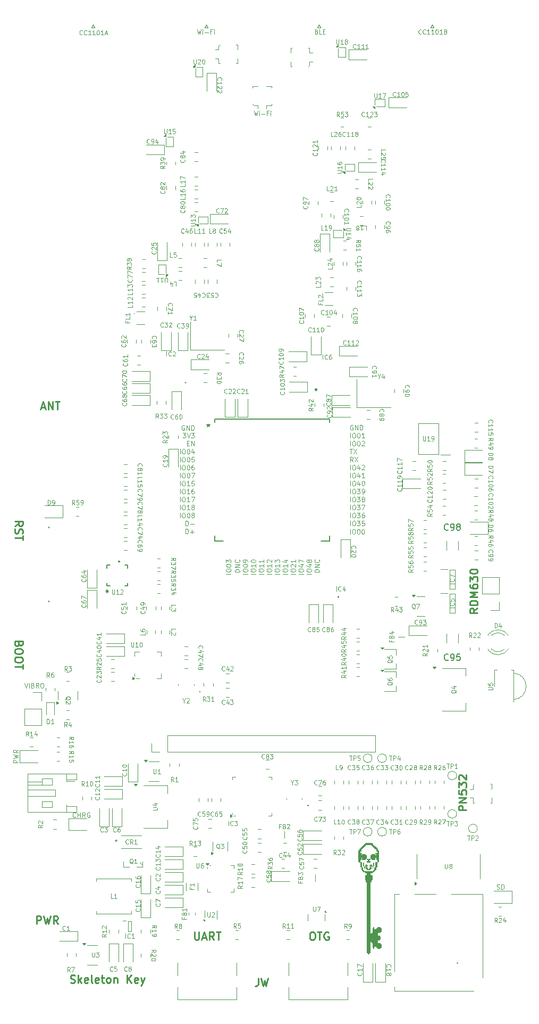
<source format=gbr>
%TF.GenerationSoftware,KiCad,Pcbnew,8.0.3*%
%TF.CreationDate,2024-12-10T11:07:40+00:00*%
%TF.ProjectId,PCB V2.4,50434220-5632-42e3-942e-6b696361645f,rev?*%
%TF.SameCoordinates,Original*%
%TF.FileFunction,Legend,Top*%
%TF.FilePolarity,Positive*%
%FSLAX46Y46*%
G04 Gerber Fmt 4.6, Leading zero omitted, Abs format (unit mm)*
G04 Created by KiCad (PCBNEW 8.0.3) date 2024-12-10 11:07:40*
%MOMM*%
%LPD*%
G01*
G04 APERTURE LIST*
%ADD10C,0.000000*%
%ADD11C,0.125000*%
%ADD12C,0.250000*%
%ADD13C,0.100000*%
%ADD14C,0.150000*%
%ADD15C,0.120000*%
%ADD16C,0.200000*%
%ADD17C,0.152400*%
G04 APERTURE END LIST*
D10*
G36*
X120477758Y-160453404D02*
G01*
X120640742Y-160453404D01*
X120640742Y-160616387D01*
X120781500Y-160616387D01*
X120781500Y-160742329D01*
X120937075Y-160742329D01*
X120937075Y-160901608D01*
X121079685Y-160901608D01*
X121079685Y-161027550D01*
X121220444Y-161027550D01*
X121220444Y-161190533D01*
X121383427Y-161190533D01*
X121383427Y-161331292D01*
X121516777Y-161331292D01*
X121516777Y-161646146D01*
X121681612Y-161646146D01*
X121681612Y-163438962D01*
X121516777Y-163438962D01*
X121516777Y-163564904D01*
X121383427Y-163564904D01*
X121383427Y-164309442D01*
X121220444Y-164309442D01*
X121220444Y-164761350D01*
X121079685Y-164761350D01*
X121079685Y-164924333D01*
X120937075Y-164924333D01*
X120937075Y-165053979D01*
X120640742Y-165053979D01*
X120640742Y-165216963D01*
X120335148Y-165216963D01*
X120335148Y-165505888D01*
X120477758Y-165505888D01*
X120477758Y-165631829D01*
X120640742Y-165631829D01*
X120640742Y-166387479D01*
X120477758Y-166387479D01*
X120477758Y-166698629D01*
X120335148Y-166698629D01*
X120335148Y-174862612D01*
X120477758Y-174862612D01*
X120477758Y-174699629D01*
X120640742Y-174699629D01*
X120640742Y-173955092D01*
X120781500Y-173955092D01*
X120781500Y-173829149D01*
X120937075Y-173829149D01*
X120937075Y-174118075D01*
X121220444Y-174118075D01*
X121220444Y-173955092D01*
X121383427Y-173955092D01*
X121383427Y-173829149D01*
X121963129Y-173829149D01*
X121963129Y-173955092D01*
X122118704Y-173955092D01*
X122118704Y-174573688D01*
X121963129Y-174573688D01*
X121963129Y-174699629D01*
X121516777Y-174699629D01*
X121516777Y-175155242D01*
X121822371Y-175155242D01*
X121822371Y-175318225D01*
X121963129Y-175318225D01*
X121963129Y-175736796D01*
X121822371Y-175736796D01*
X121822371Y-175899780D01*
X121516777Y-175899780D01*
X121516777Y-176351687D01*
X121963129Y-176351687D01*
X121963129Y-176485038D01*
X122118704Y-176485038D01*
X122118704Y-177096225D01*
X121963129Y-177096225D01*
X121963129Y-177236984D01*
X121383427Y-177236984D01*
X121383427Y-177096225D01*
X121220444Y-177096225D01*
X121220444Y-176948058D01*
X120937075Y-176948058D01*
X120937075Y-177236984D01*
X120781500Y-177236984D01*
X120781500Y-177096225D01*
X120640742Y-177096225D01*
X120640742Y-176351687D01*
X120477758Y-176351687D01*
X120477758Y-176188704D01*
X120335148Y-176188704D01*
X120335148Y-177974113D01*
X120172165Y-177974113D01*
X120172165Y-178140800D01*
X119898056Y-178140800D01*
X119898056Y-177974113D01*
X119733221Y-177974113D01*
X119733221Y-166698629D01*
X119592462Y-166698629D01*
X119592462Y-166387479D01*
X119436888Y-166387479D01*
X119436888Y-165631829D01*
X119592462Y-165631829D01*
X119592462Y-165505888D01*
X119733221Y-165505888D01*
X119733221Y-165216963D01*
X119436888Y-165216963D01*
X119436888Y-165053979D01*
X119153519Y-165053979D01*
X119153519Y-164924333D01*
X118990535Y-164924333D01*
X118990535Y-164761350D01*
X118857186Y-164761350D01*
X118857186Y-164309442D01*
X118694202Y-164309442D01*
X118694202Y-163564904D01*
X118551592Y-163564904D01*
X118551592Y-163438962D01*
X118410833Y-163438962D01*
X118410833Y-161786904D01*
X118694202Y-161786904D01*
X118694202Y-162075829D01*
X118857186Y-162075829D01*
X118990535Y-162075829D01*
X118990535Y-162238812D01*
X118857186Y-162238812D01*
X118857186Y-162394388D01*
X118990535Y-162394388D01*
X118990535Y-162238812D01*
X119592462Y-162238812D01*
X119592462Y-162394388D01*
X119733221Y-162394388D01*
X119733221Y-162983350D01*
X119592462Y-162983350D01*
X119592462Y-163109292D01*
X118990535Y-163109292D01*
X118990535Y-162820367D01*
X118857186Y-162820367D01*
X118857186Y-163109292D01*
X118694202Y-163109292D01*
X118694202Y-163438962D01*
X118990535Y-163438962D01*
X118990535Y-164309442D01*
X119153519Y-164309442D01*
X119153519Y-164761350D01*
X119296129Y-164761350D01*
X119296129Y-164924333D01*
X120781500Y-164924333D01*
X120781500Y-164761350D01*
X120937075Y-164761350D01*
X120937075Y-164309442D01*
X121079685Y-164309442D01*
X121079685Y-163438962D01*
X121383427Y-163438962D01*
X121383427Y-163109292D01*
X121220444Y-163109292D01*
X121220444Y-162820367D01*
X121079685Y-162820367D01*
X121079685Y-163109292D01*
X120477758Y-163109292D01*
X120477758Y-162983350D01*
X120335148Y-162983350D01*
X120335148Y-162394388D01*
X120477758Y-162394388D01*
X120477758Y-162238812D01*
X121079685Y-162238812D01*
X121079685Y-162394388D01*
X121220444Y-162394388D01*
X121220444Y-162238812D01*
X121079685Y-162238812D01*
X121079685Y-162075829D01*
X121383427Y-162075829D01*
X121383427Y-161786904D01*
X121220444Y-161786904D01*
X121220444Y-161479458D01*
X121079685Y-161479458D01*
X121079685Y-161331292D01*
X120937075Y-161331292D01*
X120937075Y-161190533D01*
X120781500Y-161190533D01*
X120781500Y-161027550D01*
X120640742Y-161027550D01*
X120640742Y-160901608D01*
X120477758Y-160901608D01*
X120477758Y-160742329D01*
X119592462Y-160742329D01*
X119592462Y-160901608D01*
X119436888Y-160901608D01*
X119436888Y-161027550D01*
X119296129Y-161027550D01*
X119296129Y-161190533D01*
X119153519Y-161190533D01*
X119153519Y-161331292D01*
X118990535Y-161331292D01*
X118990535Y-161479458D01*
X118857186Y-161479458D01*
X118857186Y-161786904D01*
X118694202Y-161786904D01*
X118410833Y-161786904D01*
X118410833Y-161646146D01*
X118551592Y-161646146D01*
X118551592Y-161331292D01*
X118694202Y-161331292D01*
X118694202Y-161190533D01*
X118857186Y-161190533D01*
X118857186Y-161027550D01*
X118990535Y-161027550D01*
X118990535Y-160901608D01*
X119153519Y-160901608D01*
X119153519Y-160742329D01*
X119296129Y-160742329D01*
X119296129Y-160616387D01*
X119436888Y-160616387D01*
X119436888Y-160453404D01*
X120477758Y-160453404D01*
G37*
G36*
X120335148Y-163109292D02*
G01*
X120172165Y-163109292D01*
X120172165Y-163268571D01*
X120335148Y-163268571D01*
X120335148Y-163564904D01*
X119733221Y-163564904D01*
X119733221Y-163268571D01*
X119898056Y-163268571D01*
X119898056Y-163109292D01*
X119733221Y-163109292D01*
X119733221Y-162983350D01*
X120335148Y-162983350D01*
X120335148Y-163109292D01*
G37*
G36*
X119733221Y-164020516D02*
G01*
X119898056Y-164020516D01*
X119898056Y-164183500D01*
X119733221Y-164183500D01*
X119733221Y-164309442D01*
X119898056Y-164309442D01*
X119898056Y-164598367D01*
X120172165Y-164598367D01*
X120172165Y-164309442D01*
X120335148Y-164309442D01*
X120335148Y-164183500D01*
X120172165Y-164183500D01*
X120172165Y-164020516D01*
X120335148Y-164020516D01*
X120335148Y-163853829D01*
X120477758Y-163853829D01*
X120477758Y-164020516D01*
X120640742Y-164020516D01*
X120640742Y-164183500D01*
X120477758Y-164183500D01*
X120477758Y-164598367D01*
X120335148Y-164598367D01*
X120335148Y-164761350D01*
X119733221Y-164761350D01*
X119733221Y-164598367D01*
X119592462Y-164598367D01*
X119592462Y-164183500D01*
X119436888Y-164183500D01*
X119436888Y-164020516D01*
X119592462Y-164020516D01*
X119592462Y-163853829D01*
X119733221Y-163853829D01*
X119733221Y-164020516D01*
G37*
G36*
X120937075Y-164183500D02*
G01*
X120781500Y-164183500D01*
X120781500Y-163564904D01*
X120937075Y-163564904D01*
X120937075Y-164183500D01*
G37*
G36*
X120781500Y-164472425D02*
G01*
X120640742Y-164472425D01*
X120640742Y-164183500D01*
X120781500Y-164183500D01*
X120781500Y-164472425D01*
G37*
G36*
X119296129Y-164183500D02*
G01*
X119153519Y-164183500D01*
X119153519Y-163564904D01*
X119296129Y-163564904D01*
X119296129Y-164183500D01*
G37*
G36*
X119436888Y-164472425D02*
G01*
X119296129Y-164472425D01*
X119296129Y-164183500D01*
X119436888Y-164183500D01*
X119436888Y-164472425D01*
G37*
D11*
X117105307Y-109983214D02*
X117105307Y-109233214D01*
X117605307Y-109233214D02*
X117748164Y-109233214D01*
X117748164Y-109233214D02*
X117819593Y-109268928D01*
X117819593Y-109268928D02*
X117891021Y-109340357D01*
X117891021Y-109340357D02*
X117926736Y-109483214D01*
X117926736Y-109483214D02*
X117926736Y-109733214D01*
X117926736Y-109733214D02*
X117891021Y-109876071D01*
X117891021Y-109876071D02*
X117819593Y-109947500D01*
X117819593Y-109947500D02*
X117748164Y-109983214D01*
X117748164Y-109983214D02*
X117605307Y-109983214D01*
X117605307Y-109983214D02*
X117533879Y-109947500D01*
X117533879Y-109947500D02*
X117462450Y-109876071D01*
X117462450Y-109876071D02*
X117426736Y-109733214D01*
X117426736Y-109733214D02*
X117426736Y-109483214D01*
X117426736Y-109483214D02*
X117462450Y-109340357D01*
X117462450Y-109340357D02*
X117533879Y-109268928D01*
X117533879Y-109268928D02*
X117605307Y-109233214D01*
X118176735Y-109233214D02*
X118641021Y-109233214D01*
X118641021Y-109233214D02*
X118391021Y-109518928D01*
X118391021Y-109518928D02*
X118498164Y-109518928D01*
X118498164Y-109518928D02*
X118569593Y-109554642D01*
X118569593Y-109554642D02*
X118605307Y-109590357D01*
X118605307Y-109590357D02*
X118641021Y-109661785D01*
X118641021Y-109661785D02*
X118641021Y-109840357D01*
X118641021Y-109840357D02*
X118605307Y-109911785D01*
X118605307Y-109911785D02*
X118569593Y-109947500D01*
X118569593Y-109947500D02*
X118498164Y-109983214D01*
X118498164Y-109983214D02*
X118283878Y-109983214D01*
X118283878Y-109983214D02*
X118212450Y-109947500D01*
X118212450Y-109947500D02*
X118176735Y-109911785D01*
X119319593Y-109233214D02*
X118962450Y-109233214D01*
X118962450Y-109233214D02*
X118926736Y-109590357D01*
X118926736Y-109590357D02*
X118962450Y-109554642D01*
X118962450Y-109554642D02*
X119033879Y-109518928D01*
X119033879Y-109518928D02*
X119212450Y-109518928D01*
X119212450Y-109518928D02*
X119283879Y-109554642D01*
X119283879Y-109554642D02*
X119319593Y-109590357D01*
X119319593Y-109590357D02*
X119355307Y-109661785D01*
X119355307Y-109661785D02*
X119355307Y-109840357D01*
X119355307Y-109840357D02*
X119319593Y-109911785D01*
X119319593Y-109911785D02*
X119283879Y-109947500D01*
X119283879Y-109947500D02*
X119212450Y-109983214D01*
X119212450Y-109983214D02*
X119033879Y-109983214D01*
X119033879Y-109983214D02*
X118962450Y-109947500D01*
X118962450Y-109947500D02*
X118926736Y-109911785D01*
X117105307Y-106173214D02*
X117105307Y-105423214D01*
X117605307Y-105423214D02*
X117748164Y-105423214D01*
X117748164Y-105423214D02*
X117819593Y-105458928D01*
X117819593Y-105458928D02*
X117891021Y-105530357D01*
X117891021Y-105530357D02*
X117926736Y-105673214D01*
X117926736Y-105673214D02*
X117926736Y-105923214D01*
X117926736Y-105923214D02*
X117891021Y-106066071D01*
X117891021Y-106066071D02*
X117819593Y-106137500D01*
X117819593Y-106137500D02*
X117748164Y-106173214D01*
X117748164Y-106173214D02*
X117605307Y-106173214D01*
X117605307Y-106173214D02*
X117533879Y-106137500D01*
X117533879Y-106137500D02*
X117462450Y-106066071D01*
X117462450Y-106066071D02*
X117426736Y-105923214D01*
X117426736Y-105923214D02*
X117426736Y-105673214D01*
X117426736Y-105673214D02*
X117462450Y-105530357D01*
X117462450Y-105530357D02*
X117533879Y-105458928D01*
X117533879Y-105458928D02*
X117605307Y-105423214D01*
X118176735Y-105423214D02*
X118641021Y-105423214D01*
X118641021Y-105423214D02*
X118391021Y-105708928D01*
X118391021Y-105708928D02*
X118498164Y-105708928D01*
X118498164Y-105708928D02*
X118569593Y-105744642D01*
X118569593Y-105744642D02*
X118605307Y-105780357D01*
X118605307Y-105780357D02*
X118641021Y-105851785D01*
X118641021Y-105851785D02*
X118641021Y-106030357D01*
X118641021Y-106030357D02*
X118605307Y-106101785D01*
X118605307Y-106101785D02*
X118569593Y-106137500D01*
X118569593Y-106137500D02*
X118498164Y-106173214D01*
X118498164Y-106173214D02*
X118283878Y-106173214D01*
X118283878Y-106173214D02*
X118212450Y-106137500D01*
X118212450Y-106137500D02*
X118176735Y-106101785D01*
X119069593Y-105744642D02*
X118998164Y-105708928D01*
X118998164Y-105708928D02*
X118962450Y-105673214D01*
X118962450Y-105673214D02*
X118926736Y-105601785D01*
X118926736Y-105601785D02*
X118926736Y-105566071D01*
X118926736Y-105566071D02*
X118962450Y-105494642D01*
X118962450Y-105494642D02*
X118998164Y-105458928D01*
X118998164Y-105458928D02*
X119069593Y-105423214D01*
X119069593Y-105423214D02*
X119212450Y-105423214D01*
X119212450Y-105423214D02*
X119283879Y-105458928D01*
X119283879Y-105458928D02*
X119319593Y-105494642D01*
X119319593Y-105494642D02*
X119355307Y-105566071D01*
X119355307Y-105566071D02*
X119355307Y-105601785D01*
X119355307Y-105601785D02*
X119319593Y-105673214D01*
X119319593Y-105673214D02*
X119283879Y-105708928D01*
X119283879Y-105708928D02*
X119212450Y-105744642D01*
X119212450Y-105744642D02*
X119069593Y-105744642D01*
X119069593Y-105744642D02*
X118998164Y-105780357D01*
X118998164Y-105780357D02*
X118962450Y-105816071D01*
X118962450Y-105816071D02*
X118926736Y-105887500D01*
X118926736Y-105887500D02*
X118926736Y-106030357D01*
X118926736Y-106030357D02*
X118962450Y-106101785D01*
X118962450Y-106101785D02*
X118998164Y-106137500D01*
X118998164Y-106137500D02*
X119069593Y-106173214D01*
X119069593Y-106173214D02*
X119212450Y-106173214D01*
X119212450Y-106173214D02*
X119283879Y-106137500D01*
X119283879Y-106137500D02*
X119319593Y-106101785D01*
X119319593Y-106101785D02*
X119355307Y-106030357D01*
X119355307Y-106030357D02*
X119355307Y-105887500D01*
X119355307Y-105887500D02*
X119319593Y-105816071D01*
X119319593Y-105816071D02*
X119283879Y-105780357D01*
X119283879Y-105780357D02*
X119212450Y-105744642D01*
X117105307Y-101093214D02*
X117105307Y-100343214D01*
X117605307Y-100343214D02*
X117748164Y-100343214D01*
X117748164Y-100343214D02*
X117819593Y-100378928D01*
X117819593Y-100378928D02*
X117891021Y-100450357D01*
X117891021Y-100450357D02*
X117926736Y-100593214D01*
X117926736Y-100593214D02*
X117926736Y-100843214D01*
X117926736Y-100843214D02*
X117891021Y-100986071D01*
X117891021Y-100986071D02*
X117819593Y-101057500D01*
X117819593Y-101057500D02*
X117748164Y-101093214D01*
X117748164Y-101093214D02*
X117605307Y-101093214D01*
X117605307Y-101093214D02*
X117533879Y-101057500D01*
X117533879Y-101057500D02*
X117462450Y-100986071D01*
X117462450Y-100986071D02*
X117426736Y-100843214D01*
X117426736Y-100843214D02*
X117426736Y-100593214D01*
X117426736Y-100593214D02*
X117462450Y-100450357D01*
X117462450Y-100450357D02*
X117533879Y-100378928D01*
X117533879Y-100378928D02*
X117605307Y-100343214D01*
X118569593Y-100593214D02*
X118569593Y-101093214D01*
X118391021Y-100307500D02*
X118212450Y-100843214D01*
X118212450Y-100843214D02*
X118676735Y-100843214D01*
X118926736Y-100414642D02*
X118962450Y-100378928D01*
X118962450Y-100378928D02*
X119033879Y-100343214D01*
X119033879Y-100343214D02*
X119212450Y-100343214D01*
X119212450Y-100343214D02*
X119283879Y-100378928D01*
X119283879Y-100378928D02*
X119319593Y-100414642D01*
X119319593Y-100414642D02*
X119355307Y-100486071D01*
X119355307Y-100486071D02*
X119355307Y-100557500D01*
X119355307Y-100557500D02*
X119319593Y-100664642D01*
X119319593Y-100664642D02*
X118891021Y-101093214D01*
X118891021Y-101093214D02*
X119355307Y-101093214D01*
X64168214Y-147666692D02*
X63418214Y-147666692D01*
X63418214Y-147666692D02*
X63418214Y-147380978D01*
X63418214Y-147380978D02*
X63453928Y-147309549D01*
X63453928Y-147309549D02*
X63489642Y-147273835D01*
X63489642Y-147273835D02*
X63561071Y-147238121D01*
X63561071Y-147238121D02*
X63668214Y-147238121D01*
X63668214Y-147238121D02*
X63739642Y-147273835D01*
X63739642Y-147273835D02*
X63775357Y-147309549D01*
X63775357Y-147309549D02*
X63811071Y-147380978D01*
X63811071Y-147380978D02*
X63811071Y-147666692D01*
X63418214Y-146988121D02*
X64168214Y-146809549D01*
X64168214Y-146809549D02*
X63632500Y-146666692D01*
X63632500Y-146666692D02*
X64168214Y-146523835D01*
X64168214Y-146523835D02*
X63418214Y-146345264D01*
X64168214Y-145630978D02*
X63811071Y-145880978D01*
X64168214Y-146059549D02*
X63418214Y-146059549D01*
X63418214Y-146059549D02*
X63418214Y-145773835D01*
X63418214Y-145773835D02*
X63453928Y-145702406D01*
X63453928Y-145702406D02*
X63489642Y-145666692D01*
X63489642Y-145666692D02*
X63561071Y-145630978D01*
X63561071Y-145630978D02*
X63668214Y-145630978D01*
X63668214Y-145630978D02*
X63739642Y-145666692D01*
X63739642Y-145666692D02*
X63775357Y-145702406D01*
X63775357Y-145702406D02*
X63811071Y-145773835D01*
X63811071Y-145773835D02*
X63811071Y-146059549D01*
X116998164Y-97803214D02*
X117426736Y-97803214D01*
X117212450Y-98553214D02*
X117212450Y-97803214D01*
X117605307Y-97803214D02*
X118105307Y-98553214D01*
X118105307Y-97803214D02*
X117605307Y-98553214D01*
X117105307Y-108713214D02*
X117105307Y-107963214D01*
X117605307Y-107963214D02*
X117748164Y-107963214D01*
X117748164Y-107963214D02*
X117819593Y-107998928D01*
X117819593Y-107998928D02*
X117891021Y-108070357D01*
X117891021Y-108070357D02*
X117926736Y-108213214D01*
X117926736Y-108213214D02*
X117926736Y-108463214D01*
X117926736Y-108463214D02*
X117891021Y-108606071D01*
X117891021Y-108606071D02*
X117819593Y-108677500D01*
X117819593Y-108677500D02*
X117748164Y-108713214D01*
X117748164Y-108713214D02*
X117605307Y-108713214D01*
X117605307Y-108713214D02*
X117533879Y-108677500D01*
X117533879Y-108677500D02*
X117462450Y-108606071D01*
X117462450Y-108606071D02*
X117426736Y-108463214D01*
X117426736Y-108463214D02*
X117426736Y-108213214D01*
X117426736Y-108213214D02*
X117462450Y-108070357D01*
X117462450Y-108070357D02*
X117533879Y-107998928D01*
X117533879Y-107998928D02*
X117605307Y-107963214D01*
X118176735Y-107963214D02*
X118641021Y-107963214D01*
X118641021Y-107963214D02*
X118391021Y-108248928D01*
X118391021Y-108248928D02*
X118498164Y-108248928D01*
X118498164Y-108248928D02*
X118569593Y-108284642D01*
X118569593Y-108284642D02*
X118605307Y-108320357D01*
X118605307Y-108320357D02*
X118641021Y-108391785D01*
X118641021Y-108391785D02*
X118641021Y-108570357D01*
X118641021Y-108570357D02*
X118605307Y-108641785D01*
X118605307Y-108641785D02*
X118569593Y-108677500D01*
X118569593Y-108677500D02*
X118498164Y-108713214D01*
X118498164Y-108713214D02*
X118283878Y-108713214D01*
X118283878Y-108713214D02*
X118212450Y-108677500D01*
X118212450Y-108677500D02*
X118176735Y-108641785D01*
X119283879Y-107963214D02*
X119141021Y-107963214D01*
X119141021Y-107963214D02*
X119069593Y-107998928D01*
X119069593Y-107998928D02*
X119033879Y-108034642D01*
X119033879Y-108034642D02*
X118962450Y-108141785D01*
X118962450Y-108141785D02*
X118926736Y-108284642D01*
X118926736Y-108284642D02*
X118926736Y-108570357D01*
X118926736Y-108570357D02*
X118962450Y-108641785D01*
X118962450Y-108641785D02*
X118998164Y-108677500D01*
X118998164Y-108677500D02*
X119069593Y-108713214D01*
X119069593Y-108713214D02*
X119212450Y-108713214D01*
X119212450Y-108713214D02*
X119283879Y-108677500D01*
X119283879Y-108677500D02*
X119319593Y-108641785D01*
X119319593Y-108641785D02*
X119355307Y-108570357D01*
X119355307Y-108570357D02*
X119355307Y-108391785D01*
X119355307Y-108391785D02*
X119319593Y-108320357D01*
X119319593Y-108320357D02*
X119283879Y-108284642D01*
X119283879Y-108284642D02*
X119212450Y-108248928D01*
X119212450Y-108248928D02*
X119069593Y-108248928D01*
X119069593Y-108248928D02*
X118998164Y-108284642D01*
X118998164Y-108284642D02*
X118962450Y-108320357D01*
X118962450Y-108320357D02*
X118926736Y-108391785D01*
X117105307Y-96013214D02*
X117105307Y-95263214D01*
X117605307Y-95263214D02*
X117748164Y-95263214D01*
X117748164Y-95263214D02*
X117819593Y-95298928D01*
X117819593Y-95298928D02*
X117891021Y-95370357D01*
X117891021Y-95370357D02*
X117926736Y-95513214D01*
X117926736Y-95513214D02*
X117926736Y-95763214D01*
X117926736Y-95763214D02*
X117891021Y-95906071D01*
X117891021Y-95906071D02*
X117819593Y-95977500D01*
X117819593Y-95977500D02*
X117748164Y-96013214D01*
X117748164Y-96013214D02*
X117605307Y-96013214D01*
X117605307Y-96013214D02*
X117533879Y-95977500D01*
X117533879Y-95977500D02*
X117462450Y-95906071D01*
X117462450Y-95906071D02*
X117426736Y-95763214D01*
X117426736Y-95763214D02*
X117426736Y-95513214D01*
X117426736Y-95513214D02*
X117462450Y-95370357D01*
X117462450Y-95370357D02*
X117533879Y-95298928D01*
X117533879Y-95298928D02*
X117605307Y-95263214D01*
X118391021Y-95263214D02*
X118462450Y-95263214D01*
X118462450Y-95263214D02*
X118533878Y-95298928D01*
X118533878Y-95298928D02*
X118569593Y-95334642D01*
X118569593Y-95334642D02*
X118605307Y-95406071D01*
X118605307Y-95406071D02*
X118641021Y-95548928D01*
X118641021Y-95548928D02*
X118641021Y-95727500D01*
X118641021Y-95727500D02*
X118605307Y-95870357D01*
X118605307Y-95870357D02*
X118569593Y-95941785D01*
X118569593Y-95941785D02*
X118533878Y-95977500D01*
X118533878Y-95977500D02*
X118462450Y-96013214D01*
X118462450Y-96013214D02*
X118391021Y-96013214D01*
X118391021Y-96013214D02*
X118319593Y-95977500D01*
X118319593Y-95977500D02*
X118283878Y-95941785D01*
X118283878Y-95941785D02*
X118248164Y-95870357D01*
X118248164Y-95870357D02*
X118212450Y-95727500D01*
X118212450Y-95727500D02*
X118212450Y-95548928D01*
X118212450Y-95548928D02*
X118248164Y-95406071D01*
X118248164Y-95406071D02*
X118283878Y-95334642D01*
X118283878Y-95334642D02*
X118319593Y-95298928D01*
X118319593Y-95298928D02*
X118391021Y-95263214D01*
X119355307Y-96013214D02*
X118926736Y-96013214D01*
X119141021Y-96013214D02*
X119141021Y-95263214D01*
X119141021Y-95263214D02*
X119069593Y-95370357D01*
X119069593Y-95370357D02*
X118998164Y-95441785D01*
X118998164Y-95441785D02*
X118926736Y-95477500D01*
X117105307Y-102363214D02*
X117105307Y-101613214D01*
X117605307Y-101613214D02*
X117748164Y-101613214D01*
X117748164Y-101613214D02*
X117819593Y-101648928D01*
X117819593Y-101648928D02*
X117891021Y-101720357D01*
X117891021Y-101720357D02*
X117926736Y-101863214D01*
X117926736Y-101863214D02*
X117926736Y-102113214D01*
X117926736Y-102113214D02*
X117891021Y-102256071D01*
X117891021Y-102256071D02*
X117819593Y-102327500D01*
X117819593Y-102327500D02*
X117748164Y-102363214D01*
X117748164Y-102363214D02*
X117605307Y-102363214D01*
X117605307Y-102363214D02*
X117533879Y-102327500D01*
X117533879Y-102327500D02*
X117462450Y-102256071D01*
X117462450Y-102256071D02*
X117426736Y-102113214D01*
X117426736Y-102113214D02*
X117426736Y-101863214D01*
X117426736Y-101863214D02*
X117462450Y-101720357D01*
X117462450Y-101720357D02*
X117533879Y-101648928D01*
X117533879Y-101648928D02*
X117605307Y-101613214D01*
X118569593Y-101863214D02*
X118569593Y-102363214D01*
X118391021Y-101577500D02*
X118212450Y-102113214D01*
X118212450Y-102113214D02*
X118676735Y-102113214D01*
X119355307Y-102363214D02*
X118926736Y-102363214D01*
X119141021Y-102363214D02*
X119141021Y-101613214D01*
X119141021Y-101613214D02*
X119069593Y-101720357D01*
X119069593Y-101720357D02*
X118998164Y-101791785D01*
X118998164Y-101791785D02*
X118926736Y-101827500D01*
X108364214Y-117636593D02*
X107614214Y-117636593D01*
X107614214Y-117136593D02*
X107614214Y-116993736D01*
X107614214Y-116993736D02*
X107649928Y-116922307D01*
X107649928Y-116922307D02*
X107721357Y-116850879D01*
X107721357Y-116850879D02*
X107864214Y-116815164D01*
X107864214Y-116815164D02*
X108114214Y-116815164D01*
X108114214Y-116815164D02*
X108257071Y-116850879D01*
X108257071Y-116850879D02*
X108328500Y-116922307D01*
X108328500Y-116922307D02*
X108364214Y-116993736D01*
X108364214Y-116993736D02*
X108364214Y-117136593D01*
X108364214Y-117136593D02*
X108328500Y-117208022D01*
X108328500Y-117208022D02*
X108257071Y-117279450D01*
X108257071Y-117279450D02*
X108114214Y-117315164D01*
X108114214Y-117315164D02*
X107864214Y-117315164D01*
X107864214Y-117315164D02*
X107721357Y-117279450D01*
X107721357Y-117279450D02*
X107649928Y-117208022D01*
X107649928Y-117208022D02*
X107614214Y-117136593D01*
X107685642Y-116529450D02*
X107649928Y-116493736D01*
X107649928Y-116493736D02*
X107614214Y-116422308D01*
X107614214Y-116422308D02*
X107614214Y-116243736D01*
X107614214Y-116243736D02*
X107649928Y-116172308D01*
X107649928Y-116172308D02*
X107685642Y-116136593D01*
X107685642Y-116136593D02*
X107757071Y-116100879D01*
X107757071Y-116100879D02*
X107828500Y-116100879D01*
X107828500Y-116100879D02*
X107935642Y-116136593D01*
X107935642Y-116136593D02*
X108364214Y-116565165D01*
X108364214Y-116565165D02*
X108364214Y-116100879D01*
X108364214Y-115386593D02*
X108364214Y-115815164D01*
X108364214Y-115600879D02*
X107614214Y-115600879D01*
X107614214Y-115600879D02*
X107721357Y-115672307D01*
X107721357Y-115672307D02*
X107792785Y-115743736D01*
X107792785Y-115743736D02*
X107828500Y-115815164D01*
X117105307Y-104903214D02*
X117105307Y-104153214D01*
X117605307Y-104153214D02*
X117748164Y-104153214D01*
X117748164Y-104153214D02*
X117819593Y-104188928D01*
X117819593Y-104188928D02*
X117891021Y-104260357D01*
X117891021Y-104260357D02*
X117926736Y-104403214D01*
X117926736Y-104403214D02*
X117926736Y-104653214D01*
X117926736Y-104653214D02*
X117891021Y-104796071D01*
X117891021Y-104796071D02*
X117819593Y-104867500D01*
X117819593Y-104867500D02*
X117748164Y-104903214D01*
X117748164Y-104903214D02*
X117605307Y-104903214D01*
X117605307Y-104903214D02*
X117533879Y-104867500D01*
X117533879Y-104867500D02*
X117462450Y-104796071D01*
X117462450Y-104796071D02*
X117426736Y-104653214D01*
X117426736Y-104653214D02*
X117426736Y-104403214D01*
X117426736Y-104403214D02*
X117462450Y-104260357D01*
X117462450Y-104260357D02*
X117533879Y-104188928D01*
X117533879Y-104188928D02*
X117605307Y-104153214D01*
X118176735Y-104153214D02*
X118641021Y-104153214D01*
X118641021Y-104153214D02*
X118391021Y-104438928D01*
X118391021Y-104438928D02*
X118498164Y-104438928D01*
X118498164Y-104438928D02*
X118569593Y-104474642D01*
X118569593Y-104474642D02*
X118605307Y-104510357D01*
X118605307Y-104510357D02*
X118641021Y-104581785D01*
X118641021Y-104581785D02*
X118641021Y-104760357D01*
X118641021Y-104760357D02*
X118605307Y-104831785D01*
X118605307Y-104831785D02*
X118569593Y-104867500D01*
X118569593Y-104867500D02*
X118498164Y-104903214D01*
X118498164Y-104903214D02*
X118283878Y-104903214D01*
X118283878Y-104903214D02*
X118212450Y-104867500D01*
X118212450Y-104867500D02*
X118176735Y-104831785D01*
X118998164Y-104903214D02*
X119141021Y-104903214D01*
X119141021Y-104903214D02*
X119212450Y-104867500D01*
X119212450Y-104867500D02*
X119248164Y-104831785D01*
X119248164Y-104831785D02*
X119319593Y-104724642D01*
X119319593Y-104724642D02*
X119355307Y-104581785D01*
X119355307Y-104581785D02*
X119355307Y-104296071D01*
X119355307Y-104296071D02*
X119319593Y-104224642D01*
X119319593Y-104224642D02*
X119283879Y-104188928D01*
X119283879Y-104188928D02*
X119212450Y-104153214D01*
X119212450Y-104153214D02*
X119069593Y-104153214D01*
X119069593Y-104153214D02*
X118998164Y-104188928D01*
X118998164Y-104188928D02*
X118962450Y-104224642D01*
X118962450Y-104224642D02*
X118926736Y-104296071D01*
X118926736Y-104296071D02*
X118926736Y-104474642D01*
X118926736Y-104474642D02*
X118962450Y-104546071D01*
X118962450Y-104546071D02*
X118998164Y-104581785D01*
X118998164Y-104581785D02*
X119069593Y-104617500D01*
X119069593Y-104617500D02*
X119212450Y-104617500D01*
X119212450Y-104617500D02*
X119283879Y-104581785D01*
X119283879Y-104581785D02*
X119319593Y-104546071D01*
X119319593Y-104546071D02*
X119355307Y-104474642D01*
X91092550Y-96890357D02*
X91342550Y-96890357D01*
X91449693Y-97283214D02*
X91092550Y-97283214D01*
X91092550Y-97283214D02*
X91092550Y-96533214D01*
X91092550Y-96533214D02*
X91449693Y-96533214D01*
X91771121Y-97283214D02*
X91771121Y-96533214D01*
X91771121Y-96533214D02*
X92199692Y-97283214D01*
X92199692Y-97283214D02*
X92199692Y-96533214D01*
X117105307Y-103633214D02*
X117105307Y-102883214D01*
X117605307Y-102883214D02*
X117748164Y-102883214D01*
X117748164Y-102883214D02*
X117819593Y-102918928D01*
X117819593Y-102918928D02*
X117891021Y-102990357D01*
X117891021Y-102990357D02*
X117926736Y-103133214D01*
X117926736Y-103133214D02*
X117926736Y-103383214D01*
X117926736Y-103383214D02*
X117891021Y-103526071D01*
X117891021Y-103526071D02*
X117819593Y-103597500D01*
X117819593Y-103597500D02*
X117748164Y-103633214D01*
X117748164Y-103633214D02*
X117605307Y-103633214D01*
X117605307Y-103633214D02*
X117533879Y-103597500D01*
X117533879Y-103597500D02*
X117462450Y-103526071D01*
X117462450Y-103526071D02*
X117426736Y-103383214D01*
X117426736Y-103383214D02*
X117426736Y-103133214D01*
X117426736Y-103133214D02*
X117462450Y-102990357D01*
X117462450Y-102990357D02*
X117533879Y-102918928D01*
X117533879Y-102918928D02*
X117605307Y-102883214D01*
X118569593Y-103133214D02*
X118569593Y-103633214D01*
X118391021Y-102847500D02*
X118212450Y-103383214D01*
X118212450Y-103383214D02*
X118676735Y-103383214D01*
X119105307Y-102883214D02*
X119176736Y-102883214D01*
X119176736Y-102883214D02*
X119248164Y-102918928D01*
X119248164Y-102918928D02*
X119283879Y-102954642D01*
X119283879Y-102954642D02*
X119319593Y-103026071D01*
X119319593Y-103026071D02*
X119355307Y-103168928D01*
X119355307Y-103168928D02*
X119355307Y-103347500D01*
X119355307Y-103347500D02*
X119319593Y-103490357D01*
X119319593Y-103490357D02*
X119283879Y-103561785D01*
X119283879Y-103561785D02*
X119248164Y-103597500D01*
X119248164Y-103597500D02*
X119176736Y-103633214D01*
X119176736Y-103633214D02*
X119105307Y-103633214D01*
X119105307Y-103633214D02*
X119033879Y-103597500D01*
X119033879Y-103597500D02*
X118998164Y-103561785D01*
X118998164Y-103561785D02*
X118962450Y-103490357D01*
X118962450Y-103490357D02*
X118926736Y-103347500D01*
X118926736Y-103347500D02*
X118926736Y-103168928D01*
X118926736Y-103168928D02*
X118962450Y-103026071D01*
X118962450Y-103026071D02*
X118998164Y-102954642D01*
X118998164Y-102954642D02*
X119033879Y-102918928D01*
X119033879Y-102918928D02*
X119105307Y-102883214D01*
X89985406Y-106173214D02*
X89985406Y-105423214D01*
X90485406Y-105423214D02*
X90628263Y-105423214D01*
X90628263Y-105423214D02*
X90699692Y-105458928D01*
X90699692Y-105458928D02*
X90771120Y-105530357D01*
X90771120Y-105530357D02*
X90806835Y-105673214D01*
X90806835Y-105673214D02*
X90806835Y-105923214D01*
X90806835Y-105923214D02*
X90771120Y-106066071D01*
X90771120Y-106066071D02*
X90699692Y-106137500D01*
X90699692Y-106137500D02*
X90628263Y-106173214D01*
X90628263Y-106173214D02*
X90485406Y-106173214D01*
X90485406Y-106173214D02*
X90413978Y-106137500D01*
X90413978Y-106137500D02*
X90342549Y-106066071D01*
X90342549Y-106066071D02*
X90306835Y-105923214D01*
X90306835Y-105923214D02*
X90306835Y-105673214D01*
X90306835Y-105673214D02*
X90342549Y-105530357D01*
X90342549Y-105530357D02*
X90413978Y-105458928D01*
X90413978Y-105458928D02*
X90485406Y-105423214D01*
X91521120Y-106173214D02*
X91092549Y-106173214D01*
X91306834Y-106173214D02*
X91306834Y-105423214D01*
X91306834Y-105423214D02*
X91235406Y-105530357D01*
X91235406Y-105530357D02*
X91163977Y-105601785D01*
X91163977Y-105601785D02*
X91092549Y-105637500D01*
X91771120Y-105423214D02*
X92271120Y-105423214D01*
X92271120Y-105423214D02*
X91949692Y-106173214D01*
D12*
X102423734Y-181944523D02*
X102423734Y-182837380D01*
X102423734Y-182837380D02*
X102364211Y-183015952D01*
X102364211Y-183015952D02*
X102245163Y-183135000D01*
X102245163Y-183135000D02*
X102066592Y-183194523D01*
X102066592Y-183194523D02*
X101947544Y-183194523D01*
X102899925Y-181944523D02*
X103197544Y-183194523D01*
X103197544Y-183194523D02*
X103435639Y-182301666D01*
X103435639Y-182301666D02*
X103673734Y-183194523D01*
X103673734Y-183194523D02*
X103971354Y-181944523D01*
X67141592Y-173288523D02*
X67141592Y-172038523D01*
X67141592Y-172038523D02*
X67617782Y-172038523D01*
X67617782Y-172038523D02*
X67736830Y-172098047D01*
X67736830Y-172098047D02*
X67796353Y-172157571D01*
X67796353Y-172157571D02*
X67855877Y-172276619D01*
X67855877Y-172276619D02*
X67855877Y-172455190D01*
X67855877Y-172455190D02*
X67796353Y-172574238D01*
X67796353Y-172574238D02*
X67736830Y-172633761D01*
X67736830Y-172633761D02*
X67617782Y-172693285D01*
X67617782Y-172693285D02*
X67141592Y-172693285D01*
X68272544Y-172038523D02*
X68570163Y-173288523D01*
X68570163Y-173288523D02*
X68808258Y-172395666D01*
X68808258Y-172395666D02*
X69046353Y-173288523D01*
X69046353Y-173288523D02*
X69343973Y-172038523D01*
X70534448Y-173288523D02*
X70117782Y-172693285D01*
X69820163Y-173288523D02*
X69820163Y-172038523D01*
X69820163Y-172038523D02*
X70296353Y-172038523D01*
X70296353Y-172038523D02*
X70415401Y-172098047D01*
X70415401Y-172098047D02*
X70474924Y-172157571D01*
X70474924Y-172157571D02*
X70534448Y-172276619D01*
X70534448Y-172276619D02*
X70534448Y-172455190D01*
X70534448Y-172455190D02*
X70474924Y-172574238D01*
X70474924Y-172574238D02*
X70415401Y-172633761D01*
X70415401Y-172633761D02*
X70296353Y-172693285D01*
X70296353Y-172693285D02*
X69820163Y-172693285D01*
D11*
X89985406Y-107443214D02*
X89985406Y-106693214D01*
X90485406Y-106693214D02*
X90628263Y-106693214D01*
X90628263Y-106693214D02*
X90699692Y-106728928D01*
X90699692Y-106728928D02*
X90771120Y-106800357D01*
X90771120Y-106800357D02*
X90806835Y-106943214D01*
X90806835Y-106943214D02*
X90806835Y-107193214D01*
X90806835Y-107193214D02*
X90771120Y-107336071D01*
X90771120Y-107336071D02*
X90699692Y-107407500D01*
X90699692Y-107407500D02*
X90628263Y-107443214D01*
X90628263Y-107443214D02*
X90485406Y-107443214D01*
X90485406Y-107443214D02*
X90413978Y-107407500D01*
X90413978Y-107407500D02*
X90342549Y-107336071D01*
X90342549Y-107336071D02*
X90306835Y-107193214D01*
X90306835Y-107193214D02*
X90306835Y-106943214D01*
X90306835Y-106943214D02*
X90342549Y-106800357D01*
X90342549Y-106800357D02*
X90413978Y-106728928D01*
X90413978Y-106728928D02*
X90485406Y-106693214D01*
X91521120Y-107443214D02*
X91092549Y-107443214D01*
X91306834Y-107443214D02*
X91306834Y-106693214D01*
X91306834Y-106693214D02*
X91235406Y-106800357D01*
X91235406Y-106800357D02*
X91163977Y-106871785D01*
X91163977Y-106871785D02*
X91092549Y-106907500D01*
X91949692Y-107014642D02*
X91878263Y-106978928D01*
X91878263Y-106978928D02*
X91842549Y-106943214D01*
X91842549Y-106943214D02*
X91806835Y-106871785D01*
X91806835Y-106871785D02*
X91806835Y-106836071D01*
X91806835Y-106836071D02*
X91842549Y-106764642D01*
X91842549Y-106764642D02*
X91878263Y-106728928D01*
X91878263Y-106728928D02*
X91949692Y-106693214D01*
X91949692Y-106693214D02*
X92092549Y-106693214D01*
X92092549Y-106693214D02*
X92163978Y-106728928D01*
X92163978Y-106728928D02*
X92199692Y-106764642D01*
X92199692Y-106764642D02*
X92235406Y-106836071D01*
X92235406Y-106836071D02*
X92235406Y-106871785D01*
X92235406Y-106871785D02*
X92199692Y-106943214D01*
X92199692Y-106943214D02*
X92163978Y-106978928D01*
X92163978Y-106978928D02*
X92092549Y-107014642D01*
X92092549Y-107014642D02*
X91949692Y-107014642D01*
X91949692Y-107014642D02*
X91878263Y-107050357D01*
X91878263Y-107050357D02*
X91842549Y-107086071D01*
X91842549Y-107086071D02*
X91806835Y-107157500D01*
X91806835Y-107157500D02*
X91806835Y-107300357D01*
X91806835Y-107300357D02*
X91842549Y-107371785D01*
X91842549Y-107371785D02*
X91878263Y-107407500D01*
X91878263Y-107407500D02*
X91949692Y-107443214D01*
X91949692Y-107443214D02*
X92092549Y-107443214D01*
X92092549Y-107443214D02*
X92163978Y-107407500D01*
X92163978Y-107407500D02*
X92199692Y-107371785D01*
X92199692Y-107371785D02*
X92235406Y-107300357D01*
X92235406Y-107300357D02*
X92235406Y-107157500D01*
X92235406Y-107157500D02*
X92199692Y-107086071D01*
X92199692Y-107086071D02*
X92163978Y-107050357D01*
X92163978Y-107050357D02*
X92092549Y-107014642D01*
D12*
X63660476Y-110026600D02*
X64255714Y-109609934D01*
X63660476Y-109312315D02*
X64910476Y-109312315D01*
X64910476Y-109312315D02*
X64910476Y-109788505D01*
X64910476Y-109788505D02*
X64850952Y-109907553D01*
X64850952Y-109907553D02*
X64791428Y-109967076D01*
X64791428Y-109967076D02*
X64672380Y-110026600D01*
X64672380Y-110026600D02*
X64493809Y-110026600D01*
X64493809Y-110026600D02*
X64374761Y-109967076D01*
X64374761Y-109967076D02*
X64315238Y-109907553D01*
X64315238Y-109907553D02*
X64255714Y-109788505D01*
X64255714Y-109788505D02*
X64255714Y-109312315D01*
X63720000Y-110502791D02*
X63660476Y-110681362D01*
X63660476Y-110681362D02*
X63660476Y-110978981D01*
X63660476Y-110978981D02*
X63720000Y-111098029D01*
X63720000Y-111098029D02*
X63779523Y-111157553D01*
X63779523Y-111157553D02*
X63898571Y-111217076D01*
X63898571Y-111217076D02*
X64017619Y-111217076D01*
X64017619Y-111217076D02*
X64136666Y-111157553D01*
X64136666Y-111157553D02*
X64196190Y-111098029D01*
X64196190Y-111098029D02*
X64255714Y-110978981D01*
X64255714Y-110978981D02*
X64315238Y-110740886D01*
X64315238Y-110740886D02*
X64374761Y-110621838D01*
X64374761Y-110621838D02*
X64434285Y-110562315D01*
X64434285Y-110562315D02*
X64553333Y-110502791D01*
X64553333Y-110502791D02*
X64672380Y-110502791D01*
X64672380Y-110502791D02*
X64791428Y-110562315D01*
X64791428Y-110562315D02*
X64850952Y-110621838D01*
X64850952Y-110621838D02*
X64910476Y-110740886D01*
X64910476Y-110740886D02*
X64910476Y-111038505D01*
X64910476Y-111038505D02*
X64850952Y-111217076D01*
X64910476Y-111574219D02*
X64910476Y-112288505D01*
X63660476Y-111931362D02*
X64910476Y-111931362D01*
D11*
X104554214Y-117636593D02*
X103804214Y-117636593D01*
X103804214Y-117136593D02*
X103804214Y-116993736D01*
X103804214Y-116993736D02*
X103839928Y-116922307D01*
X103839928Y-116922307D02*
X103911357Y-116850879D01*
X103911357Y-116850879D02*
X104054214Y-116815164D01*
X104054214Y-116815164D02*
X104304214Y-116815164D01*
X104304214Y-116815164D02*
X104447071Y-116850879D01*
X104447071Y-116850879D02*
X104518500Y-116922307D01*
X104518500Y-116922307D02*
X104554214Y-116993736D01*
X104554214Y-116993736D02*
X104554214Y-117136593D01*
X104554214Y-117136593D02*
X104518500Y-117208022D01*
X104518500Y-117208022D02*
X104447071Y-117279450D01*
X104447071Y-117279450D02*
X104304214Y-117315164D01*
X104304214Y-117315164D02*
X104054214Y-117315164D01*
X104054214Y-117315164D02*
X103911357Y-117279450D01*
X103911357Y-117279450D02*
X103839928Y-117208022D01*
X103839928Y-117208022D02*
X103804214Y-117136593D01*
X104554214Y-116100879D02*
X104554214Y-116529450D01*
X104554214Y-116315165D02*
X103804214Y-116315165D01*
X103804214Y-116315165D02*
X103911357Y-116386593D01*
X103911357Y-116386593D02*
X103982785Y-116458022D01*
X103982785Y-116458022D02*
X104018500Y-116529450D01*
X103875642Y-115815164D02*
X103839928Y-115779450D01*
X103839928Y-115779450D02*
X103804214Y-115708022D01*
X103804214Y-115708022D02*
X103804214Y-115529450D01*
X103804214Y-115529450D02*
X103839928Y-115458022D01*
X103839928Y-115458022D02*
X103875642Y-115422307D01*
X103875642Y-115422307D02*
X103947071Y-115386593D01*
X103947071Y-115386593D02*
X104018500Y-115386593D01*
X104018500Y-115386593D02*
X104125642Y-115422307D01*
X104125642Y-115422307D02*
X104554214Y-115850879D01*
X104554214Y-115850879D02*
X104554214Y-115386593D01*
X109634214Y-117636593D02*
X108884214Y-117636593D01*
X108884214Y-117136593D02*
X108884214Y-116993736D01*
X108884214Y-116993736D02*
X108919928Y-116922307D01*
X108919928Y-116922307D02*
X108991357Y-116850879D01*
X108991357Y-116850879D02*
X109134214Y-116815164D01*
X109134214Y-116815164D02*
X109384214Y-116815164D01*
X109384214Y-116815164D02*
X109527071Y-116850879D01*
X109527071Y-116850879D02*
X109598500Y-116922307D01*
X109598500Y-116922307D02*
X109634214Y-116993736D01*
X109634214Y-116993736D02*
X109634214Y-117136593D01*
X109634214Y-117136593D02*
X109598500Y-117208022D01*
X109598500Y-117208022D02*
X109527071Y-117279450D01*
X109527071Y-117279450D02*
X109384214Y-117315164D01*
X109384214Y-117315164D02*
X109134214Y-117315164D01*
X109134214Y-117315164D02*
X108991357Y-117279450D01*
X108991357Y-117279450D02*
X108919928Y-117208022D01*
X108919928Y-117208022D02*
X108884214Y-117136593D01*
X109134214Y-116172308D02*
X109634214Y-116172308D01*
X108848500Y-116350879D02*
X109384214Y-116529450D01*
X109384214Y-116529450D02*
X109384214Y-116065165D01*
X108884214Y-115850879D02*
X108884214Y-115350879D01*
X108884214Y-115350879D02*
X109634214Y-115672307D01*
D12*
X92287592Y-174578523D02*
X92287592Y-175590428D01*
X92287592Y-175590428D02*
X92347115Y-175709476D01*
X92347115Y-175709476D02*
X92406639Y-175769000D01*
X92406639Y-175769000D02*
X92525687Y-175828523D01*
X92525687Y-175828523D02*
X92763782Y-175828523D01*
X92763782Y-175828523D02*
X92882830Y-175769000D01*
X92882830Y-175769000D02*
X92942353Y-175709476D01*
X92942353Y-175709476D02*
X93001877Y-175590428D01*
X93001877Y-175590428D02*
X93001877Y-174578523D01*
X93537592Y-175471380D02*
X94132830Y-175471380D01*
X93418544Y-175828523D02*
X93835211Y-174578523D01*
X93835211Y-174578523D02*
X94251877Y-175828523D01*
X95382830Y-175828523D02*
X94966164Y-175233285D01*
X94668545Y-175828523D02*
X94668545Y-174578523D01*
X94668545Y-174578523D02*
X95144735Y-174578523D01*
X95144735Y-174578523D02*
X95263783Y-174638047D01*
X95263783Y-174638047D02*
X95323306Y-174697571D01*
X95323306Y-174697571D02*
X95382830Y-174816619D01*
X95382830Y-174816619D02*
X95382830Y-174995190D01*
X95382830Y-174995190D02*
X95323306Y-175114238D01*
X95323306Y-175114238D02*
X95263783Y-175173761D01*
X95263783Y-175173761D02*
X95144735Y-175233285D01*
X95144735Y-175233285D02*
X94668545Y-175233285D01*
X95739973Y-174578523D02*
X96454259Y-174578523D01*
X96097116Y-175828523D02*
X96097116Y-174578523D01*
X137379523Y-123129122D02*
X136784285Y-123545788D01*
X137379523Y-123843407D02*
X136129523Y-123843407D01*
X136129523Y-123843407D02*
X136129523Y-123367217D01*
X136129523Y-123367217D02*
X136189047Y-123248169D01*
X136189047Y-123248169D02*
X136248571Y-123188646D01*
X136248571Y-123188646D02*
X136367619Y-123129122D01*
X136367619Y-123129122D02*
X136546190Y-123129122D01*
X136546190Y-123129122D02*
X136665238Y-123188646D01*
X136665238Y-123188646D02*
X136724761Y-123248169D01*
X136724761Y-123248169D02*
X136784285Y-123367217D01*
X136784285Y-123367217D02*
X136784285Y-123843407D01*
X137379523Y-122593407D02*
X136129523Y-122593407D01*
X136129523Y-122593407D02*
X136129523Y-122295788D01*
X136129523Y-122295788D02*
X136189047Y-122117217D01*
X136189047Y-122117217D02*
X136308095Y-121998169D01*
X136308095Y-121998169D02*
X136427142Y-121938646D01*
X136427142Y-121938646D02*
X136665238Y-121879122D01*
X136665238Y-121879122D02*
X136843809Y-121879122D01*
X136843809Y-121879122D02*
X137081904Y-121938646D01*
X137081904Y-121938646D02*
X137200952Y-121998169D01*
X137200952Y-121998169D02*
X137320000Y-122117217D01*
X137320000Y-122117217D02*
X137379523Y-122295788D01*
X137379523Y-122295788D02*
X137379523Y-122593407D01*
X137379523Y-121343407D02*
X136129523Y-121343407D01*
X136129523Y-121343407D02*
X137022380Y-120926741D01*
X137022380Y-120926741D02*
X136129523Y-120510074D01*
X136129523Y-120510074D02*
X137379523Y-120510074D01*
X136129523Y-119379122D02*
X136129523Y-119617217D01*
X136129523Y-119617217D02*
X136189047Y-119736265D01*
X136189047Y-119736265D02*
X136248571Y-119795789D01*
X136248571Y-119795789D02*
X136427142Y-119914836D01*
X136427142Y-119914836D02*
X136665238Y-119974360D01*
X136665238Y-119974360D02*
X137141428Y-119974360D01*
X137141428Y-119974360D02*
X137260476Y-119914836D01*
X137260476Y-119914836D02*
X137320000Y-119855313D01*
X137320000Y-119855313D02*
X137379523Y-119736265D01*
X137379523Y-119736265D02*
X137379523Y-119498170D01*
X137379523Y-119498170D02*
X137320000Y-119379122D01*
X137320000Y-119379122D02*
X137260476Y-119319598D01*
X137260476Y-119319598D02*
X137141428Y-119260075D01*
X137141428Y-119260075D02*
X136843809Y-119260075D01*
X136843809Y-119260075D02*
X136724761Y-119319598D01*
X136724761Y-119319598D02*
X136665238Y-119379122D01*
X136665238Y-119379122D02*
X136605714Y-119498170D01*
X136605714Y-119498170D02*
X136605714Y-119736265D01*
X136605714Y-119736265D02*
X136665238Y-119855313D01*
X136665238Y-119855313D02*
X136724761Y-119914836D01*
X136724761Y-119914836D02*
X136843809Y-119974360D01*
X136129523Y-118843408D02*
X136129523Y-118069599D01*
X136129523Y-118069599D02*
X136605714Y-118486265D01*
X136605714Y-118486265D02*
X136605714Y-118307694D01*
X136605714Y-118307694D02*
X136665238Y-118188646D01*
X136665238Y-118188646D02*
X136724761Y-118129122D01*
X136724761Y-118129122D02*
X136843809Y-118069599D01*
X136843809Y-118069599D02*
X137141428Y-118069599D01*
X137141428Y-118069599D02*
X137260476Y-118129122D01*
X137260476Y-118129122D02*
X137320000Y-118188646D01*
X137320000Y-118188646D02*
X137379523Y-118307694D01*
X137379523Y-118307694D02*
X137379523Y-118664837D01*
X137379523Y-118664837D02*
X137320000Y-118783884D01*
X137320000Y-118783884D02*
X137260476Y-118843408D01*
X136129523Y-117295789D02*
X136129523Y-117176742D01*
X136129523Y-117176742D02*
X136189047Y-117057694D01*
X136189047Y-117057694D02*
X136248571Y-116998170D01*
X136248571Y-116998170D02*
X136367619Y-116938646D01*
X136367619Y-116938646D02*
X136605714Y-116879123D01*
X136605714Y-116879123D02*
X136903333Y-116879123D01*
X136903333Y-116879123D02*
X137141428Y-116938646D01*
X137141428Y-116938646D02*
X137260476Y-116998170D01*
X137260476Y-116998170D02*
X137320000Y-117057694D01*
X137320000Y-117057694D02*
X137379523Y-117176742D01*
X137379523Y-117176742D02*
X137379523Y-117295789D01*
X137379523Y-117295789D02*
X137320000Y-117414837D01*
X137320000Y-117414837D02*
X137260476Y-117474361D01*
X137260476Y-117474361D02*
X137141428Y-117533884D01*
X137141428Y-117533884D02*
X136903333Y-117593408D01*
X136903333Y-117593408D02*
X136605714Y-117593408D01*
X136605714Y-117593408D02*
X136367619Y-117533884D01*
X136367619Y-117533884D02*
X136248571Y-117474361D01*
X136248571Y-117474361D02*
X136189047Y-117414837D01*
X136189047Y-117414837D02*
X136129523Y-117295789D01*
X110940687Y-174578523D02*
X111178782Y-174578523D01*
X111178782Y-174578523D02*
X111297830Y-174638047D01*
X111297830Y-174638047D02*
X111416877Y-174757095D01*
X111416877Y-174757095D02*
X111476401Y-174995190D01*
X111476401Y-174995190D02*
X111476401Y-175411857D01*
X111476401Y-175411857D02*
X111416877Y-175649952D01*
X111416877Y-175649952D02*
X111297830Y-175769000D01*
X111297830Y-175769000D02*
X111178782Y-175828523D01*
X111178782Y-175828523D02*
X110940687Y-175828523D01*
X110940687Y-175828523D02*
X110821639Y-175769000D01*
X110821639Y-175769000D02*
X110702592Y-175649952D01*
X110702592Y-175649952D02*
X110643068Y-175411857D01*
X110643068Y-175411857D02*
X110643068Y-174995190D01*
X110643068Y-174995190D02*
X110702592Y-174757095D01*
X110702592Y-174757095D02*
X110821639Y-174638047D01*
X110821639Y-174638047D02*
X110940687Y-174578523D01*
X111833544Y-174578523D02*
X112547830Y-174578523D01*
X112190687Y-175828523D02*
X112190687Y-174578523D01*
X113619258Y-174638047D02*
X113500211Y-174578523D01*
X113500211Y-174578523D02*
X113321639Y-174578523D01*
X113321639Y-174578523D02*
X113143068Y-174638047D01*
X113143068Y-174638047D02*
X113024020Y-174757095D01*
X113024020Y-174757095D02*
X112964497Y-174876142D01*
X112964497Y-174876142D02*
X112904973Y-175114238D01*
X112904973Y-175114238D02*
X112904973Y-175292809D01*
X112904973Y-175292809D02*
X112964497Y-175530904D01*
X112964497Y-175530904D02*
X113024020Y-175649952D01*
X113024020Y-175649952D02*
X113143068Y-175769000D01*
X113143068Y-175769000D02*
X113321639Y-175828523D01*
X113321639Y-175828523D02*
X113440687Y-175828523D01*
X113440687Y-175828523D02*
X113619258Y-175769000D01*
X113619258Y-175769000D02*
X113678782Y-175709476D01*
X113678782Y-175709476D02*
X113678782Y-175292809D01*
X113678782Y-175292809D02*
X113440687Y-175292809D01*
D11*
X89985406Y-108713214D02*
X89985406Y-107963214D01*
X90485406Y-107963214D02*
X90628263Y-107963214D01*
X90628263Y-107963214D02*
X90699692Y-107998928D01*
X90699692Y-107998928D02*
X90771120Y-108070357D01*
X90771120Y-108070357D02*
X90806835Y-108213214D01*
X90806835Y-108213214D02*
X90806835Y-108463214D01*
X90806835Y-108463214D02*
X90771120Y-108606071D01*
X90771120Y-108606071D02*
X90699692Y-108677500D01*
X90699692Y-108677500D02*
X90628263Y-108713214D01*
X90628263Y-108713214D02*
X90485406Y-108713214D01*
X90485406Y-108713214D02*
X90413978Y-108677500D01*
X90413978Y-108677500D02*
X90342549Y-108606071D01*
X90342549Y-108606071D02*
X90306835Y-108463214D01*
X90306835Y-108463214D02*
X90306835Y-108213214D01*
X90306835Y-108213214D02*
X90342549Y-108070357D01*
X90342549Y-108070357D02*
X90413978Y-107998928D01*
X90413978Y-107998928D02*
X90485406Y-107963214D01*
X91271120Y-107963214D02*
X91342549Y-107963214D01*
X91342549Y-107963214D02*
X91413977Y-107998928D01*
X91413977Y-107998928D02*
X91449692Y-108034642D01*
X91449692Y-108034642D02*
X91485406Y-108106071D01*
X91485406Y-108106071D02*
X91521120Y-108248928D01*
X91521120Y-108248928D02*
X91521120Y-108427500D01*
X91521120Y-108427500D02*
X91485406Y-108570357D01*
X91485406Y-108570357D02*
X91449692Y-108641785D01*
X91449692Y-108641785D02*
X91413977Y-108677500D01*
X91413977Y-108677500D02*
X91342549Y-108713214D01*
X91342549Y-108713214D02*
X91271120Y-108713214D01*
X91271120Y-108713214D02*
X91199692Y-108677500D01*
X91199692Y-108677500D02*
X91163977Y-108641785D01*
X91163977Y-108641785D02*
X91128263Y-108570357D01*
X91128263Y-108570357D02*
X91092549Y-108427500D01*
X91092549Y-108427500D02*
X91092549Y-108248928D01*
X91092549Y-108248928D02*
X91128263Y-108106071D01*
X91128263Y-108106071D02*
X91163977Y-108034642D01*
X91163977Y-108034642D02*
X91199692Y-107998928D01*
X91199692Y-107998928D02*
X91271120Y-107963214D01*
X91949692Y-108284642D02*
X91878263Y-108248928D01*
X91878263Y-108248928D02*
X91842549Y-108213214D01*
X91842549Y-108213214D02*
X91806835Y-108141785D01*
X91806835Y-108141785D02*
X91806835Y-108106071D01*
X91806835Y-108106071D02*
X91842549Y-108034642D01*
X91842549Y-108034642D02*
X91878263Y-107998928D01*
X91878263Y-107998928D02*
X91949692Y-107963214D01*
X91949692Y-107963214D02*
X92092549Y-107963214D01*
X92092549Y-107963214D02*
X92163978Y-107998928D01*
X92163978Y-107998928D02*
X92199692Y-108034642D01*
X92199692Y-108034642D02*
X92235406Y-108106071D01*
X92235406Y-108106071D02*
X92235406Y-108141785D01*
X92235406Y-108141785D02*
X92199692Y-108213214D01*
X92199692Y-108213214D02*
X92163978Y-108248928D01*
X92163978Y-108248928D02*
X92092549Y-108284642D01*
X92092549Y-108284642D02*
X91949692Y-108284642D01*
X91949692Y-108284642D02*
X91878263Y-108320357D01*
X91878263Y-108320357D02*
X91842549Y-108356071D01*
X91842549Y-108356071D02*
X91806835Y-108427500D01*
X91806835Y-108427500D02*
X91806835Y-108570357D01*
X91806835Y-108570357D02*
X91842549Y-108641785D01*
X91842549Y-108641785D02*
X91878263Y-108677500D01*
X91878263Y-108677500D02*
X91949692Y-108713214D01*
X91949692Y-108713214D02*
X92092549Y-108713214D01*
X92092549Y-108713214D02*
X92163978Y-108677500D01*
X92163978Y-108677500D02*
X92199692Y-108641785D01*
X92199692Y-108641785D02*
X92235406Y-108570357D01*
X92235406Y-108570357D02*
X92235406Y-108427500D01*
X92235406Y-108427500D02*
X92199692Y-108356071D01*
X92199692Y-108356071D02*
X92163978Y-108320357D01*
X92163978Y-108320357D02*
X92092549Y-108284642D01*
X110904214Y-117636593D02*
X110154214Y-117636593D01*
X110154214Y-117136593D02*
X110154214Y-116993736D01*
X110154214Y-116993736D02*
X110189928Y-116922307D01*
X110189928Y-116922307D02*
X110261357Y-116850879D01*
X110261357Y-116850879D02*
X110404214Y-116815164D01*
X110404214Y-116815164D02*
X110654214Y-116815164D01*
X110654214Y-116815164D02*
X110797071Y-116850879D01*
X110797071Y-116850879D02*
X110868500Y-116922307D01*
X110868500Y-116922307D02*
X110904214Y-116993736D01*
X110904214Y-116993736D02*
X110904214Y-117136593D01*
X110904214Y-117136593D02*
X110868500Y-117208022D01*
X110868500Y-117208022D02*
X110797071Y-117279450D01*
X110797071Y-117279450D02*
X110654214Y-117315164D01*
X110654214Y-117315164D02*
X110404214Y-117315164D01*
X110404214Y-117315164D02*
X110261357Y-117279450D01*
X110261357Y-117279450D02*
X110189928Y-117208022D01*
X110189928Y-117208022D02*
X110154214Y-117136593D01*
X110404214Y-116172308D02*
X110904214Y-116172308D01*
X110118500Y-116350879D02*
X110654214Y-116529450D01*
X110654214Y-116529450D02*
X110654214Y-116065165D01*
X110475642Y-115672307D02*
X110439928Y-115743736D01*
X110439928Y-115743736D02*
X110404214Y-115779450D01*
X110404214Y-115779450D02*
X110332785Y-115815164D01*
X110332785Y-115815164D02*
X110297071Y-115815164D01*
X110297071Y-115815164D02*
X110225642Y-115779450D01*
X110225642Y-115779450D02*
X110189928Y-115743736D01*
X110189928Y-115743736D02*
X110154214Y-115672307D01*
X110154214Y-115672307D02*
X110154214Y-115529450D01*
X110154214Y-115529450D02*
X110189928Y-115458022D01*
X110189928Y-115458022D02*
X110225642Y-115422307D01*
X110225642Y-115422307D02*
X110297071Y-115386593D01*
X110297071Y-115386593D02*
X110332785Y-115386593D01*
X110332785Y-115386593D02*
X110404214Y-115422307D01*
X110404214Y-115422307D02*
X110439928Y-115458022D01*
X110439928Y-115458022D02*
X110475642Y-115529450D01*
X110475642Y-115529450D02*
X110475642Y-115672307D01*
X110475642Y-115672307D02*
X110511357Y-115743736D01*
X110511357Y-115743736D02*
X110547071Y-115779450D01*
X110547071Y-115779450D02*
X110618500Y-115815164D01*
X110618500Y-115815164D02*
X110761357Y-115815164D01*
X110761357Y-115815164D02*
X110832785Y-115779450D01*
X110832785Y-115779450D02*
X110868500Y-115743736D01*
X110868500Y-115743736D02*
X110904214Y-115672307D01*
X110904214Y-115672307D02*
X110904214Y-115529450D01*
X110904214Y-115529450D02*
X110868500Y-115458022D01*
X110868500Y-115458022D02*
X110832785Y-115422307D01*
X110832785Y-115422307D02*
X110761357Y-115386593D01*
X110761357Y-115386593D02*
X110618500Y-115386593D01*
X110618500Y-115386593D02*
X110547071Y-115422307D01*
X110547071Y-115422307D02*
X110511357Y-115458022D01*
X110511357Y-115458022D02*
X110475642Y-115529450D01*
X105824214Y-117636593D02*
X105074214Y-117636593D01*
X105074214Y-117136593D02*
X105074214Y-116993736D01*
X105074214Y-116993736D02*
X105109928Y-116922307D01*
X105109928Y-116922307D02*
X105181357Y-116850879D01*
X105181357Y-116850879D02*
X105324214Y-116815164D01*
X105324214Y-116815164D02*
X105574214Y-116815164D01*
X105574214Y-116815164D02*
X105717071Y-116850879D01*
X105717071Y-116850879D02*
X105788500Y-116922307D01*
X105788500Y-116922307D02*
X105824214Y-116993736D01*
X105824214Y-116993736D02*
X105824214Y-117136593D01*
X105824214Y-117136593D02*
X105788500Y-117208022D01*
X105788500Y-117208022D02*
X105717071Y-117279450D01*
X105717071Y-117279450D02*
X105574214Y-117315164D01*
X105574214Y-117315164D02*
X105324214Y-117315164D01*
X105324214Y-117315164D02*
X105181357Y-117279450D01*
X105181357Y-117279450D02*
X105109928Y-117208022D01*
X105109928Y-117208022D02*
X105074214Y-117136593D01*
X105824214Y-116100879D02*
X105824214Y-116529450D01*
X105824214Y-116315165D02*
X105074214Y-116315165D01*
X105074214Y-116315165D02*
X105181357Y-116386593D01*
X105181357Y-116386593D02*
X105252785Y-116458022D01*
X105252785Y-116458022D02*
X105288500Y-116529450D01*
X105074214Y-115850879D02*
X105074214Y-115386593D01*
X105074214Y-115386593D02*
X105359928Y-115636593D01*
X105359928Y-115636593D02*
X105359928Y-115529450D01*
X105359928Y-115529450D02*
X105395642Y-115458022D01*
X105395642Y-115458022D02*
X105431357Y-115422307D01*
X105431357Y-115422307D02*
X105502785Y-115386593D01*
X105502785Y-115386593D02*
X105681357Y-115386593D01*
X105681357Y-115386593D02*
X105752785Y-115422307D01*
X105752785Y-115422307D02*
X105788500Y-115458022D01*
X105788500Y-115458022D02*
X105824214Y-115529450D01*
X105824214Y-115529450D02*
X105824214Y-115743736D01*
X105824214Y-115743736D02*
X105788500Y-115815164D01*
X105788500Y-115815164D02*
X105752785Y-115850879D01*
D13*
X92743289Y-31097356D02*
X92909955Y-31797356D01*
X92909955Y-31797356D02*
X93043289Y-31297356D01*
X93043289Y-31297356D02*
X93176622Y-31797356D01*
X93176622Y-31797356D02*
X93343289Y-31097356D01*
X93609955Y-31797356D02*
X93609955Y-31330689D01*
X93609955Y-31097356D02*
X93576622Y-31130689D01*
X93576622Y-31130689D02*
X93609955Y-31164023D01*
X93609955Y-31164023D02*
X93643289Y-31130689D01*
X93643289Y-31130689D02*
X93609955Y-31097356D01*
X93609955Y-31097356D02*
X93609955Y-31164023D01*
X93943288Y-31530689D02*
X94476622Y-31530689D01*
X95043289Y-31430689D02*
X94809955Y-31430689D01*
X94809955Y-31797356D02*
X94809955Y-31097356D01*
X94809955Y-31097356D02*
X95143289Y-31097356D01*
X95409955Y-31797356D02*
X95409955Y-31330689D01*
X95409955Y-31097356D02*
X95376622Y-31130689D01*
X95376622Y-31130689D02*
X95409955Y-31164023D01*
X95409955Y-31164023D02*
X95443289Y-31130689D01*
X95443289Y-31130689D02*
X95409955Y-31097356D01*
X95409955Y-31097356D02*
X95409955Y-31164023D01*
D11*
X89985406Y-99823214D02*
X89985406Y-99073214D01*
X90485406Y-99073214D02*
X90628263Y-99073214D01*
X90628263Y-99073214D02*
X90699692Y-99108928D01*
X90699692Y-99108928D02*
X90771120Y-99180357D01*
X90771120Y-99180357D02*
X90806835Y-99323214D01*
X90806835Y-99323214D02*
X90806835Y-99573214D01*
X90806835Y-99573214D02*
X90771120Y-99716071D01*
X90771120Y-99716071D02*
X90699692Y-99787500D01*
X90699692Y-99787500D02*
X90628263Y-99823214D01*
X90628263Y-99823214D02*
X90485406Y-99823214D01*
X90485406Y-99823214D02*
X90413978Y-99787500D01*
X90413978Y-99787500D02*
X90342549Y-99716071D01*
X90342549Y-99716071D02*
X90306835Y-99573214D01*
X90306835Y-99573214D02*
X90306835Y-99323214D01*
X90306835Y-99323214D02*
X90342549Y-99180357D01*
X90342549Y-99180357D02*
X90413978Y-99108928D01*
X90413978Y-99108928D02*
X90485406Y-99073214D01*
X91271120Y-99073214D02*
X91342549Y-99073214D01*
X91342549Y-99073214D02*
X91413977Y-99108928D01*
X91413977Y-99108928D02*
X91449692Y-99144642D01*
X91449692Y-99144642D02*
X91485406Y-99216071D01*
X91485406Y-99216071D02*
X91521120Y-99358928D01*
X91521120Y-99358928D02*
X91521120Y-99537500D01*
X91521120Y-99537500D02*
X91485406Y-99680357D01*
X91485406Y-99680357D02*
X91449692Y-99751785D01*
X91449692Y-99751785D02*
X91413977Y-99787500D01*
X91413977Y-99787500D02*
X91342549Y-99823214D01*
X91342549Y-99823214D02*
X91271120Y-99823214D01*
X91271120Y-99823214D02*
X91199692Y-99787500D01*
X91199692Y-99787500D02*
X91163977Y-99751785D01*
X91163977Y-99751785D02*
X91128263Y-99680357D01*
X91128263Y-99680357D02*
X91092549Y-99537500D01*
X91092549Y-99537500D02*
X91092549Y-99358928D01*
X91092549Y-99358928D02*
X91128263Y-99216071D01*
X91128263Y-99216071D02*
X91163977Y-99144642D01*
X91163977Y-99144642D02*
X91199692Y-99108928D01*
X91199692Y-99108928D02*
X91271120Y-99073214D01*
X92199692Y-99073214D02*
X91842549Y-99073214D01*
X91842549Y-99073214D02*
X91806835Y-99430357D01*
X91806835Y-99430357D02*
X91842549Y-99394642D01*
X91842549Y-99394642D02*
X91913978Y-99358928D01*
X91913978Y-99358928D02*
X92092549Y-99358928D01*
X92092549Y-99358928D02*
X92163978Y-99394642D01*
X92163978Y-99394642D02*
X92199692Y-99430357D01*
X92199692Y-99430357D02*
X92235406Y-99501785D01*
X92235406Y-99501785D02*
X92235406Y-99680357D01*
X92235406Y-99680357D02*
X92199692Y-99751785D01*
X92199692Y-99751785D02*
X92163978Y-99787500D01*
X92163978Y-99787500D02*
X92092549Y-99823214D01*
X92092549Y-99823214D02*
X91913978Y-99823214D01*
X91913978Y-99823214D02*
X91842549Y-99787500D01*
X91842549Y-99787500D02*
X91806835Y-99751785D01*
X140437593Y-167732500D02*
X140544736Y-167768214D01*
X140544736Y-167768214D02*
X140723307Y-167768214D01*
X140723307Y-167768214D02*
X140794736Y-167732500D01*
X140794736Y-167732500D02*
X140830450Y-167696785D01*
X140830450Y-167696785D02*
X140866164Y-167625357D01*
X140866164Y-167625357D02*
X140866164Y-167553928D01*
X140866164Y-167553928D02*
X140830450Y-167482500D01*
X140830450Y-167482500D02*
X140794736Y-167446785D01*
X140794736Y-167446785D02*
X140723307Y-167411071D01*
X140723307Y-167411071D02*
X140580450Y-167375357D01*
X140580450Y-167375357D02*
X140509021Y-167339642D01*
X140509021Y-167339642D02*
X140473307Y-167303928D01*
X140473307Y-167303928D02*
X140437593Y-167232500D01*
X140437593Y-167232500D02*
X140437593Y-167161071D01*
X140437593Y-167161071D02*
X140473307Y-167089642D01*
X140473307Y-167089642D02*
X140509021Y-167053928D01*
X140509021Y-167053928D02*
X140580450Y-167018214D01*
X140580450Y-167018214D02*
X140759021Y-167018214D01*
X140759021Y-167018214D02*
X140866164Y-167053928D01*
X141187593Y-167768214D02*
X141187593Y-167018214D01*
X141187593Y-167018214D02*
X141366164Y-167018214D01*
X141366164Y-167018214D02*
X141473307Y-167053928D01*
X141473307Y-167053928D02*
X141544736Y-167125357D01*
X141544736Y-167125357D02*
X141580450Y-167196785D01*
X141580450Y-167196785D02*
X141616164Y-167339642D01*
X141616164Y-167339642D02*
X141616164Y-167446785D01*
X141616164Y-167446785D02*
X141580450Y-167589642D01*
X141580450Y-167589642D02*
X141544736Y-167661071D01*
X141544736Y-167661071D02*
X141473307Y-167732500D01*
X141473307Y-167732500D02*
X141366164Y-167768214D01*
X141366164Y-167768214D02*
X141187593Y-167768214D01*
X89985406Y-103633214D02*
X89985406Y-102883214D01*
X90485406Y-102883214D02*
X90628263Y-102883214D01*
X90628263Y-102883214D02*
X90699692Y-102918928D01*
X90699692Y-102918928D02*
X90771120Y-102990357D01*
X90771120Y-102990357D02*
X90806835Y-103133214D01*
X90806835Y-103133214D02*
X90806835Y-103383214D01*
X90806835Y-103383214D02*
X90771120Y-103526071D01*
X90771120Y-103526071D02*
X90699692Y-103597500D01*
X90699692Y-103597500D02*
X90628263Y-103633214D01*
X90628263Y-103633214D02*
X90485406Y-103633214D01*
X90485406Y-103633214D02*
X90413978Y-103597500D01*
X90413978Y-103597500D02*
X90342549Y-103526071D01*
X90342549Y-103526071D02*
X90306835Y-103383214D01*
X90306835Y-103383214D02*
X90306835Y-103133214D01*
X90306835Y-103133214D02*
X90342549Y-102990357D01*
X90342549Y-102990357D02*
X90413978Y-102918928D01*
X90413978Y-102918928D02*
X90485406Y-102883214D01*
X91521120Y-103633214D02*
X91092549Y-103633214D01*
X91306834Y-103633214D02*
X91306834Y-102883214D01*
X91306834Y-102883214D02*
X91235406Y-102990357D01*
X91235406Y-102990357D02*
X91163977Y-103061785D01*
X91163977Y-103061785D02*
X91092549Y-103097500D01*
X92199692Y-102883214D02*
X91842549Y-102883214D01*
X91842549Y-102883214D02*
X91806835Y-103240357D01*
X91806835Y-103240357D02*
X91842549Y-103204642D01*
X91842549Y-103204642D02*
X91913978Y-103168928D01*
X91913978Y-103168928D02*
X92092549Y-103168928D01*
X92092549Y-103168928D02*
X92163978Y-103204642D01*
X92163978Y-103204642D02*
X92199692Y-103240357D01*
X92199692Y-103240357D02*
X92235406Y-103311785D01*
X92235406Y-103311785D02*
X92235406Y-103490357D01*
X92235406Y-103490357D02*
X92199692Y-103561785D01*
X92199692Y-103561785D02*
X92163978Y-103597500D01*
X92163978Y-103597500D02*
X92092549Y-103633214D01*
X92092549Y-103633214D02*
X91913978Y-103633214D01*
X91913978Y-103633214D02*
X91842549Y-103597500D01*
X91842549Y-103597500D02*
X91806835Y-103561785D01*
X73337878Y-156266785D02*
X73302164Y-156302500D01*
X73302164Y-156302500D02*
X73195021Y-156338214D01*
X73195021Y-156338214D02*
X73123593Y-156338214D01*
X73123593Y-156338214D02*
X73016450Y-156302500D01*
X73016450Y-156302500D02*
X72945021Y-156231071D01*
X72945021Y-156231071D02*
X72909307Y-156159642D01*
X72909307Y-156159642D02*
X72873593Y-156016785D01*
X72873593Y-156016785D02*
X72873593Y-155909642D01*
X72873593Y-155909642D02*
X72909307Y-155766785D01*
X72909307Y-155766785D02*
X72945021Y-155695357D01*
X72945021Y-155695357D02*
X73016450Y-155623928D01*
X73016450Y-155623928D02*
X73123593Y-155588214D01*
X73123593Y-155588214D02*
X73195021Y-155588214D01*
X73195021Y-155588214D02*
X73302164Y-155623928D01*
X73302164Y-155623928D02*
X73337878Y-155659642D01*
X73659307Y-156338214D02*
X73659307Y-155588214D01*
X73659307Y-155945357D02*
X74087878Y-155945357D01*
X74087878Y-156338214D02*
X74087878Y-155588214D01*
X74873592Y-156338214D02*
X74623592Y-155981071D01*
X74445021Y-156338214D02*
X74445021Y-155588214D01*
X74445021Y-155588214D02*
X74730735Y-155588214D01*
X74730735Y-155588214D02*
X74802164Y-155623928D01*
X74802164Y-155623928D02*
X74837878Y-155659642D01*
X74837878Y-155659642D02*
X74873592Y-155731071D01*
X74873592Y-155731071D02*
X74873592Y-155838214D01*
X74873592Y-155838214D02*
X74837878Y-155909642D01*
X74837878Y-155909642D02*
X74802164Y-155945357D01*
X74802164Y-155945357D02*
X74730735Y-155981071D01*
X74730735Y-155981071D02*
X74445021Y-155981071D01*
X75587878Y-155623928D02*
X75516450Y-155588214D01*
X75516450Y-155588214D02*
X75409307Y-155588214D01*
X75409307Y-155588214D02*
X75302164Y-155623928D01*
X75302164Y-155623928D02*
X75230735Y-155695357D01*
X75230735Y-155695357D02*
X75195021Y-155766785D01*
X75195021Y-155766785D02*
X75159307Y-155909642D01*
X75159307Y-155909642D02*
X75159307Y-156016785D01*
X75159307Y-156016785D02*
X75195021Y-156159642D01*
X75195021Y-156159642D02*
X75230735Y-156231071D01*
X75230735Y-156231071D02*
X75302164Y-156302500D01*
X75302164Y-156302500D02*
X75409307Y-156338214D01*
X75409307Y-156338214D02*
X75480735Y-156338214D01*
X75480735Y-156338214D02*
X75587878Y-156302500D01*
X75587878Y-156302500D02*
X75623592Y-156266785D01*
X75623592Y-156266785D02*
X75623592Y-156016785D01*
X75623592Y-156016785D02*
X75480735Y-156016785D01*
D13*
X128388955Y-31730689D02*
X128355622Y-31764023D01*
X128355622Y-31764023D02*
X128255622Y-31797356D01*
X128255622Y-31797356D02*
X128188955Y-31797356D01*
X128188955Y-31797356D02*
X128088955Y-31764023D01*
X128088955Y-31764023D02*
X128022289Y-31697356D01*
X128022289Y-31697356D02*
X127988955Y-31630689D01*
X127988955Y-31630689D02*
X127955622Y-31497356D01*
X127955622Y-31497356D02*
X127955622Y-31397356D01*
X127955622Y-31397356D02*
X127988955Y-31264023D01*
X127988955Y-31264023D02*
X128022289Y-31197356D01*
X128022289Y-31197356D02*
X128088955Y-31130689D01*
X128088955Y-31130689D02*
X128188955Y-31097356D01*
X128188955Y-31097356D02*
X128255622Y-31097356D01*
X128255622Y-31097356D02*
X128355622Y-31130689D01*
X128355622Y-31130689D02*
X128388955Y-31164023D01*
X129088955Y-31730689D02*
X129055622Y-31764023D01*
X129055622Y-31764023D02*
X128955622Y-31797356D01*
X128955622Y-31797356D02*
X128888955Y-31797356D01*
X128888955Y-31797356D02*
X128788955Y-31764023D01*
X128788955Y-31764023D02*
X128722289Y-31697356D01*
X128722289Y-31697356D02*
X128688955Y-31630689D01*
X128688955Y-31630689D02*
X128655622Y-31497356D01*
X128655622Y-31497356D02*
X128655622Y-31397356D01*
X128655622Y-31397356D02*
X128688955Y-31264023D01*
X128688955Y-31264023D02*
X128722289Y-31197356D01*
X128722289Y-31197356D02*
X128788955Y-31130689D01*
X128788955Y-31130689D02*
X128888955Y-31097356D01*
X128888955Y-31097356D02*
X128955622Y-31097356D01*
X128955622Y-31097356D02*
X129055622Y-31130689D01*
X129055622Y-31130689D02*
X129088955Y-31164023D01*
X129755622Y-31797356D02*
X129355622Y-31797356D01*
X129555622Y-31797356D02*
X129555622Y-31097356D01*
X129555622Y-31097356D02*
X129488955Y-31197356D01*
X129488955Y-31197356D02*
X129422289Y-31264023D01*
X129422289Y-31264023D02*
X129355622Y-31297356D01*
X130422289Y-31797356D02*
X130022289Y-31797356D01*
X130222289Y-31797356D02*
X130222289Y-31097356D01*
X130222289Y-31097356D02*
X130155622Y-31197356D01*
X130155622Y-31197356D02*
X130088956Y-31264023D01*
X130088956Y-31264023D02*
X130022289Y-31297356D01*
X130855623Y-31097356D02*
X130922289Y-31097356D01*
X130922289Y-31097356D02*
X130988956Y-31130689D01*
X130988956Y-31130689D02*
X131022289Y-31164023D01*
X131022289Y-31164023D02*
X131055623Y-31230689D01*
X131055623Y-31230689D02*
X131088956Y-31364023D01*
X131088956Y-31364023D02*
X131088956Y-31530689D01*
X131088956Y-31530689D02*
X131055623Y-31664023D01*
X131055623Y-31664023D02*
X131022289Y-31730689D01*
X131022289Y-31730689D02*
X130988956Y-31764023D01*
X130988956Y-31764023D02*
X130922289Y-31797356D01*
X130922289Y-31797356D02*
X130855623Y-31797356D01*
X130855623Y-31797356D02*
X130788956Y-31764023D01*
X130788956Y-31764023D02*
X130755623Y-31730689D01*
X130755623Y-31730689D02*
X130722289Y-31664023D01*
X130722289Y-31664023D02*
X130688956Y-31530689D01*
X130688956Y-31530689D02*
X130688956Y-31364023D01*
X130688956Y-31364023D02*
X130722289Y-31230689D01*
X130722289Y-31230689D02*
X130755623Y-31164023D01*
X130755623Y-31164023D02*
X130788956Y-31130689D01*
X130788956Y-31130689D02*
X130855623Y-31097356D01*
X131755623Y-31797356D02*
X131355623Y-31797356D01*
X131555623Y-31797356D02*
X131555623Y-31097356D01*
X131555623Y-31097356D02*
X131488956Y-31197356D01*
X131488956Y-31197356D02*
X131422290Y-31264023D01*
X131422290Y-31264023D02*
X131355623Y-31297356D01*
X132288957Y-31430689D02*
X132388957Y-31464023D01*
X132388957Y-31464023D02*
X132422290Y-31497356D01*
X132422290Y-31497356D02*
X132455623Y-31564023D01*
X132455623Y-31564023D02*
X132455623Y-31664023D01*
X132455623Y-31664023D02*
X132422290Y-31730689D01*
X132422290Y-31730689D02*
X132388957Y-31764023D01*
X132388957Y-31764023D02*
X132322290Y-31797356D01*
X132322290Y-31797356D02*
X132055623Y-31797356D01*
X132055623Y-31797356D02*
X132055623Y-31097356D01*
X132055623Y-31097356D02*
X132288957Y-31097356D01*
X132288957Y-31097356D02*
X132355623Y-31130689D01*
X132355623Y-31130689D02*
X132388957Y-31164023D01*
X132388957Y-31164023D02*
X132422290Y-31230689D01*
X132422290Y-31230689D02*
X132422290Y-31297356D01*
X132422290Y-31297356D02*
X132388957Y-31364023D01*
X132388957Y-31364023D02*
X132355623Y-31397356D01*
X132355623Y-31397356D02*
X132288957Y-31430689D01*
X132288957Y-31430689D02*
X132055623Y-31430689D01*
D11*
X107094214Y-117636593D02*
X106344214Y-117636593D01*
X106344214Y-117136593D02*
X106344214Y-116993736D01*
X106344214Y-116993736D02*
X106379928Y-116922307D01*
X106379928Y-116922307D02*
X106451357Y-116850879D01*
X106451357Y-116850879D02*
X106594214Y-116815164D01*
X106594214Y-116815164D02*
X106844214Y-116815164D01*
X106844214Y-116815164D02*
X106987071Y-116850879D01*
X106987071Y-116850879D02*
X107058500Y-116922307D01*
X107058500Y-116922307D02*
X107094214Y-116993736D01*
X107094214Y-116993736D02*
X107094214Y-117136593D01*
X107094214Y-117136593D02*
X107058500Y-117208022D01*
X107058500Y-117208022D02*
X106987071Y-117279450D01*
X106987071Y-117279450D02*
X106844214Y-117315164D01*
X106844214Y-117315164D02*
X106594214Y-117315164D01*
X106594214Y-117315164D02*
X106451357Y-117279450D01*
X106451357Y-117279450D02*
X106379928Y-117208022D01*
X106379928Y-117208022D02*
X106344214Y-117136593D01*
X107094214Y-116100879D02*
X107094214Y-116529450D01*
X107094214Y-116315165D02*
X106344214Y-116315165D01*
X106344214Y-116315165D02*
X106451357Y-116386593D01*
X106451357Y-116386593D02*
X106522785Y-116458022D01*
X106522785Y-116458022D02*
X106558500Y-116529450D01*
X106594214Y-115458022D02*
X107094214Y-115458022D01*
X106308500Y-115636593D02*
X106844214Y-115815164D01*
X106844214Y-115815164D02*
X106844214Y-115350879D01*
X89985406Y-101093214D02*
X89985406Y-100343214D01*
X90485406Y-100343214D02*
X90628263Y-100343214D01*
X90628263Y-100343214D02*
X90699692Y-100378928D01*
X90699692Y-100378928D02*
X90771120Y-100450357D01*
X90771120Y-100450357D02*
X90806835Y-100593214D01*
X90806835Y-100593214D02*
X90806835Y-100843214D01*
X90806835Y-100843214D02*
X90771120Y-100986071D01*
X90771120Y-100986071D02*
X90699692Y-101057500D01*
X90699692Y-101057500D02*
X90628263Y-101093214D01*
X90628263Y-101093214D02*
X90485406Y-101093214D01*
X90485406Y-101093214D02*
X90413978Y-101057500D01*
X90413978Y-101057500D02*
X90342549Y-100986071D01*
X90342549Y-100986071D02*
X90306835Y-100843214D01*
X90306835Y-100843214D02*
X90306835Y-100593214D01*
X90306835Y-100593214D02*
X90342549Y-100450357D01*
X90342549Y-100450357D02*
X90413978Y-100378928D01*
X90413978Y-100378928D02*
X90485406Y-100343214D01*
X91271120Y-100343214D02*
X91342549Y-100343214D01*
X91342549Y-100343214D02*
X91413977Y-100378928D01*
X91413977Y-100378928D02*
X91449692Y-100414642D01*
X91449692Y-100414642D02*
X91485406Y-100486071D01*
X91485406Y-100486071D02*
X91521120Y-100628928D01*
X91521120Y-100628928D02*
X91521120Y-100807500D01*
X91521120Y-100807500D02*
X91485406Y-100950357D01*
X91485406Y-100950357D02*
X91449692Y-101021785D01*
X91449692Y-101021785D02*
X91413977Y-101057500D01*
X91413977Y-101057500D02*
X91342549Y-101093214D01*
X91342549Y-101093214D02*
X91271120Y-101093214D01*
X91271120Y-101093214D02*
X91199692Y-101057500D01*
X91199692Y-101057500D02*
X91163977Y-101021785D01*
X91163977Y-101021785D02*
X91128263Y-100950357D01*
X91128263Y-100950357D02*
X91092549Y-100807500D01*
X91092549Y-100807500D02*
X91092549Y-100628928D01*
X91092549Y-100628928D02*
X91128263Y-100486071D01*
X91128263Y-100486071D02*
X91163977Y-100414642D01*
X91163977Y-100414642D02*
X91199692Y-100378928D01*
X91199692Y-100378928D02*
X91271120Y-100343214D01*
X92163978Y-100343214D02*
X92021120Y-100343214D01*
X92021120Y-100343214D02*
X91949692Y-100378928D01*
X91949692Y-100378928D02*
X91913978Y-100414642D01*
X91913978Y-100414642D02*
X91842549Y-100521785D01*
X91842549Y-100521785D02*
X91806835Y-100664642D01*
X91806835Y-100664642D02*
X91806835Y-100950357D01*
X91806835Y-100950357D02*
X91842549Y-101021785D01*
X91842549Y-101021785D02*
X91878263Y-101057500D01*
X91878263Y-101057500D02*
X91949692Y-101093214D01*
X91949692Y-101093214D02*
X92092549Y-101093214D01*
X92092549Y-101093214D02*
X92163978Y-101057500D01*
X92163978Y-101057500D02*
X92199692Y-101021785D01*
X92199692Y-101021785D02*
X92235406Y-100950357D01*
X92235406Y-100950357D02*
X92235406Y-100771785D01*
X92235406Y-100771785D02*
X92199692Y-100700357D01*
X92199692Y-100700357D02*
X92163978Y-100664642D01*
X92163978Y-100664642D02*
X92092549Y-100628928D01*
X92092549Y-100628928D02*
X91949692Y-100628928D01*
X91949692Y-100628928D02*
X91878263Y-100664642D01*
X91878263Y-100664642D02*
X91842549Y-100700357D01*
X91842549Y-100700357D02*
X91806835Y-100771785D01*
X102014214Y-117636593D02*
X101264214Y-117636593D01*
X101264214Y-117136593D02*
X101264214Y-116993736D01*
X101264214Y-116993736D02*
X101299928Y-116922307D01*
X101299928Y-116922307D02*
X101371357Y-116850879D01*
X101371357Y-116850879D02*
X101514214Y-116815164D01*
X101514214Y-116815164D02*
X101764214Y-116815164D01*
X101764214Y-116815164D02*
X101907071Y-116850879D01*
X101907071Y-116850879D02*
X101978500Y-116922307D01*
X101978500Y-116922307D02*
X102014214Y-116993736D01*
X102014214Y-116993736D02*
X102014214Y-117136593D01*
X102014214Y-117136593D02*
X101978500Y-117208022D01*
X101978500Y-117208022D02*
X101907071Y-117279450D01*
X101907071Y-117279450D02*
X101764214Y-117315164D01*
X101764214Y-117315164D02*
X101514214Y-117315164D01*
X101514214Y-117315164D02*
X101371357Y-117279450D01*
X101371357Y-117279450D02*
X101299928Y-117208022D01*
X101299928Y-117208022D02*
X101264214Y-117136593D01*
X102014214Y-116100879D02*
X102014214Y-116529450D01*
X102014214Y-116315165D02*
X101264214Y-116315165D01*
X101264214Y-116315165D02*
X101371357Y-116386593D01*
X101371357Y-116386593D02*
X101442785Y-116458022D01*
X101442785Y-116458022D02*
X101478500Y-116529450D01*
X101264214Y-115636593D02*
X101264214Y-115565164D01*
X101264214Y-115565164D02*
X101299928Y-115493736D01*
X101299928Y-115493736D02*
X101335642Y-115458022D01*
X101335642Y-115458022D02*
X101407071Y-115422307D01*
X101407071Y-115422307D02*
X101549928Y-115386593D01*
X101549928Y-115386593D02*
X101728500Y-115386593D01*
X101728500Y-115386593D02*
X101871357Y-115422307D01*
X101871357Y-115422307D02*
X101942785Y-115458022D01*
X101942785Y-115458022D02*
X101978500Y-115493736D01*
X101978500Y-115493736D02*
X102014214Y-115565164D01*
X102014214Y-115565164D02*
X102014214Y-115636593D01*
X102014214Y-115636593D02*
X101978500Y-115708022D01*
X101978500Y-115708022D02*
X101942785Y-115743736D01*
X101942785Y-115743736D02*
X101871357Y-115779450D01*
X101871357Y-115779450D02*
X101728500Y-115815164D01*
X101728500Y-115815164D02*
X101549928Y-115815164D01*
X101549928Y-115815164D02*
X101407071Y-115779450D01*
X101407071Y-115779450D02*
X101335642Y-115743736D01*
X101335642Y-115743736D02*
X101299928Y-115708022D01*
X101299928Y-115708022D02*
X101264214Y-115636593D01*
X99474214Y-117350878D02*
X98724214Y-117350878D01*
X98724214Y-117350878D02*
X98724214Y-117172307D01*
X98724214Y-117172307D02*
X98759928Y-117065164D01*
X98759928Y-117065164D02*
X98831357Y-116993735D01*
X98831357Y-116993735D02*
X98902785Y-116958021D01*
X98902785Y-116958021D02*
X99045642Y-116922307D01*
X99045642Y-116922307D02*
X99152785Y-116922307D01*
X99152785Y-116922307D02*
X99295642Y-116958021D01*
X99295642Y-116958021D02*
X99367071Y-116993735D01*
X99367071Y-116993735D02*
X99438500Y-117065164D01*
X99438500Y-117065164D02*
X99474214Y-117172307D01*
X99474214Y-117172307D02*
X99474214Y-117350878D01*
X99474214Y-116600878D02*
X98724214Y-116600878D01*
X98724214Y-116600878D02*
X99474214Y-116172307D01*
X99474214Y-116172307D02*
X98724214Y-116172307D01*
X99402785Y-115386593D02*
X99438500Y-115422307D01*
X99438500Y-115422307D02*
X99474214Y-115529450D01*
X99474214Y-115529450D02*
X99474214Y-115600878D01*
X99474214Y-115600878D02*
X99438500Y-115708021D01*
X99438500Y-115708021D02*
X99367071Y-115779450D01*
X99367071Y-115779450D02*
X99295642Y-115815164D01*
X99295642Y-115815164D02*
X99152785Y-115850878D01*
X99152785Y-115850878D02*
X99045642Y-115850878D01*
X99045642Y-115850878D02*
X98902785Y-115815164D01*
X98902785Y-115815164D02*
X98831357Y-115779450D01*
X98831357Y-115779450D02*
X98759928Y-115708021D01*
X98759928Y-115708021D02*
X98724214Y-115600878D01*
X98724214Y-115600878D02*
X98724214Y-115529450D01*
X98724214Y-115529450D02*
X98759928Y-115422307D01*
X98759928Y-115422307D02*
X98795642Y-115386593D01*
X112174214Y-117350878D02*
X111424214Y-117350878D01*
X111424214Y-117350878D02*
X111424214Y-117172307D01*
X111424214Y-117172307D02*
X111459928Y-117065164D01*
X111459928Y-117065164D02*
X111531357Y-116993735D01*
X111531357Y-116993735D02*
X111602785Y-116958021D01*
X111602785Y-116958021D02*
X111745642Y-116922307D01*
X111745642Y-116922307D02*
X111852785Y-116922307D01*
X111852785Y-116922307D02*
X111995642Y-116958021D01*
X111995642Y-116958021D02*
X112067071Y-116993735D01*
X112067071Y-116993735D02*
X112138500Y-117065164D01*
X112138500Y-117065164D02*
X112174214Y-117172307D01*
X112174214Y-117172307D02*
X112174214Y-117350878D01*
X112174214Y-116600878D02*
X111424214Y-116600878D01*
X111424214Y-116600878D02*
X112174214Y-116172307D01*
X112174214Y-116172307D02*
X111424214Y-116172307D01*
X112102785Y-115386593D02*
X112138500Y-115422307D01*
X112138500Y-115422307D02*
X112174214Y-115529450D01*
X112174214Y-115529450D02*
X112174214Y-115600878D01*
X112174214Y-115600878D02*
X112138500Y-115708021D01*
X112138500Y-115708021D02*
X112067071Y-115779450D01*
X112067071Y-115779450D02*
X111995642Y-115815164D01*
X111995642Y-115815164D02*
X111852785Y-115850878D01*
X111852785Y-115850878D02*
X111745642Y-115850878D01*
X111745642Y-115850878D02*
X111602785Y-115815164D01*
X111602785Y-115815164D02*
X111531357Y-115779450D01*
X111531357Y-115779450D02*
X111459928Y-115708021D01*
X111459928Y-115708021D02*
X111424214Y-115600878D01*
X111424214Y-115600878D02*
X111424214Y-115529450D01*
X111424214Y-115529450D02*
X111459928Y-115422307D01*
X111459928Y-115422307D02*
X111495642Y-115386593D01*
X100744214Y-117636593D02*
X99994214Y-117636593D01*
X99994214Y-117136593D02*
X99994214Y-116993736D01*
X99994214Y-116993736D02*
X100029928Y-116922307D01*
X100029928Y-116922307D02*
X100101357Y-116850879D01*
X100101357Y-116850879D02*
X100244214Y-116815164D01*
X100244214Y-116815164D02*
X100494214Y-116815164D01*
X100494214Y-116815164D02*
X100637071Y-116850879D01*
X100637071Y-116850879D02*
X100708500Y-116922307D01*
X100708500Y-116922307D02*
X100744214Y-116993736D01*
X100744214Y-116993736D02*
X100744214Y-117136593D01*
X100744214Y-117136593D02*
X100708500Y-117208022D01*
X100708500Y-117208022D02*
X100637071Y-117279450D01*
X100637071Y-117279450D02*
X100494214Y-117315164D01*
X100494214Y-117315164D02*
X100244214Y-117315164D01*
X100244214Y-117315164D02*
X100101357Y-117279450D01*
X100101357Y-117279450D02*
X100029928Y-117208022D01*
X100029928Y-117208022D02*
X99994214Y-117136593D01*
X99994214Y-116350879D02*
X99994214Y-116279450D01*
X99994214Y-116279450D02*
X100029928Y-116208022D01*
X100029928Y-116208022D02*
X100065642Y-116172308D01*
X100065642Y-116172308D02*
X100137071Y-116136593D01*
X100137071Y-116136593D02*
X100279928Y-116100879D01*
X100279928Y-116100879D02*
X100458500Y-116100879D01*
X100458500Y-116100879D02*
X100601357Y-116136593D01*
X100601357Y-116136593D02*
X100672785Y-116172308D01*
X100672785Y-116172308D02*
X100708500Y-116208022D01*
X100708500Y-116208022D02*
X100744214Y-116279450D01*
X100744214Y-116279450D02*
X100744214Y-116350879D01*
X100744214Y-116350879D02*
X100708500Y-116422308D01*
X100708500Y-116422308D02*
X100672785Y-116458022D01*
X100672785Y-116458022D02*
X100601357Y-116493736D01*
X100601357Y-116493736D02*
X100458500Y-116529450D01*
X100458500Y-116529450D02*
X100279928Y-116529450D01*
X100279928Y-116529450D02*
X100137071Y-116493736D01*
X100137071Y-116493736D02*
X100065642Y-116458022D01*
X100065642Y-116458022D02*
X100029928Y-116422308D01*
X100029928Y-116422308D02*
X99994214Y-116350879D01*
X100744214Y-115743736D02*
X100744214Y-115600879D01*
X100744214Y-115600879D02*
X100708500Y-115529450D01*
X100708500Y-115529450D02*
X100672785Y-115493736D01*
X100672785Y-115493736D02*
X100565642Y-115422307D01*
X100565642Y-115422307D02*
X100422785Y-115386593D01*
X100422785Y-115386593D02*
X100137071Y-115386593D01*
X100137071Y-115386593D02*
X100065642Y-115422307D01*
X100065642Y-115422307D02*
X100029928Y-115458022D01*
X100029928Y-115458022D02*
X99994214Y-115529450D01*
X99994214Y-115529450D02*
X99994214Y-115672307D01*
X99994214Y-115672307D02*
X100029928Y-115743736D01*
X100029928Y-115743736D02*
X100065642Y-115779450D01*
X100065642Y-115779450D02*
X100137071Y-115815164D01*
X100137071Y-115815164D02*
X100315642Y-115815164D01*
X100315642Y-115815164D02*
X100387071Y-115779450D01*
X100387071Y-115779450D02*
X100422785Y-115743736D01*
X100422785Y-115743736D02*
X100458500Y-115672307D01*
X100458500Y-115672307D02*
X100458500Y-115529450D01*
X100458500Y-115529450D02*
X100422785Y-115458022D01*
X100422785Y-115458022D02*
X100387071Y-115422307D01*
X100387071Y-115422307D02*
X100315642Y-115386593D01*
X90878264Y-109983214D02*
X90878264Y-109233214D01*
X90878264Y-109233214D02*
X91056835Y-109233214D01*
X91056835Y-109233214D02*
X91163978Y-109268928D01*
X91163978Y-109268928D02*
X91235407Y-109340357D01*
X91235407Y-109340357D02*
X91271121Y-109411785D01*
X91271121Y-109411785D02*
X91306835Y-109554642D01*
X91306835Y-109554642D02*
X91306835Y-109661785D01*
X91306835Y-109661785D02*
X91271121Y-109804642D01*
X91271121Y-109804642D02*
X91235407Y-109876071D01*
X91235407Y-109876071D02*
X91163978Y-109947500D01*
X91163978Y-109947500D02*
X91056835Y-109983214D01*
X91056835Y-109983214D02*
X90878264Y-109983214D01*
X91628264Y-109697500D02*
X92199693Y-109697500D01*
D13*
X101760289Y-44051356D02*
X101926955Y-44751356D01*
X101926955Y-44751356D02*
X102060289Y-44251356D01*
X102060289Y-44251356D02*
X102193622Y-44751356D01*
X102193622Y-44751356D02*
X102360289Y-44051356D01*
X102626955Y-44751356D02*
X102626955Y-44284689D01*
X102626955Y-44051356D02*
X102593622Y-44084689D01*
X102593622Y-44084689D02*
X102626955Y-44118023D01*
X102626955Y-44118023D02*
X102660289Y-44084689D01*
X102660289Y-44084689D02*
X102626955Y-44051356D01*
X102626955Y-44051356D02*
X102626955Y-44118023D01*
X102960288Y-44484689D02*
X103493622Y-44484689D01*
X104060289Y-44384689D02*
X103826955Y-44384689D01*
X103826955Y-44751356D02*
X103826955Y-44051356D01*
X103826955Y-44051356D02*
X104160289Y-44051356D01*
X104426955Y-44751356D02*
X104426955Y-44284689D01*
X104426955Y-44051356D02*
X104393622Y-44084689D01*
X104393622Y-44084689D02*
X104426955Y-44118023D01*
X104426955Y-44118023D02*
X104460289Y-44084689D01*
X104460289Y-44084689D02*
X104426955Y-44051356D01*
X104426955Y-44051356D02*
X104426955Y-44118023D01*
D11*
X117105307Y-97283214D02*
X117105307Y-96533214D01*
X117605307Y-96533214D02*
X117748164Y-96533214D01*
X117748164Y-96533214D02*
X117819593Y-96568928D01*
X117819593Y-96568928D02*
X117891021Y-96640357D01*
X117891021Y-96640357D02*
X117926736Y-96783214D01*
X117926736Y-96783214D02*
X117926736Y-97033214D01*
X117926736Y-97033214D02*
X117891021Y-97176071D01*
X117891021Y-97176071D02*
X117819593Y-97247500D01*
X117819593Y-97247500D02*
X117748164Y-97283214D01*
X117748164Y-97283214D02*
X117605307Y-97283214D01*
X117605307Y-97283214D02*
X117533879Y-97247500D01*
X117533879Y-97247500D02*
X117462450Y-97176071D01*
X117462450Y-97176071D02*
X117426736Y-97033214D01*
X117426736Y-97033214D02*
X117426736Y-96783214D01*
X117426736Y-96783214D02*
X117462450Y-96640357D01*
X117462450Y-96640357D02*
X117533879Y-96568928D01*
X117533879Y-96568928D02*
X117605307Y-96533214D01*
X118391021Y-96533214D02*
X118462450Y-96533214D01*
X118462450Y-96533214D02*
X118533878Y-96568928D01*
X118533878Y-96568928D02*
X118569593Y-96604642D01*
X118569593Y-96604642D02*
X118605307Y-96676071D01*
X118605307Y-96676071D02*
X118641021Y-96818928D01*
X118641021Y-96818928D02*
X118641021Y-96997500D01*
X118641021Y-96997500D02*
X118605307Y-97140357D01*
X118605307Y-97140357D02*
X118569593Y-97211785D01*
X118569593Y-97211785D02*
X118533878Y-97247500D01*
X118533878Y-97247500D02*
X118462450Y-97283214D01*
X118462450Y-97283214D02*
X118391021Y-97283214D01*
X118391021Y-97283214D02*
X118319593Y-97247500D01*
X118319593Y-97247500D02*
X118283878Y-97211785D01*
X118283878Y-97211785D02*
X118248164Y-97140357D01*
X118248164Y-97140357D02*
X118212450Y-96997500D01*
X118212450Y-96997500D02*
X118212450Y-96818928D01*
X118212450Y-96818928D02*
X118248164Y-96676071D01*
X118248164Y-96676071D02*
X118283878Y-96604642D01*
X118283878Y-96604642D02*
X118319593Y-96568928D01*
X118319593Y-96568928D02*
X118391021Y-96533214D01*
X118926736Y-96604642D02*
X118962450Y-96568928D01*
X118962450Y-96568928D02*
X119033879Y-96533214D01*
X119033879Y-96533214D02*
X119212450Y-96533214D01*
X119212450Y-96533214D02*
X119283879Y-96568928D01*
X119283879Y-96568928D02*
X119319593Y-96604642D01*
X119319593Y-96604642D02*
X119355307Y-96676071D01*
X119355307Y-96676071D02*
X119355307Y-96747500D01*
X119355307Y-96747500D02*
X119319593Y-96854642D01*
X119319593Y-96854642D02*
X118891021Y-97283214D01*
X118891021Y-97283214D02*
X119355307Y-97283214D01*
D13*
X74413955Y-31857689D02*
X74380622Y-31891023D01*
X74380622Y-31891023D02*
X74280622Y-31924356D01*
X74280622Y-31924356D02*
X74213955Y-31924356D01*
X74213955Y-31924356D02*
X74113955Y-31891023D01*
X74113955Y-31891023D02*
X74047289Y-31824356D01*
X74047289Y-31824356D02*
X74013955Y-31757689D01*
X74013955Y-31757689D02*
X73980622Y-31624356D01*
X73980622Y-31624356D02*
X73980622Y-31524356D01*
X73980622Y-31524356D02*
X74013955Y-31391023D01*
X74013955Y-31391023D02*
X74047289Y-31324356D01*
X74047289Y-31324356D02*
X74113955Y-31257689D01*
X74113955Y-31257689D02*
X74213955Y-31224356D01*
X74213955Y-31224356D02*
X74280622Y-31224356D01*
X74280622Y-31224356D02*
X74380622Y-31257689D01*
X74380622Y-31257689D02*
X74413955Y-31291023D01*
X75113955Y-31857689D02*
X75080622Y-31891023D01*
X75080622Y-31891023D02*
X74980622Y-31924356D01*
X74980622Y-31924356D02*
X74913955Y-31924356D01*
X74913955Y-31924356D02*
X74813955Y-31891023D01*
X74813955Y-31891023D02*
X74747289Y-31824356D01*
X74747289Y-31824356D02*
X74713955Y-31757689D01*
X74713955Y-31757689D02*
X74680622Y-31624356D01*
X74680622Y-31624356D02*
X74680622Y-31524356D01*
X74680622Y-31524356D02*
X74713955Y-31391023D01*
X74713955Y-31391023D02*
X74747289Y-31324356D01*
X74747289Y-31324356D02*
X74813955Y-31257689D01*
X74813955Y-31257689D02*
X74913955Y-31224356D01*
X74913955Y-31224356D02*
X74980622Y-31224356D01*
X74980622Y-31224356D02*
X75080622Y-31257689D01*
X75080622Y-31257689D02*
X75113955Y-31291023D01*
X75780622Y-31924356D02*
X75380622Y-31924356D01*
X75580622Y-31924356D02*
X75580622Y-31224356D01*
X75580622Y-31224356D02*
X75513955Y-31324356D01*
X75513955Y-31324356D02*
X75447289Y-31391023D01*
X75447289Y-31391023D02*
X75380622Y-31424356D01*
X76447289Y-31924356D02*
X76047289Y-31924356D01*
X76247289Y-31924356D02*
X76247289Y-31224356D01*
X76247289Y-31224356D02*
X76180622Y-31324356D01*
X76180622Y-31324356D02*
X76113956Y-31391023D01*
X76113956Y-31391023D02*
X76047289Y-31424356D01*
X76880623Y-31224356D02*
X76947289Y-31224356D01*
X76947289Y-31224356D02*
X77013956Y-31257689D01*
X77013956Y-31257689D02*
X77047289Y-31291023D01*
X77047289Y-31291023D02*
X77080623Y-31357689D01*
X77080623Y-31357689D02*
X77113956Y-31491023D01*
X77113956Y-31491023D02*
X77113956Y-31657689D01*
X77113956Y-31657689D02*
X77080623Y-31791023D01*
X77080623Y-31791023D02*
X77047289Y-31857689D01*
X77047289Y-31857689D02*
X77013956Y-31891023D01*
X77013956Y-31891023D02*
X76947289Y-31924356D01*
X76947289Y-31924356D02*
X76880623Y-31924356D01*
X76880623Y-31924356D02*
X76813956Y-31891023D01*
X76813956Y-31891023D02*
X76780623Y-31857689D01*
X76780623Y-31857689D02*
X76747289Y-31791023D01*
X76747289Y-31791023D02*
X76713956Y-31657689D01*
X76713956Y-31657689D02*
X76713956Y-31491023D01*
X76713956Y-31491023D02*
X76747289Y-31357689D01*
X76747289Y-31357689D02*
X76780623Y-31291023D01*
X76780623Y-31291023D02*
X76813956Y-31257689D01*
X76813956Y-31257689D02*
X76880623Y-31224356D01*
X77780623Y-31924356D02*
X77380623Y-31924356D01*
X77580623Y-31924356D02*
X77580623Y-31224356D01*
X77580623Y-31224356D02*
X77513956Y-31324356D01*
X77513956Y-31324356D02*
X77447290Y-31391023D01*
X77447290Y-31391023D02*
X77380623Y-31424356D01*
X78047290Y-31724356D02*
X78380623Y-31724356D01*
X77980623Y-31924356D02*
X78213957Y-31224356D01*
X78213957Y-31224356D02*
X78447290Y-31924356D01*
D12*
X67844068Y-91143380D02*
X68439306Y-91143380D01*
X67725020Y-91500523D02*
X68141687Y-90250523D01*
X68141687Y-90250523D02*
X68558353Y-91500523D01*
X68975021Y-91500523D02*
X68975021Y-90250523D01*
X68975021Y-90250523D02*
X69689306Y-91500523D01*
X69689306Y-91500523D02*
X69689306Y-90250523D01*
X70105973Y-90250523D02*
X70820259Y-90250523D01*
X70463116Y-91500523D02*
X70463116Y-90250523D01*
D11*
X98077214Y-117636593D02*
X97327214Y-117636593D01*
X97327214Y-117136593D02*
X97327214Y-116993736D01*
X97327214Y-116993736D02*
X97362928Y-116922307D01*
X97362928Y-116922307D02*
X97434357Y-116850879D01*
X97434357Y-116850879D02*
X97577214Y-116815164D01*
X97577214Y-116815164D02*
X97827214Y-116815164D01*
X97827214Y-116815164D02*
X97970071Y-116850879D01*
X97970071Y-116850879D02*
X98041500Y-116922307D01*
X98041500Y-116922307D02*
X98077214Y-116993736D01*
X98077214Y-116993736D02*
X98077214Y-117136593D01*
X98077214Y-117136593D02*
X98041500Y-117208022D01*
X98041500Y-117208022D02*
X97970071Y-117279450D01*
X97970071Y-117279450D02*
X97827214Y-117315164D01*
X97827214Y-117315164D02*
X97577214Y-117315164D01*
X97577214Y-117315164D02*
X97434357Y-117279450D01*
X97434357Y-117279450D02*
X97362928Y-117208022D01*
X97362928Y-117208022D02*
X97327214Y-117136593D01*
X97327214Y-116350879D02*
X97327214Y-116279450D01*
X97327214Y-116279450D02*
X97362928Y-116208022D01*
X97362928Y-116208022D02*
X97398642Y-116172308D01*
X97398642Y-116172308D02*
X97470071Y-116136593D01*
X97470071Y-116136593D02*
X97612928Y-116100879D01*
X97612928Y-116100879D02*
X97791500Y-116100879D01*
X97791500Y-116100879D02*
X97934357Y-116136593D01*
X97934357Y-116136593D02*
X98005785Y-116172308D01*
X98005785Y-116172308D02*
X98041500Y-116208022D01*
X98041500Y-116208022D02*
X98077214Y-116279450D01*
X98077214Y-116279450D02*
X98077214Y-116350879D01*
X98077214Y-116350879D02*
X98041500Y-116422308D01*
X98041500Y-116422308D02*
X98005785Y-116458022D01*
X98005785Y-116458022D02*
X97934357Y-116493736D01*
X97934357Y-116493736D02*
X97791500Y-116529450D01*
X97791500Y-116529450D02*
X97612928Y-116529450D01*
X97612928Y-116529450D02*
X97470071Y-116493736D01*
X97470071Y-116493736D02*
X97398642Y-116458022D01*
X97398642Y-116458022D02*
X97362928Y-116422308D01*
X97362928Y-116422308D02*
X97327214Y-116350879D01*
X97327214Y-115850879D02*
X97327214Y-115386593D01*
X97327214Y-115386593D02*
X97612928Y-115636593D01*
X97612928Y-115636593D02*
X97612928Y-115529450D01*
X97612928Y-115529450D02*
X97648642Y-115458022D01*
X97648642Y-115458022D02*
X97684357Y-115422307D01*
X97684357Y-115422307D02*
X97755785Y-115386593D01*
X97755785Y-115386593D02*
X97934357Y-115386593D01*
X97934357Y-115386593D02*
X98005785Y-115422307D01*
X98005785Y-115422307D02*
X98041500Y-115458022D01*
X98041500Y-115458022D02*
X98077214Y-115529450D01*
X98077214Y-115529450D02*
X98077214Y-115743736D01*
X98077214Y-115743736D02*
X98041500Y-115815164D01*
X98041500Y-115815164D02*
X98005785Y-115850879D01*
X89985406Y-98553214D02*
X89985406Y-97803214D01*
X90485406Y-97803214D02*
X90628263Y-97803214D01*
X90628263Y-97803214D02*
X90699692Y-97838928D01*
X90699692Y-97838928D02*
X90771120Y-97910357D01*
X90771120Y-97910357D02*
X90806835Y-98053214D01*
X90806835Y-98053214D02*
X90806835Y-98303214D01*
X90806835Y-98303214D02*
X90771120Y-98446071D01*
X90771120Y-98446071D02*
X90699692Y-98517500D01*
X90699692Y-98517500D02*
X90628263Y-98553214D01*
X90628263Y-98553214D02*
X90485406Y-98553214D01*
X90485406Y-98553214D02*
X90413978Y-98517500D01*
X90413978Y-98517500D02*
X90342549Y-98446071D01*
X90342549Y-98446071D02*
X90306835Y-98303214D01*
X90306835Y-98303214D02*
X90306835Y-98053214D01*
X90306835Y-98053214D02*
X90342549Y-97910357D01*
X90342549Y-97910357D02*
X90413978Y-97838928D01*
X90413978Y-97838928D02*
X90485406Y-97803214D01*
X91271120Y-97803214D02*
X91342549Y-97803214D01*
X91342549Y-97803214D02*
X91413977Y-97838928D01*
X91413977Y-97838928D02*
X91449692Y-97874642D01*
X91449692Y-97874642D02*
X91485406Y-97946071D01*
X91485406Y-97946071D02*
X91521120Y-98088928D01*
X91521120Y-98088928D02*
X91521120Y-98267500D01*
X91521120Y-98267500D02*
X91485406Y-98410357D01*
X91485406Y-98410357D02*
X91449692Y-98481785D01*
X91449692Y-98481785D02*
X91413977Y-98517500D01*
X91413977Y-98517500D02*
X91342549Y-98553214D01*
X91342549Y-98553214D02*
X91271120Y-98553214D01*
X91271120Y-98553214D02*
X91199692Y-98517500D01*
X91199692Y-98517500D02*
X91163977Y-98481785D01*
X91163977Y-98481785D02*
X91128263Y-98410357D01*
X91128263Y-98410357D02*
X91092549Y-98267500D01*
X91092549Y-98267500D02*
X91092549Y-98088928D01*
X91092549Y-98088928D02*
X91128263Y-97946071D01*
X91128263Y-97946071D02*
X91163977Y-97874642D01*
X91163977Y-97874642D02*
X91199692Y-97838928D01*
X91199692Y-97838928D02*
X91271120Y-97803214D01*
X92163978Y-98053214D02*
X92163978Y-98553214D01*
X91985406Y-97767500D02*
X91806835Y-98303214D01*
X91806835Y-98303214D02*
X92271120Y-98303214D01*
X90878264Y-111253214D02*
X90878264Y-110503214D01*
X90878264Y-110503214D02*
X91056835Y-110503214D01*
X91056835Y-110503214D02*
X91163978Y-110538928D01*
X91163978Y-110538928D02*
X91235407Y-110610357D01*
X91235407Y-110610357D02*
X91271121Y-110681785D01*
X91271121Y-110681785D02*
X91306835Y-110824642D01*
X91306835Y-110824642D02*
X91306835Y-110931785D01*
X91306835Y-110931785D02*
X91271121Y-111074642D01*
X91271121Y-111074642D02*
X91235407Y-111146071D01*
X91235407Y-111146071D02*
X91163978Y-111217500D01*
X91163978Y-111217500D02*
X91056835Y-111253214D01*
X91056835Y-111253214D02*
X90878264Y-111253214D01*
X91628264Y-110967500D02*
X92199693Y-110967500D01*
X91913978Y-111253214D02*
X91913978Y-110681785D01*
X90661978Y-94059628D02*
X90590550Y-94023914D01*
X90590550Y-94023914D02*
X90483407Y-94023914D01*
X90483407Y-94023914D02*
X90376264Y-94059628D01*
X90376264Y-94059628D02*
X90304835Y-94131057D01*
X90304835Y-94131057D02*
X90269121Y-94202485D01*
X90269121Y-94202485D02*
X90233407Y-94345342D01*
X90233407Y-94345342D02*
X90233407Y-94452485D01*
X90233407Y-94452485D02*
X90269121Y-94595342D01*
X90269121Y-94595342D02*
X90304835Y-94666771D01*
X90304835Y-94666771D02*
X90376264Y-94738200D01*
X90376264Y-94738200D02*
X90483407Y-94773914D01*
X90483407Y-94773914D02*
X90554835Y-94773914D01*
X90554835Y-94773914D02*
X90661978Y-94738200D01*
X90661978Y-94738200D02*
X90697692Y-94702485D01*
X90697692Y-94702485D02*
X90697692Y-94452485D01*
X90697692Y-94452485D02*
X90554835Y-94452485D01*
X91019121Y-94773914D02*
X91019121Y-94023914D01*
X91019121Y-94023914D02*
X91447692Y-94773914D01*
X91447692Y-94773914D02*
X91447692Y-94023914D01*
X91804835Y-94773914D02*
X91804835Y-94023914D01*
X91804835Y-94023914D02*
X91983406Y-94023914D01*
X91983406Y-94023914D02*
X92090549Y-94059628D01*
X92090549Y-94059628D02*
X92161978Y-94131057D01*
X92161978Y-94131057D02*
X92197692Y-94202485D01*
X92197692Y-94202485D02*
X92233406Y-94345342D01*
X92233406Y-94345342D02*
X92233406Y-94452485D01*
X92233406Y-94452485D02*
X92197692Y-94595342D01*
X92197692Y-94595342D02*
X92161978Y-94666771D01*
X92161978Y-94666771D02*
X92090549Y-94738200D01*
X92090549Y-94738200D02*
X91983406Y-94773914D01*
X91983406Y-94773914D02*
X91804835Y-94773914D01*
X117087307Y-111283914D02*
X117087307Y-110533914D01*
X117587307Y-110533914D02*
X117730164Y-110533914D01*
X117730164Y-110533914D02*
X117801593Y-110569628D01*
X117801593Y-110569628D02*
X117873021Y-110641057D01*
X117873021Y-110641057D02*
X117908736Y-110783914D01*
X117908736Y-110783914D02*
X117908736Y-111033914D01*
X117908736Y-111033914D02*
X117873021Y-111176771D01*
X117873021Y-111176771D02*
X117801593Y-111248200D01*
X117801593Y-111248200D02*
X117730164Y-111283914D01*
X117730164Y-111283914D02*
X117587307Y-111283914D01*
X117587307Y-111283914D02*
X117515879Y-111248200D01*
X117515879Y-111248200D02*
X117444450Y-111176771D01*
X117444450Y-111176771D02*
X117408736Y-111033914D01*
X117408736Y-111033914D02*
X117408736Y-110783914D01*
X117408736Y-110783914D02*
X117444450Y-110641057D01*
X117444450Y-110641057D02*
X117515879Y-110569628D01*
X117515879Y-110569628D02*
X117587307Y-110533914D01*
X118373021Y-110533914D02*
X118444450Y-110533914D01*
X118444450Y-110533914D02*
X118515878Y-110569628D01*
X118515878Y-110569628D02*
X118551593Y-110605342D01*
X118551593Y-110605342D02*
X118587307Y-110676771D01*
X118587307Y-110676771D02*
X118623021Y-110819628D01*
X118623021Y-110819628D02*
X118623021Y-110998200D01*
X118623021Y-110998200D02*
X118587307Y-111141057D01*
X118587307Y-111141057D02*
X118551593Y-111212485D01*
X118551593Y-111212485D02*
X118515878Y-111248200D01*
X118515878Y-111248200D02*
X118444450Y-111283914D01*
X118444450Y-111283914D02*
X118373021Y-111283914D01*
X118373021Y-111283914D02*
X118301593Y-111248200D01*
X118301593Y-111248200D02*
X118265878Y-111212485D01*
X118265878Y-111212485D02*
X118230164Y-111141057D01*
X118230164Y-111141057D02*
X118194450Y-110998200D01*
X118194450Y-110998200D02*
X118194450Y-110819628D01*
X118194450Y-110819628D02*
X118230164Y-110676771D01*
X118230164Y-110676771D02*
X118265878Y-110605342D01*
X118265878Y-110605342D02*
X118301593Y-110569628D01*
X118301593Y-110569628D02*
X118373021Y-110533914D01*
X119087307Y-110533914D02*
X119158736Y-110533914D01*
X119158736Y-110533914D02*
X119230164Y-110569628D01*
X119230164Y-110569628D02*
X119265879Y-110605342D01*
X119265879Y-110605342D02*
X119301593Y-110676771D01*
X119301593Y-110676771D02*
X119337307Y-110819628D01*
X119337307Y-110819628D02*
X119337307Y-110998200D01*
X119337307Y-110998200D02*
X119301593Y-111141057D01*
X119301593Y-111141057D02*
X119265879Y-111212485D01*
X119265879Y-111212485D02*
X119230164Y-111248200D01*
X119230164Y-111248200D02*
X119158736Y-111283914D01*
X119158736Y-111283914D02*
X119087307Y-111283914D01*
X119087307Y-111283914D02*
X119015879Y-111248200D01*
X119015879Y-111248200D02*
X118980164Y-111212485D01*
X118980164Y-111212485D02*
X118944450Y-111141057D01*
X118944450Y-111141057D02*
X118908736Y-110998200D01*
X118908736Y-110998200D02*
X118908736Y-110819628D01*
X118908736Y-110819628D02*
X118944450Y-110676771D01*
X118944450Y-110676771D02*
X118980164Y-110605342D01*
X118980164Y-110605342D02*
X119015879Y-110569628D01*
X119015879Y-110569628D02*
X119087307Y-110533914D01*
X117498164Y-94028928D02*
X117426736Y-93993214D01*
X117426736Y-93993214D02*
X117319593Y-93993214D01*
X117319593Y-93993214D02*
X117212450Y-94028928D01*
X117212450Y-94028928D02*
X117141021Y-94100357D01*
X117141021Y-94100357D02*
X117105307Y-94171785D01*
X117105307Y-94171785D02*
X117069593Y-94314642D01*
X117069593Y-94314642D02*
X117069593Y-94421785D01*
X117069593Y-94421785D02*
X117105307Y-94564642D01*
X117105307Y-94564642D02*
X117141021Y-94636071D01*
X117141021Y-94636071D02*
X117212450Y-94707500D01*
X117212450Y-94707500D02*
X117319593Y-94743214D01*
X117319593Y-94743214D02*
X117391021Y-94743214D01*
X117391021Y-94743214D02*
X117498164Y-94707500D01*
X117498164Y-94707500D02*
X117533878Y-94671785D01*
X117533878Y-94671785D02*
X117533878Y-94421785D01*
X117533878Y-94421785D02*
X117391021Y-94421785D01*
X117855307Y-94743214D02*
X117855307Y-93993214D01*
X117855307Y-93993214D02*
X118283878Y-94743214D01*
X118283878Y-94743214D02*
X118283878Y-93993214D01*
X118641021Y-94743214D02*
X118641021Y-93993214D01*
X118641021Y-93993214D02*
X118819592Y-93993214D01*
X118819592Y-93993214D02*
X118926735Y-94028928D01*
X118926735Y-94028928D02*
X118998164Y-94100357D01*
X118998164Y-94100357D02*
X119033878Y-94171785D01*
X119033878Y-94171785D02*
X119069592Y-94314642D01*
X119069592Y-94314642D02*
X119069592Y-94421785D01*
X119069592Y-94421785D02*
X119033878Y-94564642D01*
X119033878Y-94564642D02*
X118998164Y-94636071D01*
X118998164Y-94636071D02*
X118926735Y-94707500D01*
X118926735Y-94707500D02*
X118819592Y-94743214D01*
X118819592Y-94743214D02*
X118641021Y-94743214D01*
X117533878Y-99823214D02*
X117283878Y-99466071D01*
X117105307Y-99823214D02*
X117105307Y-99073214D01*
X117105307Y-99073214D02*
X117391021Y-99073214D01*
X117391021Y-99073214D02*
X117462450Y-99108928D01*
X117462450Y-99108928D02*
X117498164Y-99144642D01*
X117498164Y-99144642D02*
X117533878Y-99216071D01*
X117533878Y-99216071D02*
X117533878Y-99323214D01*
X117533878Y-99323214D02*
X117498164Y-99394642D01*
X117498164Y-99394642D02*
X117462450Y-99430357D01*
X117462450Y-99430357D02*
X117391021Y-99466071D01*
X117391021Y-99466071D02*
X117105307Y-99466071D01*
X117783878Y-99073214D02*
X118283878Y-99823214D01*
X118283878Y-99073214D02*
X117783878Y-99823214D01*
X117105307Y-107443214D02*
X117105307Y-106693214D01*
X117605307Y-106693214D02*
X117748164Y-106693214D01*
X117748164Y-106693214D02*
X117819593Y-106728928D01*
X117819593Y-106728928D02*
X117891021Y-106800357D01*
X117891021Y-106800357D02*
X117926736Y-106943214D01*
X117926736Y-106943214D02*
X117926736Y-107193214D01*
X117926736Y-107193214D02*
X117891021Y-107336071D01*
X117891021Y-107336071D02*
X117819593Y-107407500D01*
X117819593Y-107407500D02*
X117748164Y-107443214D01*
X117748164Y-107443214D02*
X117605307Y-107443214D01*
X117605307Y-107443214D02*
X117533879Y-107407500D01*
X117533879Y-107407500D02*
X117462450Y-107336071D01*
X117462450Y-107336071D02*
X117426736Y-107193214D01*
X117426736Y-107193214D02*
X117426736Y-106943214D01*
X117426736Y-106943214D02*
X117462450Y-106800357D01*
X117462450Y-106800357D02*
X117533879Y-106728928D01*
X117533879Y-106728928D02*
X117605307Y-106693214D01*
X118176735Y-106693214D02*
X118641021Y-106693214D01*
X118641021Y-106693214D02*
X118391021Y-106978928D01*
X118391021Y-106978928D02*
X118498164Y-106978928D01*
X118498164Y-106978928D02*
X118569593Y-107014642D01*
X118569593Y-107014642D02*
X118605307Y-107050357D01*
X118605307Y-107050357D02*
X118641021Y-107121785D01*
X118641021Y-107121785D02*
X118641021Y-107300357D01*
X118641021Y-107300357D02*
X118605307Y-107371785D01*
X118605307Y-107371785D02*
X118569593Y-107407500D01*
X118569593Y-107407500D02*
X118498164Y-107443214D01*
X118498164Y-107443214D02*
X118283878Y-107443214D01*
X118283878Y-107443214D02*
X118212450Y-107407500D01*
X118212450Y-107407500D02*
X118176735Y-107371785D01*
X118891021Y-106693214D02*
X119391021Y-106693214D01*
X119391021Y-106693214D02*
X119069593Y-107443214D01*
X89985406Y-104903214D02*
X89985406Y-104153214D01*
X90485406Y-104153214D02*
X90628263Y-104153214D01*
X90628263Y-104153214D02*
X90699692Y-104188928D01*
X90699692Y-104188928D02*
X90771120Y-104260357D01*
X90771120Y-104260357D02*
X90806835Y-104403214D01*
X90806835Y-104403214D02*
X90806835Y-104653214D01*
X90806835Y-104653214D02*
X90771120Y-104796071D01*
X90771120Y-104796071D02*
X90699692Y-104867500D01*
X90699692Y-104867500D02*
X90628263Y-104903214D01*
X90628263Y-104903214D02*
X90485406Y-104903214D01*
X90485406Y-104903214D02*
X90413978Y-104867500D01*
X90413978Y-104867500D02*
X90342549Y-104796071D01*
X90342549Y-104796071D02*
X90306835Y-104653214D01*
X90306835Y-104653214D02*
X90306835Y-104403214D01*
X90306835Y-104403214D02*
X90342549Y-104260357D01*
X90342549Y-104260357D02*
X90413978Y-104188928D01*
X90413978Y-104188928D02*
X90485406Y-104153214D01*
X91521120Y-104903214D02*
X91092549Y-104903214D01*
X91306834Y-104903214D02*
X91306834Y-104153214D01*
X91306834Y-104153214D02*
X91235406Y-104260357D01*
X91235406Y-104260357D02*
X91163977Y-104331785D01*
X91163977Y-104331785D02*
X91092549Y-104367500D01*
X92163978Y-104153214D02*
X92021120Y-104153214D01*
X92021120Y-104153214D02*
X91949692Y-104188928D01*
X91949692Y-104188928D02*
X91913978Y-104224642D01*
X91913978Y-104224642D02*
X91842549Y-104331785D01*
X91842549Y-104331785D02*
X91806835Y-104474642D01*
X91806835Y-104474642D02*
X91806835Y-104760357D01*
X91806835Y-104760357D02*
X91842549Y-104831785D01*
X91842549Y-104831785D02*
X91878263Y-104867500D01*
X91878263Y-104867500D02*
X91949692Y-104903214D01*
X91949692Y-104903214D02*
X92092549Y-104903214D01*
X92092549Y-104903214D02*
X92163978Y-104867500D01*
X92163978Y-104867500D02*
X92199692Y-104831785D01*
X92199692Y-104831785D02*
X92235406Y-104760357D01*
X92235406Y-104760357D02*
X92235406Y-104581785D01*
X92235406Y-104581785D02*
X92199692Y-104510357D01*
X92199692Y-104510357D02*
X92163978Y-104474642D01*
X92163978Y-104474642D02*
X92092549Y-104438928D01*
X92092549Y-104438928D02*
X91949692Y-104438928D01*
X91949692Y-104438928D02*
X91878263Y-104474642D01*
X91878263Y-104474642D02*
X91842549Y-104510357D01*
X91842549Y-104510357D02*
X91806835Y-104581785D01*
X65182164Y-135014214D02*
X65432164Y-135764214D01*
X65432164Y-135764214D02*
X65682164Y-135014214D01*
X65932164Y-135764214D02*
X65932164Y-135014214D01*
X66539307Y-135371357D02*
X66646450Y-135407071D01*
X66646450Y-135407071D02*
X66682164Y-135442785D01*
X66682164Y-135442785D02*
X66717878Y-135514214D01*
X66717878Y-135514214D02*
X66717878Y-135621357D01*
X66717878Y-135621357D02*
X66682164Y-135692785D01*
X66682164Y-135692785D02*
X66646450Y-135728500D01*
X66646450Y-135728500D02*
X66575021Y-135764214D01*
X66575021Y-135764214D02*
X66289307Y-135764214D01*
X66289307Y-135764214D02*
X66289307Y-135014214D01*
X66289307Y-135014214D02*
X66539307Y-135014214D01*
X66539307Y-135014214D02*
X66610736Y-135049928D01*
X66610736Y-135049928D02*
X66646450Y-135085642D01*
X66646450Y-135085642D02*
X66682164Y-135157071D01*
X66682164Y-135157071D02*
X66682164Y-135228500D01*
X66682164Y-135228500D02*
X66646450Y-135299928D01*
X66646450Y-135299928D02*
X66610736Y-135335642D01*
X66610736Y-135335642D02*
X66539307Y-135371357D01*
X66539307Y-135371357D02*
X66289307Y-135371357D01*
X67467878Y-135764214D02*
X67217878Y-135407071D01*
X67039307Y-135764214D02*
X67039307Y-135014214D01*
X67039307Y-135014214D02*
X67325021Y-135014214D01*
X67325021Y-135014214D02*
X67396450Y-135049928D01*
X67396450Y-135049928D02*
X67432164Y-135085642D01*
X67432164Y-135085642D02*
X67467878Y-135157071D01*
X67467878Y-135157071D02*
X67467878Y-135264214D01*
X67467878Y-135264214D02*
X67432164Y-135335642D01*
X67432164Y-135335642D02*
X67396450Y-135371357D01*
X67396450Y-135371357D02*
X67325021Y-135407071D01*
X67325021Y-135407071D02*
X67039307Y-135407071D01*
X67932164Y-135014214D02*
X68075021Y-135014214D01*
X68075021Y-135014214D02*
X68146450Y-135049928D01*
X68146450Y-135049928D02*
X68217878Y-135121357D01*
X68217878Y-135121357D02*
X68253593Y-135264214D01*
X68253593Y-135264214D02*
X68253593Y-135514214D01*
X68253593Y-135514214D02*
X68217878Y-135657071D01*
X68217878Y-135657071D02*
X68146450Y-135728500D01*
X68146450Y-135728500D02*
X68075021Y-135764214D01*
X68075021Y-135764214D02*
X67932164Y-135764214D01*
X67932164Y-135764214D02*
X67860736Y-135728500D01*
X67860736Y-135728500D02*
X67789307Y-135657071D01*
X67789307Y-135657071D02*
X67753593Y-135514214D01*
X67753593Y-135514214D02*
X67753593Y-135264214D01*
X67753593Y-135264214D02*
X67789307Y-135121357D01*
X67789307Y-135121357D02*
X67860736Y-135049928D01*
X67860736Y-135049928D02*
X67932164Y-135014214D01*
D12*
X72543068Y-182627000D02*
X72721639Y-182686523D01*
X72721639Y-182686523D02*
X73019258Y-182686523D01*
X73019258Y-182686523D02*
X73138306Y-182627000D01*
X73138306Y-182627000D02*
X73197830Y-182567476D01*
X73197830Y-182567476D02*
X73257353Y-182448428D01*
X73257353Y-182448428D02*
X73257353Y-182329380D01*
X73257353Y-182329380D02*
X73197830Y-182210333D01*
X73197830Y-182210333D02*
X73138306Y-182150809D01*
X73138306Y-182150809D02*
X73019258Y-182091285D01*
X73019258Y-182091285D02*
X72781163Y-182031761D01*
X72781163Y-182031761D02*
X72662115Y-181972238D01*
X72662115Y-181972238D02*
X72602592Y-181912714D01*
X72602592Y-181912714D02*
X72543068Y-181793666D01*
X72543068Y-181793666D02*
X72543068Y-181674619D01*
X72543068Y-181674619D02*
X72602592Y-181555571D01*
X72602592Y-181555571D02*
X72662115Y-181496047D01*
X72662115Y-181496047D02*
X72781163Y-181436523D01*
X72781163Y-181436523D02*
X73078782Y-181436523D01*
X73078782Y-181436523D02*
X73257353Y-181496047D01*
X73793068Y-182686523D02*
X73793068Y-181436523D01*
X73912115Y-182210333D02*
X74269258Y-182686523D01*
X74269258Y-181853190D02*
X73793068Y-182329380D01*
X75281163Y-182627000D02*
X75162115Y-182686523D01*
X75162115Y-182686523D02*
X74924020Y-182686523D01*
X74924020Y-182686523D02*
X74804973Y-182627000D01*
X74804973Y-182627000D02*
X74745449Y-182507952D01*
X74745449Y-182507952D02*
X74745449Y-182031761D01*
X74745449Y-182031761D02*
X74804973Y-181912714D01*
X74804973Y-181912714D02*
X74924020Y-181853190D01*
X74924020Y-181853190D02*
X75162115Y-181853190D01*
X75162115Y-181853190D02*
X75281163Y-181912714D01*
X75281163Y-181912714D02*
X75340687Y-182031761D01*
X75340687Y-182031761D02*
X75340687Y-182150809D01*
X75340687Y-182150809D02*
X74745449Y-182269857D01*
X76054973Y-182686523D02*
X75935925Y-182627000D01*
X75935925Y-182627000D02*
X75876402Y-182507952D01*
X75876402Y-182507952D02*
X75876402Y-181436523D01*
X77007354Y-182627000D02*
X76888306Y-182686523D01*
X76888306Y-182686523D02*
X76650211Y-182686523D01*
X76650211Y-182686523D02*
X76531164Y-182627000D01*
X76531164Y-182627000D02*
X76471640Y-182507952D01*
X76471640Y-182507952D02*
X76471640Y-182031761D01*
X76471640Y-182031761D02*
X76531164Y-181912714D01*
X76531164Y-181912714D02*
X76650211Y-181853190D01*
X76650211Y-181853190D02*
X76888306Y-181853190D01*
X76888306Y-181853190D02*
X77007354Y-181912714D01*
X77007354Y-181912714D02*
X77066878Y-182031761D01*
X77066878Y-182031761D02*
X77066878Y-182150809D01*
X77066878Y-182150809D02*
X76471640Y-182269857D01*
X77424021Y-181853190D02*
X77900212Y-181853190D01*
X77602593Y-181436523D02*
X77602593Y-182507952D01*
X77602593Y-182507952D02*
X77662116Y-182627000D01*
X77662116Y-182627000D02*
X77781164Y-182686523D01*
X77781164Y-182686523D02*
X77900212Y-182686523D01*
X78495450Y-182686523D02*
X78376402Y-182627000D01*
X78376402Y-182627000D02*
X78316879Y-182567476D01*
X78316879Y-182567476D02*
X78257355Y-182448428D01*
X78257355Y-182448428D02*
X78257355Y-182091285D01*
X78257355Y-182091285D02*
X78316879Y-181972238D01*
X78316879Y-181972238D02*
X78376402Y-181912714D01*
X78376402Y-181912714D02*
X78495450Y-181853190D01*
X78495450Y-181853190D02*
X78674021Y-181853190D01*
X78674021Y-181853190D02*
X78793069Y-181912714D01*
X78793069Y-181912714D02*
X78852593Y-181972238D01*
X78852593Y-181972238D02*
X78912117Y-182091285D01*
X78912117Y-182091285D02*
X78912117Y-182448428D01*
X78912117Y-182448428D02*
X78852593Y-182567476D01*
X78852593Y-182567476D02*
X78793069Y-182627000D01*
X78793069Y-182627000D02*
X78674021Y-182686523D01*
X78674021Y-182686523D02*
X78495450Y-182686523D01*
X79447831Y-181853190D02*
X79447831Y-182686523D01*
X79447831Y-181972238D02*
X79507354Y-181912714D01*
X79507354Y-181912714D02*
X79626402Y-181853190D01*
X79626402Y-181853190D02*
X79804973Y-181853190D01*
X79804973Y-181853190D02*
X79924021Y-181912714D01*
X79924021Y-181912714D02*
X79983545Y-182031761D01*
X79983545Y-182031761D02*
X79983545Y-182686523D01*
X81531164Y-182686523D02*
X81531164Y-181436523D01*
X82245449Y-182686523D02*
X81709735Y-181972238D01*
X82245449Y-181436523D02*
X81531164Y-182150809D01*
X83257354Y-182627000D02*
X83138306Y-182686523D01*
X83138306Y-182686523D02*
X82900211Y-182686523D01*
X82900211Y-182686523D02*
X82781164Y-182627000D01*
X82781164Y-182627000D02*
X82721640Y-182507952D01*
X82721640Y-182507952D02*
X82721640Y-182031761D01*
X82721640Y-182031761D02*
X82781164Y-181912714D01*
X82781164Y-181912714D02*
X82900211Y-181853190D01*
X82900211Y-181853190D02*
X83138306Y-181853190D01*
X83138306Y-181853190D02*
X83257354Y-181912714D01*
X83257354Y-181912714D02*
X83316878Y-182031761D01*
X83316878Y-182031761D02*
X83316878Y-182150809D01*
X83316878Y-182150809D02*
X82721640Y-182269857D01*
X83733545Y-181853190D02*
X84031164Y-182686523D01*
X84328783Y-181853190D02*
X84031164Y-182686523D01*
X84031164Y-182686523D02*
X83912116Y-182984142D01*
X83912116Y-182984142D02*
X83852593Y-183043666D01*
X83852593Y-183043666D02*
X83733545Y-183103190D01*
X64315238Y-128778981D02*
X64255714Y-128957553D01*
X64255714Y-128957553D02*
X64196190Y-129017076D01*
X64196190Y-129017076D02*
X64077142Y-129076600D01*
X64077142Y-129076600D02*
X63898571Y-129076600D01*
X63898571Y-129076600D02*
X63779523Y-129017076D01*
X63779523Y-129017076D02*
X63720000Y-128957553D01*
X63720000Y-128957553D02*
X63660476Y-128838505D01*
X63660476Y-128838505D02*
X63660476Y-128362315D01*
X63660476Y-128362315D02*
X64910476Y-128362315D01*
X64910476Y-128362315D02*
X64910476Y-128778981D01*
X64910476Y-128778981D02*
X64850952Y-128898029D01*
X64850952Y-128898029D02*
X64791428Y-128957553D01*
X64791428Y-128957553D02*
X64672380Y-129017076D01*
X64672380Y-129017076D02*
X64553333Y-129017076D01*
X64553333Y-129017076D02*
X64434285Y-128957553D01*
X64434285Y-128957553D02*
X64374761Y-128898029D01*
X64374761Y-128898029D02*
X64315238Y-128778981D01*
X64315238Y-128778981D02*
X64315238Y-128362315D01*
X64910476Y-129850410D02*
X64910476Y-130088505D01*
X64910476Y-130088505D02*
X64850952Y-130207553D01*
X64850952Y-130207553D02*
X64731904Y-130326600D01*
X64731904Y-130326600D02*
X64493809Y-130386124D01*
X64493809Y-130386124D02*
X64077142Y-130386124D01*
X64077142Y-130386124D02*
X63839047Y-130326600D01*
X63839047Y-130326600D02*
X63720000Y-130207553D01*
X63720000Y-130207553D02*
X63660476Y-130088505D01*
X63660476Y-130088505D02*
X63660476Y-129850410D01*
X63660476Y-129850410D02*
X63720000Y-129731362D01*
X63720000Y-129731362D02*
X63839047Y-129612315D01*
X63839047Y-129612315D02*
X64077142Y-129552791D01*
X64077142Y-129552791D02*
X64493809Y-129552791D01*
X64493809Y-129552791D02*
X64731904Y-129612315D01*
X64731904Y-129612315D02*
X64850952Y-129731362D01*
X64850952Y-129731362D02*
X64910476Y-129850410D01*
X64910476Y-131159934D02*
X64910476Y-131398029D01*
X64910476Y-131398029D02*
X64850952Y-131517077D01*
X64850952Y-131517077D02*
X64731904Y-131636124D01*
X64731904Y-131636124D02*
X64493809Y-131695648D01*
X64493809Y-131695648D02*
X64077142Y-131695648D01*
X64077142Y-131695648D02*
X63839047Y-131636124D01*
X63839047Y-131636124D02*
X63720000Y-131517077D01*
X63720000Y-131517077D02*
X63660476Y-131398029D01*
X63660476Y-131398029D02*
X63660476Y-131159934D01*
X63660476Y-131159934D02*
X63720000Y-131040886D01*
X63720000Y-131040886D02*
X63839047Y-130921839D01*
X63839047Y-130921839D02*
X64077142Y-130862315D01*
X64077142Y-130862315D02*
X64493809Y-130862315D01*
X64493809Y-130862315D02*
X64731904Y-130921839D01*
X64731904Y-130921839D02*
X64850952Y-131040886D01*
X64850952Y-131040886D02*
X64910476Y-131159934D01*
X64910476Y-132052791D02*
X64910476Y-132767077D01*
X63660476Y-132409934D02*
X64910476Y-132409934D01*
X135601523Y-155212407D02*
X134351523Y-155212407D01*
X134351523Y-155212407D02*
X134351523Y-154736217D01*
X134351523Y-154736217D02*
X134411047Y-154617169D01*
X134411047Y-154617169D02*
X134470571Y-154557646D01*
X134470571Y-154557646D02*
X134589619Y-154498122D01*
X134589619Y-154498122D02*
X134768190Y-154498122D01*
X134768190Y-154498122D02*
X134887238Y-154557646D01*
X134887238Y-154557646D02*
X134946761Y-154617169D01*
X134946761Y-154617169D02*
X135006285Y-154736217D01*
X135006285Y-154736217D02*
X135006285Y-155212407D01*
X135601523Y-153962407D02*
X134351523Y-153962407D01*
X134351523Y-153962407D02*
X135601523Y-153248122D01*
X135601523Y-153248122D02*
X134351523Y-153248122D01*
X134351523Y-152057645D02*
X134351523Y-152652883D01*
X134351523Y-152652883D02*
X134946761Y-152712407D01*
X134946761Y-152712407D02*
X134887238Y-152652883D01*
X134887238Y-152652883D02*
X134827714Y-152533836D01*
X134827714Y-152533836D02*
X134827714Y-152236217D01*
X134827714Y-152236217D02*
X134887238Y-152117169D01*
X134887238Y-152117169D02*
X134946761Y-152057645D01*
X134946761Y-152057645D02*
X135065809Y-151998122D01*
X135065809Y-151998122D02*
X135363428Y-151998122D01*
X135363428Y-151998122D02*
X135482476Y-152057645D01*
X135482476Y-152057645D02*
X135542000Y-152117169D01*
X135542000Y-152117169D02*
X135601523Y-152236217D01*
X135601523Y-152236217D02*
X135601523Y-152533836D01*
X135601523Y-152533836D02*
X135542000Y-152652883D01*
X135542000Y-152652883D02*
X135482476Y-152712407D01*
X134351523Y-151581455D02*
X134351523Y-150807646D01*
X134351523Y-150807646D02*
X134827714Y-151224312D01*
X134827714Y-151224312D02*
X134827714Y-151045741D01*
X134827714Y-151045741D02*
X134887238Y-150926693D01*
X134887238Y-150926693D02*
X134946761Y-150867169D01*
X134946761Y-150867169D02*
X135065809Y-150807646D01*
X135065809Y-150807646D02*
X135363428Y-150807646D01*
X135363428Y-150807646D02*
X135482476Y-150867169D01*
X135482476Y-150867169D02*
X135542000Y-150926693D01*
X135542000Y-150926693D02*
X135601523Y-151045741D01*
X135601523Y-151045741D02*
X135601523Y-151402884D01*
X135601523Y-151402884D02*
X135542000Y-151521931D01*
X135542000Y-151521931D02*
X135482476Y-151581455D01*
X134470571Y-150331455D02*
X134411047Y-150271931D01*
X134411047Y-150271931D02*
X134351523Y-150152884D01*
X134351523Y-150152884D02*
X134351523Y-149855265D01*
X134351523Y-149855265D02*
X134411047Y-149736217D01*
X134411047Y-149736217D02*
X134470571Y-149676693D01*
X134470571Y-149676693D02*
X134589619Y-149617170D01*
X134589619Y-149617170D02*
X134708666Y-149617170D01*
X134708666Y-149617170D02*
X134887238Y-149676693D01*
X134887238Y-149676693D02*
X135601523Y-150390979D01*
X135601523Y-150390979D02*
X135601523Y-149617170D01*
D11*
X90411977Y-95263214D02*
X90876263Y-95263214D01*
X90876263Y-95263214D02*
X90626263Y-95548928D01*
X90626263Y-95548928D02*
X90733406Y-95548928D01*
X90733406Y-95548928D02*
X90804835Y-95584642D01*
X90804835Y-95584642D02*
X90840549Y-95620357D01*
X90840549Y-95620357D02*
X90876263Y-95691785D01*
X90876263Y-95691785D02*
X90876263Y-95870357D01*
X90876263Y-95870357D02*
X90840549Y-95941785D01*
X90840549Y-95941785D02*
X90804835Y-95977500D01*
X90804835Y-95977500D02*
X90733406Y-96013214D01*
X90733406Y-96013214D02*
X90519120Y-96013214D01*
X90519120Y-96013214D02*
X90447692Y-95977500D01*
X90447692Y-95977500D02*
X90411977Y-95941785D01*
X91090549Y-95263214D02*
X91340549Y-96013214D01*
X91340549Y-96013214D02*
X91590549Y-95263214D01*
X91769120Y-95263214D02*
X92233406Y-95263214D01*
X92233406Y-95263214D02*
X91983406Y-95548928D01*
X91983406Y-95548928D02*
X92090549Y-95548928D01*
X92090549Y-95548928D02*
X92161978Y-95584642D01*
X92161978Y-95584642D02*
X92197692Y-95620357D01*
X92197692Y-95620357D02*
X92233406Y-95691785D01*
X92233406Y-95691785D02*
X92233406Y-95870357D01*
X92233406Y-95870357D02*
X92197692Y-95941785D01*
X92197692Y-95941785D02*
X92161978Y-95977500D01*
X92161978Y-95977500D02*
X92090549Y-96013214D01*
X92090549Y-96013214D02*
X91876263Y-96013214D01*
X91876263Y-96013214D02*
X91804835Y-95977500D01*
X91804835Y-95977500D02*
X91769120Y-95941785D01*
X103284214Y-117636593D02*
X102534214Y-117636593D01*
X102534214Y-117136593D02*
X102534214Y-116993736D01*
X102534214Y-116993736D02*
X102569928Y-116922307D01*
X102569928Y-116922307D02*
X102641357Y-116850879D01*
X102641357Y-116850879D02*
X102784214Y-116815164D01*
X102784214Y-116815164D02*
X103034214Y-116815164D01*
X103034214Y-116815164D02*
X103177071Y-116850879D01*
X103177071Y-116850879D02*
X103248500Y-116922307D01*
X103248500Y-116922307D02*
X103284214Y-116993736D01*
X103284214Y-116993736D02*
X103284214Y-117136593D01*
X103284214Y-117136593D02*
X103248500Y-117208022D01*
X103248500Y-117208022D02*
X103177071Y-117279450D01*
X103177071Y-117279450D02*
X103034214Y-117315164D01*
X103034214Y-117315164D02*
X102784214Y-117315164D01*
X102784214Y-117315164D02*
X102641357Y-117279450D01*
X102641357Y-117279450D02*
X102569928Y-117208022D01*
X102569928Y-117208022D02*
X102534214Y-117136593D01*
X103284214Y-116100879D02*
X103284214Y-116529450D01*
X103284214Y-116315165D02*
X102534214Y-116315165D01*
X102534214Y-116315165D02*
X102641357Y-116386593D01*
X102641357Y-116386593D02*
X102712785Y-116458022D01*
X102712785Y-116458022D02*
X102748500Y-116529450D01*
X103284214Y-115386593D02*
X103284214Y-115815164D01*
X103284214Y-115600879D02*
X102534214Y-115600879D01*
X102534214Y-115600879D02*
X102641357Y-115672307D01*
X102641357Y-115672307D02*
X102712785Y-115743736D01*
X102712785Y-115743736D02*
X102748500Y-115815164D01*
D13*
X111712289Y-31430689D02*
X111812289Y-31464023D01*
X111812289Y-31464023D02*
X111845622Y-31497356D01*
X111845622Y-31497356D02*
X111878955Y-31564023D01*
X111878955Y-31564023D02*
X111878955Y-31664023D01*
X111878955Y-31664023D02*
X111845622Y-31730689D01*
X111845622Y-31730689D02*
X111812289Y-31764023D01*
X111812289Y-31764023D02*
X111745622Y-31797356D01*
X111745622Y-31797356D02*
X111478955Y-31797356D01*
X111478955Y-31797356D02*
X111478955Y-31097356D01*
X111478955Y-31097356D02*
X111712289Y-31097356D01*
X111712289Y-31097356D02*
X111778955Y-31130689D01*
X111778955Y-31130689D02*
X111812289Y-31164023D01*
X111812289Y-31164023D02*
X111845622Y-31230689D01*
X111845622Y-31230689D02*
X111845622Y-31297356D01*
X111845622Y-31297356D02*
X111812289Y-31364023D01*
X111812289Y-31364023D02*
X111778955Y-31397356D01*
X111778955Y-31397356D02*
X111712289Y-31430689D01*
X111712289Y-31430689D02*
X111478955Y-31430689D01*
X112512289Y-31797356D02*
X112178955Y-31797356D01*
X112178955Y-31797356D02*
X112178955Y-31097356D01*
X112745622Y-31430689D02*
X112978956Y-31430689D01*
X113078956Y-31797356D02*
X112745622Y-31797356D01*
X112745622Y-31797356D02*
X112745622Y-31097356D01*
X112745622Y-31097356D02*
X113078956Y-31097356D01*
D11*
X89985406Y-102363214D02*
X89985406Y-101613214D01*
X90485406Y-101613214D02*
X90628263Y-101613214D01*
X90628263Y-101613214D02*
X90699692Y-101648928D01*
X90699692Y-101648928D02*
X90771120Y-101720357D01*
X90771120Y-101720357D02*
X90806835Y-101863214D01*
X90806835Y-101863214D02*
X90806835Y-102113214D01*
X90806835Y-102113214D02*
X90771120Y-102256071D01*
X90771120Y-102256071D02*
X90699692Y-102327500D01*
X90699692Y-102327500D02*
X90628263Y-102363214D01*
X90628263Y-102363214D02*
X90485406Y-102363214D01*
X90485406Y-102363214D02*
X90413978Y-102327500D01*
X90413978Y-102327500D02*
X90342549Y-102256071D01*
X90342549Y-102256071D02*
X90306835Y-102113214D01*
X90306835Y-102113214D02*
X90306835Y-101863214D01*
X90306835Y-101863214D02*
X90342549Y-101720357D01*
X90342549Y-101720357D02*
X90413978Y-101648928D01*
X90413978Y-101648928D02*
X90485406Y-101613214D01*
X91271120Y-101613214D02*
X91342549Y-101613214D01*
X91342549Y-101613214D02*
X91413977Y-101648928D01*
X91413977Y-101648928D02*
X91449692Y-101684642D01*
X91449692Y-101684642D02*
X91485406Y-101756071D01*
X91485406Y-101756071D02*
X91521120Y-101898928D01*
X91521120Y-101898928D02*
X91521120Y-102077500D01*
X91521120Y-102077500D02*
X91485406Y-102220357D01*
X91485406Y-102220357D02*
X91449692Y-102291785D01*
X91449692Y-102291785D02*
X91413977Y-102327500D01*
X91413977Y-102327500D02*
X91342549Y-102363214D01*
X91342549Y-102363214D02*
X91271120Y-102363214D01*
X91271120Y-102363214D02*
X91199692Y-102327500D01*
X91199692Y-102327500D02*
X91163977Y-102291785D01*
X91163977Y-102291785D02*
X91128263Y-102220357D01*
X91128263Y-102220357D02*
X91092549Y-102077500D01*
X91092549Y-102077500D02*
X91092549Y-101898928D01*
X91092549Y-101898928D02*
X91128263Y-101756071D01*
X91128263Y-101756071D02*
X91163977Y-101684642D01*
X91163977Y-101684642D02*
X91199692Y-101648928D01*
X91199692Y-101648928D02*
X91271120Y-101613214D01*
X91771120Y-101613214D02*
X92271120Y-101613214D01*
X92271120Y-101613214D02*
X91949692Y-102363214D01*
D13*
X93153499Y-83321166D02*
X93120166Y-83354500D01*
X93120166Y-83354500D02*
X93020166Y-83387833D01*
X93020166Y-83387833D02*
X92953499Y-83387833D01*
X92953499Y-83387833D02*
X92853499Y-83354500D01*
X92853499Y-83354500D02*
X92786833Y-83287833D01*
X92786833Y-83287833D02*
X92753499Y-83221166D01*
X92753499Y-83221166D02*
X92720166Y-83087833D01*
X92720166Y-83087833D02*
X92720166Y-82987833D01*
X92720166Y-82987833D02*
X92753499Y-82854500D01*
X92753499Y-82854500D02*
X92786833Y-82787833D01*
X92786833Y-82787833D02*
X92853499Y-82721166D01*
X92853499Y-82721166D02*
X92953499Y-82687833D01*
X92953499Y-82687833D02*
X93020166Y-82687833D01*
X93020166Y-82687833D02*
X93120166Y-82721166D01*
X93120166Y-82721166D02*
X93153499Y-82754500D01*
X93420166Y-82754500D02*
X93453499Y-82721166D01*
X93453499Y-82721166D02*
X93520166Y-82687833D01*
X93520166Y-82687833D02*
X93686833Y-82687833D01*
X93686833Y-82687833D02*
X93753499Y-82721166D01*
X93753499Y-82721166D02*
X93786833Y-82754500D01*
X93786833Y-82754500D02*
X93820166Y-82821166D01*
X93820166Y-82821166D02*
X93820166Y-82887833D01*
X93820166Y-82887833D02*
X93786833Y-82987833D01*
X93786833Y-82987833D02*
X93386833Y-83387833D01*
X93386833Y-83387833D02*
X93820166Y-83387833D01*
X94420166Y-82921166D02*
X94420166Y-83387833D01*
X94253500Y-82654500D02*
X94086833Y-83154500D01*
X94086833Y-83154500D02*
X94520166Y-83154500D01*
X116967166Y-158258333D02*
X117367166Y-158258333D01*
X117167166Y-158958333D02*
X117167166Y-158258333D01*
X117600499Y-158958333D02*
X117600499Y-158258333D01*
X117600499Y-158258333D02*
X117867166Y-158258333D01*
X117867166Y-158258333D02*
X117933833Y-158291666D01*
X117933833Y-158291666D02*
X117967166Y-158325000D01*
X117967166Y-158325000D02*
X118000499Y-158391666D01*
X118000499Y-158391666D02*
X118000499Y-158491666D01*
X118000499Y-158491666D02*
X117967166Y-158558333D01*
X117967166Y-158558333D02*
X117933833Y-158591666D01*
X117933833Y-158591666D02*
X117867166Y-158625000D01*
X117867166Y-158625000D02*
X117600499Y-158625000D01*
X118233833Y-158258333D02*
X118700499Y-158258333D01*
X118700499Y-158258333D02*
X118400499Y-158958333D01*
X94042499Y-137870833D02*
X93809166Y-137537500D01*
X93642499Y-137870833D02*
X93642499Y-137170833D01*
X93642499Y-137170833D02*
X93909166Y-137170833D01*
X93909166Y-137170833D02*
X93975833Y-137204166D01*
X93975833Y-137204166D02*
X94009166Y-137237500D01*
X94009166Y-137237500D02*
X94042499Y-137304166D01*
X94042499Y-137304166D02*
X94042499Y-137404166D01*
X94042499Y-137404166D02*
X94009166Y-137470833D01*
X94009166Y-137470833D02*
X93975833Y-137504166D01*
X93975833Y-137504166D02*
X93909166Y-137537500D01*
X93909166Y-137537500D02*
X93642499Y-137537500D01*
X94275833Y-137170833D02*
X94709166Y-137170833D01*
X94709166Y-137170833D02*
X94475833Y-137437500D01*
X94475833Y-137437500D02*
X94575833Y-137437500D01*
X94575833Y-137437500D02*
X94642499Y-137470833D01*
X94642499Y-137470833D02*
X94675833Y-137504166D01*
X94675833Y-137504166D02*
X94709166Y-137570833D01*
X94709166Y-137570833D02*
X94709166Y-137737500D01*
X94709166Y-137737500D02*
X94675833Y-137804166D01*
X94675833Y-137804166D02*
X94642499Y-137837500D01*
X94642499Y-137837500D02*
X94575833Y-137870833D01*
X94575833Y-137870833D02*
X94375833Y-137870833D01*
X94375833Y-137870833D02*
X94309166Y-137837500D01*
X94309166Y-137837500D02*
X94275833Y-137804166D01*
X95375833Y-137870833D02*
X94975833Y-137870833D01*
X95175833Y-137870833D02*
X95175833Y-137170833D01*
X95175833Y-137170833D02*
X95109166Y-137270833D01*
X95109166Y-137270833D02*
X95042500Y-137337500D01*
X95042500Y-137337500D02*
X94975833Y-137370833D01*
X114352500Y-48081833D02*
X114019166Y-48081833D01*
X114019166Y-48081833D02*
X114019166Y-47381833D01*
X114552500Y-47448500D02*
X114585833Y-47415166D01*
X114585833Y-47415166D02*
X114652500Y-47381833D01*
X114652500Y-47381833D02*
X114819167Y-47381833D01*
X114819167Y-47381833D02*
X114885833Y-47415166D01*
X114885833Y-47415166D02*
X114919167Y-47448500D01*
X114919167Y-47448500D02*
X114952500Y-47515166D01*
X114952500Y-47515166D02*
X114952500Y-47581833D01*
X114952500Y-47581833D02*
X114919167Y-47681833D01*
X114919167Y-47681833D02*
X114519167Y-48081833D01*
X114519167Y-48081833D02*
X114952500Y-48081833D01*
X115552500Y-47381833D02*
X115419167Y-47381833D01*
X115419167Y-47381833D02*
X115352500Y-47415166D01*
X115352500Y-47415166D02*
X115319167Y-47448500D01*
X115319167Y-47448500D02*
X115252500Y-47548500D01*
X115252500Y-47548500D02*
X115219167Y-47681833D01*
X115219167Y-47681833D02*
X115219167Y-47948500D01*
X115219167Y-47948500D02*
X115252500Y-48015166D01*
X115252500Y-48015166D02*
X115285834Y-48048500D01*
X115285834Y-48048500D02*
X115352500Y-48081833D01*
X115352500Y-48081833D02*
X115485834Y-48081833D01*
X115485834Y-48081833D02*
X115552500Y-48048500D01*
X115552500Y-48048500D02*
X115585834Y-48015166D01*
X115585834Y-48015166D02*
X115619167Y-47948500D01*
X115619167Y-47948500D02*
X115619167Y-47781833D01*
X115619167Y-47781833D02*
X115585834Y-47715166D01*
X115585834Y-47715166D02*
X115552500Y-47681833D01*
X115552500Y-47681833D02*
X115485834Y-47648500D01*
X115485834Y-47648500D02*
X115352500Y-47648500D01*
X115352500Y-47648500D02*
X115285834Y-47681833D01*
X115285834Y-47681833D02*
X115252500Y-47715166D01*
X115252500Y-47715166D02*
X115219167Y-47781833D01*
X88575866Y-117544199D02*
X88909200Y-117310866D01*
X88575866Y-117144199D02*
X89275866Y-117144199D01*
X89275866Y-117144199D02*
X89275866Y-117410866D01*
X89275866Y-117410866D02*
X89242533Y-117477533D01*
X89242533Y-117477533D02*
X89209200Y-117510866D01*
X89209200Y-117510866D02*
X89142533Y-117544199D01*
X89142533Y-117544199D02*
X89042533Y-117544199D01*
X89042533Y-117544199D02*
X88975866Y-117510866D01*
X88975866Y-117510866D02*
X88942533Y-117477533D01*
X88942533Y-117477533D02*
X88909200Y-117410866D01*
X88909200Y-117410866D02*
X88909200Y-117144199D01*
X89275866Y-117777533D02*
X89275866Y-118210866D01*
X89275866Y-118210866D02*
X89009200Y-117977533D01*
X89009200Y-117977533D02*
X89009200Y-118077533D01*
X89009200Y-118077533D02*
X88975866Y-118144199D01*
X88975866Y-118144199D02*
X88942533Y-118177533D01*
X88942533Y-118177533D02*
X88875866Y-118210866D01*
X88875866Y-118210866D02*
X88709200Y-118210866D01*
X88709200Y-118210866D02*
X88642533Y-118177533D01*
X88642533Y-118177533D02*
X88609200Y-118144199D01*
X88609200Y-118144199D02*
X88575866Y-118077533D01*
X88575866Y-118077533D02*
X88575866Y-117877533D01*
X88575866Y-117877533D02*
X88609200Y-117810866D01*
X88609200Y-117810866D02*
X88642533Y-117777533D01*
X89275866Y-118844200D02*
X89275866Y-118510866D01*
X89275866Y-118510866D02*
X88942533Y-118477533D01*
X88942533Y-118477533D02*
X88975866Y-118510866D01*
X88975866Y-118510866D02*
X89009200Y-118577533D01*
X89009200Y-118577533D02*
X89009200Y-118744200D01*
X89009200Y-118744200D02*
X88975866Y-118810866D01*
X88975866Y-118810866D02*
X88942533Y-118844200D01*
X88942533Y-118844200D02*
X88875866Y-118877533D01*
X88875866Y-118877533D02*
X88709200Y-118877533D01*
X88709200Y-118877533D02*
X88642533Y-118844200D01*
X88642533Y-118844200D02*
X88609200Y-118810866D01*
X88609200Y-118810866D02*
X88575866Y-118744200D01*
X88575866Y-118744200D02*
X88575866Y-118577533D01*
X88575866Y-118577533D02*
X88609200Y-118510866D01*
X88609200Y-118510866D02*
X88642533Y-118477533D01*
X118039866Y-64966199D02*
X118373200Y-64732866D01*
X118039866Y-64566199D02*
X118739866Y-64566199D01*
X118739866Y-64566199D02*
X118739866Y-64832866D01*
X118739866Y-64832866D02*
X118706533Y-64899533D01*
X118706533Y-64899533D02*
X118673200Y-64932866D01*
X118673200Y-64932866D02*
X118606533Y-64966199D01*
X118606533Y-64966199D02*
X118506533Y-64966199D01*
X118506533Y-64966199D02*
X118439866Y-64932866D01*
X118439866Y-64932866D02*
X118406533Y-64899533D01*
X118406533Y-64899533D02*
X118373200Y-64832866D01*
X118373200Y-64832866D02*
X118373200Y-64566199D01*
X118739866Y-65599533D02*
X118739866Y-65266199D01*
X118739866Y-65266199D02*
X118406533Y-65232866D01*
X118406533Y-65232866D02*
X118439866Y-65266199D01*
X118439866Y-65266199D02*
X118473200Y-65332866D01*
X118473200Y-65332866D02*
X118473200Y-65499533D01*
X118473200Y-65499533D02*
X118439866Y-65566199D01*
X118439866Y-65566199D02*
X118406533Y-65599533D01*
X118406533Y-65599533D02*
X118339866Y-65632866D01*
X118339866Y-65632866D02*
X118173200Y-65632866D01*
X118173200Y-65632866D02*
X118106533Y-65599533D01*
X118106533Y-65599533D02*
X118073200Y-65566199D01*
X118073200Y-65566199D02*
X118039866Y-65499533D01*
X118039866Y-65499533D02*
X118039866Y-65332866D01*
X118039866Y-65332866D02*
X118073200Y-65266199D01*
X118073200Y-65266199D02*
X118106533Y-65232866D01*
X118039866Y-66299533D02*
X118039866Y-65899533D01*
X118039866Y-66099533D02*
X118739866Y-66099533D01*
X118739866Y-66099533D02*
X118639866Y-66032866D01*
X118639866Y-66032866D02*
X118573200Y-65966200D01*
X118573200Y-65966200D02*
X118539866Y-65899533D01*
X128667833Y-95768833D02*
X128667833Y-96335500D01*
X128667833Y-96335500D02*
X128701167Y-96402166D01*
X128701167Y-96402166D02*
X128734500Y-96435500D01*
X128734500Y-96435500D02*
X128801167Y-96468833D01*
X128801167Y-96468833D02*
X128934500Y-96468833D01*
X128934500Y-96468833D02*
X129001167Y-96435500D01*
X129001167Y-96435500D02*
X129034500Y-96402166D01*
X129034500Y-96402166D02*
X129067833Y-96335500D01*
X129067833Y-96335500D02*
X129067833Y-95768833D01*
X129767833Y-96468833D02*
X129367833Y-96468833D01*
X129567833Y-96468833D02*
X129567833Y-95768833D01*
X129567833Y-95768833D02*
X129501166Y-95868833D01*
X129501166Y-95868833D02*
X129434500Y-95935500D01*
X129434500Y-95935500D02*
X129367833Y-95968833D01*
X130101167Y-96468833D02*
X130234500Y-96468833D01*
X130234500Y-96468833D02*
X130301167Y-96435500D01*
X130301167Y-96435500D02*
X130334500Y-96402166D01*
X130334500Y-96402166D02*
X130401167Y-96302166D01*
X130401167Y-96302166D02*
X130434500Y-96168833D01*
X130434500Y-96168833D02*
X130434500Y-95902166D01*
X130434500Y-95902166D02*
X130401167Y-95835500D01*
X130401167Y-95835500D02*
X130367833Y-95802166D01*
X130367833Y-95802166D02*
X130301167Y-95768833D01*
X130301167Y-95768833D02*
X130167833Y-95768833D01*
X130167833Y-95768833D02*
X130101167Y-95802166D01*
X130101167Y-95802166D02*
X130067833Y-95835500D01*
X130067833Y-95835500D02*
X130034500Y-95902166D01*
X130034500Y-95902166D02*
X130034500Y-96068833D01*
X130034500Y-96068833D02*
X130067833Y-96135500D01*
X130067833Y-96135500D02*
X130101167Y-96168833D01*
X130101167Y-96168833D02*
X130167833Y-96202166D01*
X130167833Y-96202166D02*
X130301167Y-96202166D01*
X130301167Y-96202166D02*
X130367833Y-96168833D01*
X130367833Y-96168833D02*
X130401167Y-96135500D01*
X130401167Y-96135500D02*
X130434500Y-96068833D01*
X97090499Y-138312166D02*
X97057166Y-138345500D01*
X97057166Y-138345500D02*
X96957166Y-138378833D01*
X96957166Y-138378833D02*
X96890499Y-138378833D01*
X96890499Y-138378833D02*
X96790499Y-138345500D01*
X96790499Y-138345500D02*
X96723833Y-138278833D01*
X96723833Y-138278833D02*
X96690499Y-138212166D01*
X96690499Y-138212166D02*
X96657166Y-138078833D01*
X96657166Y-138078833D02*
X96657166Y-137978833D01*
X96657166Y-137978833D02*
X96690499Y-137845500D01*
X96690499Y-137845500D02*
X96723833Y-137778833D01*
X96723833Y-137778833D02*
X96790499Y-137712166D01*
X96790499Y-137712166D02*
X96890499Y-137678833D01*
X96890499Y-137678833D02*
X96957166Y-137678833D01*
X96957166Y-137678833D02*
X97057166Y-137712166D01*
X97057166Y-137712166D02*
X97090499Y-137745500D01*
X97690499Y-137912166D02*
X97690499Y-138378833D01*
X97523833Y-137645500D02*
X97357166Y-138145500D01*
X97357166Y-138145500D02*
X97790499Y-138145500D01*
X97990500Y-137678833D02*
X98423833Y-137678833D01*
X98423833Y-137678833D02*
X98190500Y-137945500D01*
X98190500Y-137945500D02*
X98290500Y-137945500D01*
X98290500Y-137945500D02*
X98357166Y-137978833D01*
X98357166Y-137978833D02*
X98390500Y-138012166D01*
X98390500Y-138012166D02*
X98423833Y-138078833D01*
X98423833Y-138078833D02*
X98423833Y-138245500D01*
X98423833Y-138245500D02*
X98390500Y-138312166D01*
X98390500Y-138312166D02*
X98357166Y-138345500D01*
X98357166Y-138345500D02*
X98290500Y-138378833D01*
X98290500Y-138378833D02*
X98090500Y-138378833D01*
X98090500Y-138378833D02*
X98023833Y-138345500D01*
X98023833Y-138345500D02*
X97990500Y-138312166D01*
X97471499Y-88870466D02*
X97438166Y-88903800D01*
X97438166Y-88903800D02*
X97338166Y-88937133D01*
X97338166Y-88937133D02*
X97271499Y-88937133D01*
X97271499Y-88937133D02*
X97171499Y-88903800D01*
X97171499Y-88903800D02*
X97104833Y-88837133D01*
X97104833Y-88837133D02*
X97071499Y-88770466D01*
X97071499Y-88770466D02*
X97038166Y-88637133D01*
X97038166Y-88637133D02*
X97038166Y-88537133D01*
X97038166Y-88537133D02*
X97071499Y-88403800D01*
X97071499Y-88403800D02*
X97104833Y-88337133D01*
X97104833Y-88337133D02*
X97171499Y-88270466D01*
X97171499Y-88270466D02*
X97271499Y-88237133D01*
X97271499Y-88237133D02*
X97338166Y-88237133D01*
X97338166Y-88237133D02*
X97438166Y-88270466D01*
X97438166Y-88270466D02*
X97471499Y-88303800D01*
X97738166Y-88303800D02*
X97771499Y-88270466D01*
X97771499Y-88270466D02*
X97838166Y-88237133D01*
X97838166Y-88237133D02*
X98004833Y-88237133D01*
X98004833Y-88237133D02*
X98071499Y-88270466D01*
X98071499Y-88270466D02*
X98104833Y-88303800D01*
X98104833Y-88303800D02*
X98138166Y-88370466D01*
X98138166Y-88370466D02*
X98138166Y-88437133D01*
X98138166Y-88437133D02*
X98104833Y-88537133D01*
X98104833Y-88537133D02*
X97704833Y-88937133D01*
X97704833Y-88937133D02*
X98138166Y-88937133D01*
X98404833Y-88303800D02*
X98438166Y-88270466D01*
X98438166Y-88270466D02*
X98504833Y-88237133D01*
X98504833Y-88237133D02*
X98671500Y-88237133D01*
X98671500Y-88237133D02*
X98738166Y-88270466D01*
X98738166Y-88270466D02*
X98771500Y-88303800D01*
X98771500Y-88303800D02*
X98804833Y-88370466D01*
X98804833Y-88370466D02*
X98804833Y-88437133D01*
X98804833Y-88437133D02*
X98771500Y-88537133D01*
X98771500Y-88537133D02*
X98371500Y-88937133D01*
X98371500Y-88937133D02*
X98804833Y-88937133D01*
X119316500Y-62303566D02*
X119649833Y-62303566D01*
X119649833Y-62303566D02*
X119649833Y-63003566D01*
X118716499Y-62303566D02*
X119116499Y-62303566D01*
X118916499Y-62303566D02*
X118916499Y-63003566D01*
X118916499Y-63003566D02*
X118983166Y-62903566D01*
X118983166Y-62903566D02*
X119049833Y-62836900D01*
X119049833Y-62836900D02*
X119116499Y-62803566D01*
X118316499Y-62703566D02*
X118383166Y-62736900D01*
X118383166Y-62736900D02*
X118416499Y-62770233D01*
X118416499Y-62770233D02*
X118449832Y-62836900D01*
X118449832Y-62836900D02*
X118449832Y-62870233D01*
X118449832Y-62870233D02*
X118416499Y-62936900D01*
X118416499Y-62936900D02*
X118383166Y-62970233D01*
X118383166Y-62970233D02*
X118316499Y-63003566D01*
X118316499Y-63003566D02*
X118183166Y-63003566D01*
X118183166Y-63003566D02*
X118116499Y-62970233D01*
X118116499Y-62970233D02*
X118083166Y-62936900D01*
X118083166Y-62936900D02*
X118049832Y-62870233D01*
X118049832Y-62870233D02*
X118049832Y-62836900D01*
X118049832Y-62836900D02*
X118083166Y-62770233D01*
X118083166Y-62770233D02*
X118116499Y-62736900D01*
X118116499Y-62736900D02*
X118183166Y-62703566D01*
X118183166Y-62703566D02*
X118316499Y-62703566D01*
X118316499Y-62703566D02*
X118383166Y-62670233D01*
X118383166Y-62670233D02*
X118416499Y-62636900D01*
X118416499Y-62636900D02*
X118449832Y-62570233D01*
X118449832Y-62570233D02*
X118449832Y-62436900D01*
X118449832Y-62436900D02*
X118416499Y-62370233D01*
X118416499Y-62370233D02*
X118383166Y-62336900D01*
X118383166Y-62336900D02*
X118316499Y-62303566D01*
X118316499Y-62303566D02*
X118183166Y-62303566D01*
X118183166Y-62303566D02*
X118116499Y-62336900D01*
X118116499Y-62336900D02*
X118083166Y-62370233D01*
X118083166Y-62370233D02*
X118049832Y-62436900D01*
X118049832Y-62436900D02*
X118049832Y-62570233D01*
X118049832Y-62570233D02*
X118083166Y-62636900D01*
X118083166Y-62636900D02*
X118116499Y-62670233D01*
X118116499Y-62670233D02*
X118183166Y-62703566D01*
X86733466Y-165989866D02*
X86766800Y-166023199D01*
X86766800Y-166023199D02*
X86800133Y-166123199D01*
X86800133Y-166123199D02*
X86800133Y-166189866D01*
X86800133Y-166189866D02*
X86766800Y-166289866D01*
X86766800Y-166289866D02*
X86700133Y-166356533D01*
X86700133Y-166356533D02*
X86633466Y-166389866D01*
X86633466Y-166389866D02*
X86500133Y-166423199D01*
X86500133Y-166423199D02*
X86400133Y-166423199D01*
X86400133Y-166423199D02*
X86266800Y-166389866D01*
X86266800Y-166389866D02*
X86200133Y-166356533D01*
X86200133Y-166356533D02*
X86133466Y-166289866D01*
X86133466Y-166289866D02*
X86100133Y-166189866D01*
X86100133Y-166189866D02*
X86100133Y-166123199D01*
X86100133Y-166123199D02*
X86133466Y-166023199D01*
X86133466Y-166023199D02*
X86166800Y-165989866D01*
X86166800Y-165723199D02*
X86133466Y-165689866D01*
X86133466Y-165689866D02*
X86100133Y-165623199D01*
X86100133Y-165623199D02*
X86100133Y-165456533D01*
X86100133Y-165456533D02*
X86133466Y-165389866D01*
X86133466Y-165389866D02*
X86166800Y-165356533D01*
X86166800Y-165356533D02*
X86233466Y-165323199D01*
X86233466Y-165323199D02*
X86300133Y-165323199D01*
X86300133Y-165323199D02*
X86400133Y-165356533D01*
X86400133Y-165356533D02*
X86800133Y-165756533D01*
X86800133Y-165756533D02*
X86800133Y-165323199D01*
X90624466Y-172266533D02*
X90624466Y-172499866D01*
X90991133Y-172499866D02*
X90291133Y-172499866D01*
X90291133Y-172499866D02*
X90291133Y-172166533D01*
X90624466Y-171666533D02*
X90657800Y-171566533D01*
X90657800Y-171566533D02*
X90691133Y-171533199D01*
X90691133Y-171533199D02*
X90757800Y-171499866D01*
X90757800Y-171499866D02*
X90857800Y-171499866D01*
X90857800Y-171499866D02*
X90924466Y-171533199D01*
X90924466Y-171533199D02*
X90957800Y-171566533D01*
X90957800Y-171566533D02*
X90991133Y-171633199D01*
X90991133Y-171633199D02*
X90991133Y-171899866D01*
X90991133Y-171899866D02*
X90291133Y-171899866D01*
X90291133Y-171899866D02*
X90291133Y-171666533D01*
X90291133Y-171666533D02*
X90324466Y-171599866D01*
X90324466Y-171599866D02*
X90357800Y-171566533D01*
X90357800Y-171566533D02*
X90424466Y-171533199D01*
X90424466Y-171533199D02*
X90491133Y-171533199D01*
X90491133Y-171533199D02*
X90557800Y-171566533D01*
X90557800Y-171566533D02*
X90591133Y-171599866D01*
X90591133Y-171599866D02*
X90624466Y-171666533D01*
X90624466Y-171666533D02*
X90624466Y-171899866D01*
X90991133Y-170833199D02*
X90991133Y-171233199D01*
X90991133Y-171033199D02*
X90291133Y-171033199D01*
X90291133Y-171033199D02*
X90391133Y-171099866D01*
X90391133Y-171099866D02*
X90457800Y-171166533D01*
X90457800Y-171166533D02*
X90491133Y-171233199D01*
X130107133Y-100918200D02*
X129773800Y-101151533D01*
X130107133Y-101318200D02*
X129407133Y-101318200D01*
X129407133Y-101318200D02*
X129407133Y-101051533D01*
X129407133Y-101051533D02*
X129440466Y-100984867D01*
X129440466Y-100984867D02*
X129473800Y-100951533D01*
X129473800Y-100951533D02*
X129540466Y-100918200D01*
X129540466Y-100918200D02*
X129640466Y-100918200D01*
X129640466Y-100918200D02*
X129707133Y-100951533D01*
X129707133Y-100951533D02*
X129740466Y-100984867D01*
X129740466Y-100984867D02*
X129773800Y-101051533D01*
X129773800Y-101051533D02*
X129773800Y-101318200D01*
X129407133Y-100284867D02*
X129407133Y-100618200D01*
X129407133Y-100618200D02*
X129740466Y-100651533D01*
X129740466Y-100651533D02*
X129707133Y-100618200D01*
X129707133Y-100618200D02*
X129673800Y-100551533D01*
X129673800Y-100551533D02*
X129673800Y-100384867D01*
X129673800Y-100384867D02*
X129707133Y-100318200D01*
X129707133Y-100318200D02*
X129740466Y-100284867D01*
X129740466Y-100284867D02*
X129807133Y-100251533D01*
X129807133Y-100251533D02*
X129973800Y-100251533D01*
X129973800Y-100251533D02*
X130040466Y-100284867D01*
X130040466Y-100284867D02*
X130073800Y-100318200D01*
X130073800Y-100318200D02*
X130107133Y-100384867D01*
X130107133Y-100384867D02*
X130107133Y-100551533D01*
X130107133Y-100551533D02*
X130073800Y-100618200D01*
X130073800Y-100618200D02*
X130040466Y-100651533D01*
X129407133Y-99818200D02*
X129407133Y-99751533D01*
X129407133Y-99751533D02*
X129440466Y-99684866D01*
X129440466Y-99684866D02*
X129473800Y-99651533D01*
X129473800Y-99651533D02*
X129540466Y-99618200D01*
X129540466Y-99618200D02*
X129673800Y-99584866D01*
X129673800Y-99584866D02*
X129840466Y-99584866D01*
X129840466Y-99584866D02*
X129973800Y-99618200D01*
X129973800Y-99618200D02*
X130040466Y-99651533D01*
X130040466Y-99651533D02*
X130073800Y-99684866D01*
X130073800Y-99684866D02*
X130107133Y-99751533D01*
X130107133Y-99751533D02*
X130107133Y-99818200D01*
X130107133Y-99818200D02*
X130073800Y-99884866D01*
X130073800Y-99884866D02*
X130040466Y-99918200D01*
X130040466Y-99918200D02*
X129973800Y-99951533D01*
X129973800Y-99951533D02*
X129840466Y-99984866D01*
X129840466Y-99984866D02*
X129673800Y-99984866D01*
X129673800Y-99984866D02*
X129540466Y-99951533D01*
X129540466Y-99951533D02*
X129473800Y-99918200D01*
X129473800Y-99918200D02*
X129440466Y-99884866D01*
X129440466Y-99884866D02*
X129407133Y-99818200D01*
X139105866Y-98427533D02*
X139805866Y-98427533D01*
X139805866Y-98427533D02*
X139805866Y-98594200D01*
X139805866Y-98594200D02*
X139772533Y-98694200D01*
X139772533Y-98694200D02*
X139705866Y-98760867D01*
X139705866Y-98760867D02*
X139639200Y-98794200D01*
X139639200Y-98794200D02*
X139505866Y-98827533D01*
X139505866Y-98827533D02*
X139405866Y-98827533D01*
X139405866Y-98827533D02*
X139272533Y-98794200D01*
X139272533Y-98794200D02*
X139205866Y-98760867D01*
X139205866Y-98760867D02*
X139139200Y-98694200D01*
X139139200Y-98694200D02*
X139105866Y-98594200D01*
X139105866Y-98594200D02*
X139105866Y-98427533D01*
X139505866Y-99227533D02*
X139539200Y-99160867D01*
X139539200Y-99160867D02*
X139572533Y-99127533D01*
X139572533Y-99127533D02*
X139639200Y-99094200D01*
X139639200Y-99094200D02*
X139672533Y-99094200D01*
X139672533Y-99094200D02*
X139739200Y-99127533D01*
X139739200Y-99127533D02*
X139772533Y-99160867D01*
X139772533Y-99160867D02*
X139805866Y-99227533D01*
X139805866Y-99227533D02*
X139805866Y-99360867D01*
X139805866Y-99360867D02*
X139772533Y-99427533D01*
X139772533Y-99427533D02*
X139739200Y-99460867D01*
X139739200Y-99460867D02*
X139672533Y-99494200D01*
X139672533Y-99494200D02*
X139639200Y-99494200D01*
X139639200Y-99494200D02*
X139572533Y-99460867D01*
X139572533Y-99460867D02*
X139539200Y-99427533D01*
X139539200Y-99427533D02*
X139505866Y-99360867D01*
X139505866Y-99360867D02*
X139505866Y-99227533D01*
X139505866Y-99227533D02*
X139472533Y-99160867D01*
X139472533Y-99160867D02*
X139439200Y-99127533D01*
X139439200Y-99127533D02*
X139372533Y-99094200D01*
X139372533Y-99094200D02*
X139239200Y-99094200D01*
X139239200Y-99094200D02*
X139172533Y-99127533D01*
X139172533Y-99127533D02*
X139139200Y-99160867D01*
X139139200Y-99160867D02*
X139105866Y-99227533D01*
X139105866Y-99227533D02*
X139105866Y-99360867D01*
X139105866Y-99360867D02*
X139139200Y-99427533D01*
X139139200Y-99427533D02*
X139172533Y-99460867D01*
X139172533Y-99460867D02*
X139239200Y-99494200D01*
X139239200Y-99494200D02*
X139372533Y-99494200D01*
X139372533Y-99494200D02*
X139439200Y-99460867D01*
X139439200Y-99460867D02*
X139472533Y-99427533D01*
X139472533Y-99427533D02*
X139505866Y-99360867D01*
X90737133Y-57738200D02*
X90737133Y-58071533D01*
X90737133Y-58071533D02*
X90037133Y-58071533D01*
X90737133Y-57138199D02*
X90737133Y-57538199D01*
X90737133Y-57338199D02*
X90037133Y-57338199D01*
X90037133Y-57338199D02*
X90137133Y-57404866D01*
X90137133Y-57404866D02*
X90203800Y-57471533D01*
X90203800Y-57471533D02*
X90237133Y-57538199D01*
X90037133Y-56538199D02*
X90037133Y-56671532D01*
X90037133Y-56671532D02*
X90070466Y-56738199D01*
X90070466Y-56738199D02*
X90103800Y-56771532D01*
X90103800Y-56771532D02*
X90203800Y-56838199D01*
X90203800Y-56838199D02*
X90337133Y-56871532D01*
X90337133Y-56871532D02*
X90603800Y-56871532D01*
X90603800Y-56871532D02*
X90670466Y-56838199D01*
X90670466Y-56838199D02*
X90703800Y-56804866D01*
X90703800Y-56804866D02*
X90737133Y-56738199D01*
X90737133Y-56738199D02*
X90737133Y-56604866D01*
X90737133Y-56604866D02*
X90703800Y-56538199D01*
X90703800Y-56538199D02*
X90670466Y-56504866D01*
X90670466Y-56504866D02*
X90603800Y-56471532D01*
X90603800Y-56471532D02*
X90437133Y-56471532D01*
X90437133Y-56471532D02*
X90370466Y-56504866D01*
X90370466Y-56504866D02*
X90337133Y-56538199D01*
X90337133Y-56538199D02*
X90303800Y-56604866D01*
X90303800Y-56604866D02*
X90303800Y-56738199D01*
X90303800Y-56738199D02*
X90337133Y-56804866D01*
X90337133Y-56804866D02*
X90370466Y-56838199D01*
X90370466Y-56838199D02*
X90437133Y-56871532D01*
X91736167Y-76958500D02*
X91736167Y-77291833D01*
X91502833Y-76591833D02*
X91736167Y-76958500D01*
X91736167Y-76958500D02*
X91969500Y-76591833D01*
X92569500Y-77291833D02*
X92169500Y-77291833D01*
X92369500Y-77291833D02*
X92369500Y-76591833D01*
X92369500Y-76591833D02*
X92302833Y-76691833D01*
X92302833Y-76691833D02*
X92236167Y-76758500D01*
X92236167Y-76758500D02*
X92169500Y-76791833D01*
X99437533Y-82873199D02*
X99404200Y-82839866D01*
X99404200Y-82839866D02*
X99370866Y-82739866D01*
X99370866Y-82739866D02*
X99370866Y-82673199D01*
X99370866Y-82673199D02*
X99404200Y-82573199D01*
X99404200Y-82573199D02*
X99470866Y-82506533D01*
X99470866Y-82506533D02*
X99537533Y-82473199D01*
X99537533Y-82473199D02*
X99670866Y-82439866D01*
X99670866Y-82439866D02*
X99770866Y-82439866D01*
X99770866Y-82439866D02*
X99904200Y-82473199D01*
X99904200Y-82473199D02*
X99970866Y-82506533D01*
X99970866Y-82506533D02*
X100037533Y-82573199D01*
X100037533Y-82573199D02*
X100070866Y-82673199D01*
X100070866Y-82673199D02*
X100070866Y-82739866D01*
X100070866Y-82739866D02*
X100037533Y-82839866D01*
X100037533Y-82839866D02*
X100004200Y-82873199D01*
X100004200Y-83139866D02*
X100037533Y-83173199D01*
X100037533Y-83173199D02*
X100070866Y-83239866D01*
X100070866Y-83239866D02*
X100070866Y-83406533D01*
X100070866Y-83406533D02*
X100037533Y-83473199D01*
X100037533Y-83473199D02*
X100004200Y-83506533D01*
X100004200Y-83506533D02*
X99937533Y-83539866D01*
X99937533Y-83539866D02*
X99870866Y-83539866D01*
X99870866Y-83539866D02*
X99770866Y-83506533D01*
X99770866Y-83506533D02*
X99370866Y-83106533D01*
X99370866Y-83106533D02*
X99370866Y-83539866D01*
X100070866Y-84139866D02*
X100070866Y-84006533D01*
X100070866Y-84006533D02*
X100037533Y-83939866D01*
X100037533Y-83939866D02*
X100004200Y-83906533D01*
X100004200Y-83906533D02*
X99904200Y-83839866D01*
X99904200Y-83839866D02*
X99770866Y-83806533D01*
X99770866Y-83806533D02*
X99504200Y-83806533D01*
X99504200Y-83806533D02*
X99437533Y-83839866D01*
X99437533Y-83839866D02*
X99404200Y-83873200D01*
X99404200Y-83873200D02*
X99370866Y-83939866D01*
X99370866Y-83939866D02*
X99370866Y-84073200D01*
X99370866Y-84073200D02*
X99404200Y-84139866D01*
X99404200Y-84139866D02*
X99437533Y-84173200D01*
X99437533Y-84173200D02*
X99504200Y-84206533D01*
X99504200Y-84206533D02*
X99670866Y-84206533D01*
X99670866Y-84206533D02*
X99737533Y-84173200D01*
X99737533Y-84173200D02*
X99770866Y-84139866D01*
X99770866Y-84139866D02*
X99804200Y-84073200D01*
X99804200Y-84073200D02*
X99804200Y-83939866D01*
X99804200Y-83939866D02*
X99770866Y-83873200D01*
X99770866Y-83873200D02*
X99737533Y-83839866D01*
X99737533Y-83839866D02*
X99670866Y-83806533D01*
X116391133Y-129620200D02*
X116057800Y-129853533D01*
X116391133Y-130020200D02*
X115691133Y-130020200D01*
X115691133Y-130020200D02*
X115691133Y-129753533D01*
X115691133Y-129753533D02*
X115724466Y-129686867D01*
X115724466Y-129686867D02*
X115757800Y-129653533D01*
X115757800Y-129653533D02*
X115824466Y-129620200D01*
X115824466Y-129620200D02*
X115924466Y-129620200D01*
X115924466Y-129620200D02*
X115991133Y-129653533D01*
X115991133Y-129653533D02*
X116024466Y-129686867D01*
X116024466Y-129686867D02*
X116057800Y-129753533D01*
X116057800Y-129753533D02*
X116057800Y-130020200D01*
X115924466Y-129020200D02*
X116391133Y-129020200D01*
X115657800Y-129186867D02*
X116157800Y-129353533D01*
X116157800Y-129353533D02*
X116157800Y-128920200D01*
X115691133Y-128320200D02*
X115691133Y-128653533D01*
X115691133Y-128653533D02*
X116024466Y-128686866D01*
X116024466Y-128686866D02*
X115991133Y-128653533D01*
X115991133Y-128653533D02*
X115957800Y-128586866D01*
X115957800Y-128586866D02*
X115957800Y-128420200D01*
X115957800Y-128420200D02*
X115991133Y-128353533D01*
X115991133Y-128353533D02*
X116024466Y-128320200D01*
X116024466Y-128320200D02*
X116091133Y-128286866D01*
X116091133Y-128286866D02*
X116257800Y-128286866D01*
X116257800Y-128286866D02*
X116324466Y-128320200D01*
X116324466Y-128320200D02*
X116357800Y-128353533D01*
X116357800Y-128353533D02*
X116391133Y-128420200D01*
X116391133Y-128420200D02*
X116391133Y-128586866D01*
X116391133Y-128586866D02*
X116357800Y-128653533D01*
X116357800Y-128653533D02*
X116324466Y-128686866D01*
X109333466Y-159680500D02*
X109366800Y-159713833D01*
X109366800Y-159713833D02*
X109400133Y-159813833D01*
X109400133Y-159813833D02*
X109400133Y-159880500D01*
X109400133Y-159880500D02*
X109366800Y-159980500D01*
X109366800Y-159980500D02*
X109300133Y-160047167D01*
X109300133Y-160047167D02*
X109233466Y-160080500D01*
X109233466Y-160080500D02*
X109100133Y-160113833D01*
X109100133Y-160113833D02*
X109000133Y-160113833D01*
X109000133Y-160113833D02*
X108866800Y-160080500D01*
X108866800Y-160080500D02*
X108800133Y-160047167D01*
X108800133Y-160047167D02*
X108733466Y-159980500D01*
X108733466Y-159980500D02*
X108700133Y-159880500D01*
X108700133Y-159880500D02*
X108700133Y-159813833D01*
X108700133Y-159813833D02*
X108733466Y-159713833D01*
X108733466Y-159713833D02*
X108766800Y-159680500D01*
X108700133Y-159047167D02*
X108700133Y-159380500D01*
X108700133Y-159380500D02*
X109033466Y-159413833D01*
X109033466Y-159413833D02*
X109000133Y-159380500D01*
X109000133Y-159380500D02*
X108966800Y-159313833D01*
X108966800Y-159313833D02*
X108966800Y-159147167D01*
X108966800Y-159147167D02*
X109000133Y-159080500D01*
X109000133Y-159080500D02*
X109033466Y-159047167D01*
X109033466Y-159047167D02*
X109100133Y-159013833D01*
X109100133Y-159013833D02*
X109266800Y-159013833D01*
X109266800Y-159013833D02*
X109333466Y-159047167D01*
X109333466Y-159047167D02*
X109366800Y-159080500D01*
X109366800Y-159080500D02*
X109400133Y-159147167D01*
X109400133Y-159147167D02*
X109400133Y-159313833D01*
X109400133Y-159313833D02*
X109366800Y-159380500D01*
X109366800Y-159380500D02*
X109333466Y-159413833D01*
X108700133Y-158413833D02*
X108700133Y-158547166D01*
X108700133Y-158547166D02*
X108733466Y-158613833D01*
X108733466Y-158613833D02*
X108766800Y-158647166D01*
X108766800Y-158647166D02*
X108866800Y-158713833D01*
X108866800Y-158713833D02*
X109000133Y-158747166D01*
X109000133Y-158747166D02*
X109266800Y-158747166D01*
X109266800Y-158747166D02*
X109333466Y-158713833D01*
X109333466Y-158713833D02*
X109366800Y-158680500D01*
X109366800Y-158680500D02*
X109400133Y-158613833D01*
X109400133Y-158613833D02*
X109400133Y-158480500D01*
X109400133Y-158480500D02*
X109366800Y-158413833D01*
X109366800Y-158413833D02*
X109333466Y-158380500D01*
X109333466Y-158380500D02*
X109266800Y-158347166D01*
X109266800Y-158347166D02*
X109100133Y-158347166D01*
X109100133Y-158347166D02*
X109033466Y-158380500D01*
X109033466Y-158380500D02*
X109000133Y-158413833D01*
X109000133Y-158413833D02*
X108966800Y-158480500D01*
X108966800Y-158480500D02*
X108966800Y-158613833D01*
X108966800Y-158613833D02*
X109000133Y-158680500D01*
X109000133Y-158680500D02*
X109033466Y-158713833D01*
X109033466Y-158713833D02*
X109100133Y-158747166D01*
X84403133Y-127000867D02*
X84403133Y-127334200D01*
X84403133Y-127334200D02*
X83703133Y-127334200D01*
X83703133Y-126467533D02*
X83703133Y-126600866D01*
X83703133Y-126600866D02*
X83736466Y-126667533D01*
X83736466Y-126667533D02*
X83769800Y-126700866D01*
X83769800Y-126700866D02*
X83869800Y-126767533D01*
X83869800Y-126767533D02*
X84003133Y-126800866D01*
X84003133Y-126800866D02*
X84269800Y-126800866D01*
X84269800Y-126800866D02*
X84336466Y-126767533D01*
X84336466Y-126767533D02*
X84369800Y-126734200D01*
X84369800Y-126734200D02*
X84403133Y-126667533D01*
X84403133Y-126667533D02*
X84403133Y-126534200D01*
X84403133Y-126534200D02*
X84369800Y-126467533D01*
X84369800Y-126467533D02*
X84336466Y-126434200D01*
X84336466Y-126434200D02*
X84269800Y-126400866D01*
X84269800Y-126400866D02*
X84103133Y-126400866D01*
X84103133Y-126400866D02*
X84036466Y-126434200D01*
X84036466Y-126434200D02*
X84003133Y-126467533D01*
X84003133Y-126467533D02*
X83969800Y-126534200D01*
X83969800Y-126534200D02*
X83969800Y-126667533D01*
X83969800Y-126667533D02*
X84003133Y-126734200D01*
X84003133Y-126734200D02*
X84036466Y-126767533D01*
X84036466Y-126767533D02*
X84103133Y-126800866D01*
X117164866Y-62698533D02*
X116598200Y-62698533D01*
X116598200Y-62698533D02*
X116531533Y-62731867D01*
X116531533Y-62731867D02*
X116498200Y-62765200D01*
X116498200Y-62765200D02*
X116464866Y-62831867D01*
X116464866Y-62831867D02*
X116464866Y-62965200D01*
X116464866Y-62965200D02*
X116498200Y-63031867D01*
X116498200Y-63031867D02*
X116531533Y-63065200D01*
X116531533Y-63065200D02*
X116598200Y-63098533D01*
X116598200Y-63098533D02*
X117164866Y-63098533D01*
X116464866Y-63798533D02*
X116464866Y-63398533D01*
X116464866Y-63598533D02*
X117164866Y-63598533D01*
X117164866Y-63598533D02*
X117064866Y-63531866D01*
X117064866Y-63531866D02*
X116998200Y-63465200D01*
X116998200Y-63465200D02*
X116964866Y-63398533D01*
X116931533Y-64398533D02*
X116464866Y-64398533D01*
X117198200Y-64231867D02*
X116698200Y-64065200D01*
X116698200Y-64065200D02*
X116698200Y-64498533D01*
X117598533Y-75808866D02*
X117565200Y-75775533D01*
X117565200Y-75775533D02*
X117531866Y-75675533D01*
X117531866Y-75675533D02*
X117531866Y-75608866D01*
X117531866Y-75608866D02*
X117565200Y-75508866D01*
X117565200Y-75508866D02*
X117631866Y-75442200D01*
X117631866Y-75442200D02*
X117698533Y-75408866D01*
X117698533Y-75408866D02*
X117831866Y-75375533D01*
X117831866Y-75375533D02*
X117931866Y-75375533D01*
X117931866Y-75375533D02*
X118065200Y-75408866D01*
X118065200Y-75408866D02*
X118131866Y-75442200D01*
X118131866Y-75442200D02*
X118198533Y-75508866D01*
X118198533Y-75508866D02*
X118231866Y-75608866D01*
X118231866Y-75608866D02*
X118231866Y-75675533D01*
X118231866Y-75675533D02*
X118198533Y-75775533D01*
X118198533Y-75775533D02*
X118165200Y-75808866D01*
X117531866Y-76475533D02*
X117531866Y-76075533D01*
X117531866Y-76275533D02*
X118231866Y-76275533D01*
X118231866Y-76275533D02*
X118131866Y-76208866D01*
X118131866Y-76208866D02*
X118065200Y-76142200D01*
X118065200Y-76142200D02*
X118031866Y-76075533D01*
X118231866Y-76908867D02*
X118231866Y-76975533D01*
X118231866Y-76975533D02*
X118198533Y-77042200D01*
X118198533Y-77042200D02*
X118165200Y-77075533D01*
X118165200Y-77075533D02*
X118098533Y-77108867D01*
X118098533Y-77108867D02*
X117965200Y-77142200D01*
X117965200Y-77142200D02*
X117798533Y-77142200D01*
X117798533Y-77142200D02*
X117665200Y-77108867D01*
X117665200Y-77108867D02*
X117598533Y-77075533D01*
X117598533Y-77075533D02*
X117565200Y-77042200D01*
X117565200Y-77042200D02*
X117531866Y-76975533D01*
X117531866Y-76975533D02*
X117531866Y-76908867D01*
X117531866Y-76908867D02*
X117565200Y-76842200D01*
X117565200Y-76842200D02*
X117598533Y-76808867D01*
X117598533Y-76808867D02*
X117665200Y-76775533D01*
X117665200Y-76775533D02*
X117798533Y-76742200D01*
X117798533Y-76742200D02*
X117965200Y-76742200D01*
X117965200Y-76742200D02*
X118098533Y-76775533D01*
X118098533Y-76775533D02*
X118165200Y-76808867D01*
X118165200Y-76808867D02*
X118198533Y-76842200D01*
X118198533Y-76842200D02*
X118231866Y-76908867D01*
X117931866Y-77542200D02*
X117965200Y-77475534D01*
X117965200Y-77475534D02*
X117998533Y-77442200D01*
X117998533Y-77442200D02*
X118065200Y-77408867D01*
X118065200Y-77408867D02*
X118098533Y-77408867D01*
X118098533Y-77408867D02*
X118165200Y-77442200D01*
X118165200Y-77442200D02*
X118198533Y-77475534D01*
X118198533Y-77475534D02*
X118231866Y-77542200D01*
X118231866Y-77542200D02*
X118231866Y-77675534D01*
X118231866Y-77675534D02*
X118198533Y-77742200D01*
X118198533Y-77742200D02*
X118165200Y-77775534D01*
X118165200Y-77775534D02*
X118098533Y-77808867D01*
X118098533Y-77808867D02*
X118065200Y-77808867D01*
X118065200Y-77808867D02*
X117998533Y-77775534D01*
X117998533Y-77775534D02*
X117965200Y-77742200D01*
X117965200Y-77742200D02*
X117931866Y-77675534D01*
X117931866Y-77675534D02*
X117931866Y-77542200D01*
X117931866Y-77542200D02*
X117898533Y-77475534D01*
X117898533Y-77475534D02*
X117865200Y-77442200D01*
X117865200Y-77442200D02*
X117798533Y-77408867D01*
X117798533Y-77408867D02*
X117665200Y-77408867D01*
X117665200Y-77408867D02*
X117598533Y-77442200D01*
X117598533Y-77442200D02*
X117565200Y-77475534D01*
X117565200Y-77475534D02*
X117531866Y-77542200D01*
X117531866Y-77542200D02*
X117531866Y-77675534D01*
X117531866Y-77675534D02*
X117565200Y-77742200D01*
X117565200Y-77742200D02*
X117598533Y-77775534D01*
X117598533Y-77775534D02*
X117665200Y-77808867D01*
X117665200Y-77808867D02*
X117798533Y-77808867D01*
X117798533Y-77808867D02*
X117865200Y-77775534D01*
X117865200Y-77775534D02*
X117898533Y-77742200D01*
X117898533Y-77742200D02*
X117931866Y-77675534D01*
X114232133Y-68787200D02*
X114232133Y-69120533D01*
X114232133Y-69120533D02*
X113532133Y-69120533D01*
X113598800Y-68587199D02*
X113565466Y-68553866D01*
X113565466Y-68553866D02*
X113532133Y-68487199D01*
X113532133Y-68487199D02*
X113532133Y-68320533D01*
X113532133Y-68320533D02*
X113565466Y-68253866D01*
X113565466Y-68253866D02*
X113598800Y-68220533D01*
X113598800Y-68220533D02*
X113665466Y-68187199D01*
X113665466Y-68187199D02*
X113732133Y-68187199D01*
X113732133Y-68187199D02*
X113832133Y-68220533D01*
X113832133Y-68220533D02*
X114232133Y-68620533D01*
X114232133Y-68620533D02*
X114232133Y-68187199D01*
X113765466Y-67587199D02*
X114232133Y-67587199D01*
X113498800Y-67753866D02*
X113998800Y-67920532D01*
X113998800Y-67920532D02*
X113998800Y-67487199D01*
X96305833Y-161371500D02*
X96239166Y-161338166D01*
X96239166Y-161338166D02*
X96172500Y-161271500D01*
X96172500Y-161271500D02*
X96072500Y-161171500D01*
X96072500Y-161171500D02*
X96005833Y-161138166D01*
X96005833Y-161138166D02*
X95939166Y-161138166D01*
X95972500Y-161304833D02*
X95905833Y-161271500D01*
X95905833Y-161271500D02*
X95839166Y-161204833D01*
X95839166Y-161204833D02*
X95805833Y-161071500D01*
X95805833Y-161071500D02*
X95805833Y-160838166D01*
X95805833Y-160838166D02*
X95839166Y-160704833D01*
X95839166Y-160704833D02*
X95905833Y-160638166D01*
X95905833Y-160638166D02*
X95972500Y-160604833D01*
X95972500Y-160604833D02*
X96105833Y-160604833D01*
X96105833Y-160604833D02*
X96172500Y-160638166D01*
X96172500Y-160638166D02*
X96239166Y-160704833D01*
X96239166Y-160704833D02*
X96272500Y-160838166D01*
X96272500Y-160838166D02*
X96272500Y-161071500D01*
X96272500Y-161071500D02*
X96239166Y-161204833D01*
X96239166Y-161204833D02*
X96172500Y-161271500D01*
X96172500Y-161271500D02*
X96105833Y-161304833D01*
X96105833Y-161304833D02*
X95972500Y-161304833D01*
X96505833Y-160604833D02*
X96939166Y-160604833D01*
X96939166Y-160604833D02*
X96705833Y-160871500D01*
X96705833Y-160871500D02*
X96805833Y-160871500D01*
X96805833Y-160871500D02*
X96872499Y-160904833D01*
X96872499Y-160904833D02*
X96905833Y-160938166D01*
X96905833Y-160938166D02*
X96939166Y-161004833D01*
X96939166Y-161004833D02*
X96939166Y-161171500D01*
X96939166Y-161171500D02*
X96905833Y-161238166D01*
X96905833Y-161238166D02*
X96872499Y-161271500D01*
X96872499Y-161271500D02*
X96805833Y-161304833D01*
X96805833Y-161304833D02*
X96605833Y-161304833D01*
X96605833Y-161304833D02*
X96539166Y-161271500D01*
X96539166Y-161271500D02*
X96505833Y-161238166D01*
X92970533Y-131514199D02*
X92937200Y-131480866D01*
X92937200Y-131480866D02*
X92903866Y-131380866D01*
X92903866Y-131380866D02*
X92903866Y-131314199D01*
X92903866Y-131314199D02*
X92937200Y-131214199D01*
X92937200Y-131214199D02*
X93003866Y-131147533D01*
X93003866Y-131147533D02*
X93070533Y-131114199D01*
X93070533Y-131114199D02*
X93203866Y-131080866D01*
X93203866Y-131080866D02*
X93303866Y-131080866D01*
X93303866Y-131080866D02*
X93437200Y-131114199D01*
X93437200Y-131114199D02*
X93503866Y-131147533D01*
X93503866Y-131147533D02*
X93570533Y-131214199D01*
X93570533Y-131214199D02*
X93603866Y-131314199D01*
X93603866Y-131314199D02*
X93603866Y-131380866D01*
X93603866Y-131380866D02*
X93570533Y-131480866D01*
X93570533Y-131480866D02*
X93537200Y-131514199D01*
X93370533Y-132114199D02*
X92903866Y-132114199D01*
X93637200Y-131947533D02*
X93137200Y-131780866D01*
X93137200Y-131780866D02*
X93137200Y-132214199D01*
X93303866Y-132580866D02*
X93337200Y-132514200D01*
X93337200Y-132514200D02*
X93370533Y-132480866D01*
X93370533Y-132480866D02*
X93437200Y-132447533D01*
X93437200Y-132447533D02*
X93470533Y-132447533D01*
X93470533Y-132447533D02*
X93537200Y-132480866D01*
X93537200Y-132480866D02*
X93570533Y-132514200D01*
X93570533Y-132514200D02*
X93603866Y-132580866D01*
X93603866Y-132580866D02*
X93603866Y-132714200D01*
X93603866Y-132714200D02*
X93570533Y-132780866D01*
X93570533Y-132780866D02*
X93537200Y-132814200D01*
X93537200Y-132814200D02*
X93470533Y-132847533D01*
X93470533Y-132847533D02*
X93437200Y-132847533D01*
X93437200Y-132847533D02*
X93370533Y-132814200D01*
X93370533Y-132814200D02*
X93337200Y-132780866D01*
X93337200Y-132780866D02*
X93303866Y-132714200D01*
X93303866Y-132714200D02*
X93303866Y-132580866D01*
X93303866Y-132580866D02*
X93270533Y-132514200D01*
X93270533Y-132514200D02*
X93237200Y-132480866D01*
X93237200Y-132480866D02*
X93170533Y-132447533D01*
X93170533Y-132447533D02*
X93037200Y-132447533D01*
X93037200Y-132447533D02*
X92970533Y-132480866D01*
X92970533Y-132480866D02*
X92937200Y-132514200D01*
X92937200Y-132514200D02*
X92903866Y-132580866D01*
X92903866Y-132580866D02*
X92903866Y-132714200D01*
X92903866Y-132714200D02*
X92937200Y-132780866D01*
X92937200Y-132780866D02*
X92970533Y-132814200D01*
X92970533Y-132814200D02*
X93037200Y-132847533D01*
X93037200Y-132847533D02*
X93170533Y-132847533D01*
X93170533Y-132847533D02*
X93237200Y-132814200D01*
X93237200Y-132814200D02*
X93270533Y-132780866D01*
X93270533Y-132780866D02*
X93303866Y-132714200D01*
X130862499Y-148776833D02*
X130629166Y-148443500D01*
X130462499Y-148776833D02*
X130462499Y-148076833D01*
X130462499Y-148076833D02*
X130729166Y-148076833D01*
X130729166Y-148076833D02*
X130795833Y-148110166D01*
X130795833Y-148110166D02*
X130829166Y-148143500D01*
X130829166Y-148143500D02*
X130862499Y-148210166D01*
X130862499Y-148210166D02*
X130862499Y-148310166D01*
X130862499Y-148310166D02*
X130829166Y-148376833D01*
X130829166Y-148376833D02*
X130795833Y-148410166D01*
X130795833Y-148410166D02*
X130729166Y-148443500D01*
X130729166Y-148443500D02*
X130462499Y-148443500D01*
X131129166Y-148143500D02*
X131162499Y-148110166D01*
X131162499Y-148110166D02*
X131229166Y-148076833D01*
X131229166Y-148076833D02*
X131395833Y-148076833D01*
X131395833Y-148076833D02*
X131462499Y-148110166D01*
X131462499Y-148110166D02*
X131495833Y-148143500D01*
X131495833Y-148143500D02*
X131529166Y-148210166D01*
X131529166Y-148210166D02*
X131529166Y-148276833D01*
X131529166Y-148276833D02*
X131495833Y-148376833D01*
X131495833Y-148376833D02*
X131095833Y-148776833D01*
X131095833Y-148776833D02*
X131529166Y-148776833D01*
X132129166Y-148076833D02*
X131995833Y-148076833D01*
X131995833Y-148076833D02*
X131929166Y-148110166D01*
X131929166Y-148110166D02*
X131895833Y-148143500D01*
X131895833Y-148143500D02*
X131829166Y-148243500D01*
X131829166Y-148243500D02*
X131795833Y-148376833D01*
X131795833Y-148376833D02*
X131795833Y-148643500D01*
X131795833Y-148643500D02*
X131829166Y-148710166D01*
X131829166Y-148710166D02*
X131862500Y-148743500D01*
X131862500Y-148743500D02*
X131929166Y-148776833D01*
X131929166Y-148776833D02*
X132062500Y-148776833D01*
X132062500Y-148776833D02*
X132129166Y-148743500D01*
X132129166Y-148743500D02*
X132162500Y-148710166D01*
X132162500Y-148710166D02*
X132195833Y-148643500D01*
X132195833Y-148643500D02*
X132195833Y-148476833D01*
X132195833Y-148476833D02*
X132162500Y-148410166D01*
X132162500Y-148410166D02*
X132129166Y-148376833D01*
X132129166Y-148376833D02*
X132062500Y-148343500D01*
X132062500Y-148343500D02*
X131929166Y-148343500D01*
X131929166Y-148343500D02*
X131862500Y-148376833D01*
X131862500Y-148376833D02*
X131829166Y-148410166D01*
X131829166Y-148410166D02*
X131795833Y-148476833D01*
X95567500Y-73038233D02*
X95600833Y-73004900D01*
X95600833Y-73004900D02*
X95700833Y-72971566D01*
X95700833Y-72971566D02*
X95767500Y-72971566D01*
X95767500Y-72971566D02*
X95867500Y-73004900D01*
X95867500Y-73004900D02*
X95934167Y-73071566D01*
X95934167Y-73071566D02*
X95967500Y-73138233D01*
X95967500Y-73138233D02*
X96000833Y-73271566D01*
X96000833Y-73271566D02*
X96000833Y-73371566D01*
X96000833Y-73371566D02*
X95967500Y-73504900D01*
X95967500Y-73504900D02*
X95934167Y-73571566D01*
X95934167Y-73571566D02*
X95867500Y-73638233D01*
X95867500Y-73638233D02*
X95767500Y-73671566D01*
X95767500Y-73671566D02*
X95700833Y-73671566D01*
X95700833Y-73671566D02*
X95600833Y-73638233D01*
X95600833Y-73638233D02*
X95567500Y-73604900D01*
X94934167Y-73671566D02*
X95267500Y-73671566D01*
X95267500Y-73671566D02*
X95300833Y-73338233D01*
X95300833Y-73338233D02*
X95267500Y-73371566D01*
X95267500Y-73371566D02*
X95200833Y-73404900D01*
X95200833Y-73404900D02*
X95034167Y-73404900D01*
X95034167Y-73404900D02*
X94967500Y-73371566D01*
X94967500Y-73371566D02*
X94934167Y-73338233D01*
X94934167Y-73338233D02*
X94900833Y-73271566D01*
X94900833Y-73271566D02*
X94900833Y-73104900D01*
X94900833Y-73104900D02*
X94934167Y-73038233D01*
X94934167Y-73038233D02*
X94967500Y-73004900D01*
X94967500Y-73004900D02*
X95034167Y-72971566D01*
X95034167Y-72971566D02*
X95200833Y-72971566D01*
X95200833Y-72971566D02*
X95267500Y-73004900D01*
X95267500Y-73004900D02*
X95300833Y-73038233D01*
X94667500Y-73671566D02*
X94234166Y-73671566D01*
X94234166Y-73671566D02*
X94467500Y-73404900D01*
X94467500Y-73404900D02*
X94367500Y-73404900D01*
X94367500Y-73404900D02*
X94300833Y-73371566D01*
X94300833Y-73371566D02*
X94267500Y-73338233D01*
X94267500Y-73338233D02*
X94234166Y-73271566D01*
X94234166Y-73271566D02*
X94234166Y-73104900D01*
X94234166Y-73104900D02*
X94267500Y-73038233D01*
X94267500Y-73038233D02*
X94300833Y-73004900D01*
X94300833Y-73004900D02*
X94367500Y-72971566D01*
X94367500Y-72971566D02*
X94567500Y-72971566D01*
X94567500Y-72971566D02*
X94634166Y-73004900D01*
X94634166Y-73004900D02*
X94667500Y-73038233D01*
X71988833Y-141934833D02*
X71755500Y-141601500D01*
X71588833Y-141934833D02*
X71588833Y-141234833D01*
X71588833Y-141234833D02*
X71855500Y-141234833D01*
X71855500Y-141234833D02*
X71922167Y-141268166D01*
X71922167Y-141268166D02*
X71955500Y-141301500D01*
X71955500Y-141301500D02*
X71988833Y-141368166D01*
X71988833Y-141368166D02*
X71988833Y-141468166D01*
X71988833Y-141468166D02*
X71955500Y-141534833D01*
X71955500Y-141534833D02*
X71922167Y-141568166D01*
X71922167Y-141568166D02*
X71855500Y-141601500D01*
X71855500Y-141601500D02*
X71588833Y-141601500D01*
X72588833Y-141468166D02*
X72588833Y-141934833D01*
X72422167Y-141201500D02*
X72255500Y-141701500D01*
X72255500Y-141701500D02*
X72688833Y-141701500D01*
X113717500Y-56717833D02*
X113384166Y-56717833D01*
X113384166Y-56717833D02*
X113384166Y-56017833D01*
X113917500Y-56084500D02*
X113950833Y-56051166D01*
X113950833Y-56051166D02*
X114017500Y-56017833D01*
X114017500Y-56017833D02*
X114184167Y-56017833D01*
X114184167Y-56017833D02*
X114250833Y-56051166D01*
X114250833Y-56051166D02*
X114284167Y-56084500D01*
X114284167Y-56084500D02*
X114317500Y-56151166D01*
X114317500Y-56151166D02*
X114317500Y-56217833D01*
X114317500Y-56217833D02*
X114284167Y-56317833D01*
X114284167Y-56317833D02*
X113884167Y-56717833D01*
X113884167Y-56717833D02*
X114317500Y-56717833D01*
X114984167Y-56717833D02*
X114584167Y-56717833D01*
X114784167Y-56717833D02*
X114784167Y-56017833D01*
X114784167Y-56017833D02*
X114717500Y-56117833D01*
X114717500Y-56117833D02*
X114650834Y-56184500D01*
X114650834Y-56184500D02*
X114584167Y-56217833D01*
X121976866Y-50488200D02*
X121976866Y-50154866D01*
X121976866Y-50154866D02*
X122676866Y-50154866D01*
X122610200Y-50688200D02*
X122643533Y-50721533D01*
X122643533Y-50721533D02*
X122676866Y-50788200D01*
X122676866Y-50788200D02*
X122676866Y-50954867D01*
X122676866Y-50954867D02*
X122643533Y-51021533D01*
X122643533Y-51021533D02*
X122610200Y-51054867D01*
X122610200Y-51054867D02*
X122543533Y-51088200D01*
X122543533Y-51088200D02*
X122476866Y-51088200D01*
X122476866Y-51088200D02*
X122376866Y-51054867D01*
X122376866Y-51054867D02*
X121976866Y-50654867D01*
X121976866Y-50654867D02*
X121976866Y-51088200D01*
X122676866Y-51721534D02*
X122676866Y-51388200D01*
X122676866Y-51388200D02*
X122343533Y-51354867D01*
X122343533Y-51354867D02*
X122376866Y-51388200D01*
X122376866Y-51388200D02*
X122410200Y-51454867D01*
X122410200Y-51454867D02*
X122410200Y-51621534D01*
X122410200Y-51621534D02*
X122376866Y-51688200D01*
X122376866Y-51688200D02*
X122343533Y-51721534D01*
X122343533Y-51721534D02*
X122276866Y-51754867D01*
X122276866Y-51754867D02*
X122110200Y-51754867D01*
X122110200Y-51754867D02*
X122043533Y-51721534D01*
X122043533Y-51721534D02*
X122010200Y-51688200D01*
X122010200Y-51688200D02*
X121976866Y-51621534D01*
X121976866Y-51621534D02*
X121976866Y-51454867D01*
X121976866Y-51454867D02*
X122010200Y-51388200D01*
X122010200Y-51388200D02*
X122043533Y-51354867D01*
X92970533Y-129482199D02*
X92937200Y-129448866D01*
X92937200Y-129448866D02*
X92903866Y-129348866D01*
X92903866Y-129348866D02*
X92903866Y-129282199D01*
X92903866Y-129282199D02*
X92937200Y-129182199D01*
X92937200Y-129182199D02*
X93003866Y-129115533D01*
X93003866Y-129115533D02*
X93070533Y-129082199D01*
X93070533Y-129082199D02*
X93203866Y-129048866D01*
X93203866Y-129048866D02*
X93303866Y-129048866D01*
X93303866Y-129048866D02*
X93437200Y-129082199D01*
X93437200Y-129082199D02*
X93503866Y-129115533D01*
X93503866Y-129115533D02*
X93570533Y-129182199D01*
X93570533Y-129182199D02*
X93603866Y-129282199D01*
X93603866Y-129282199D02*
X93603866Y-129348866D01*
X93603866Y-129348866D02*
X93570533Y-129448866D01*
X93570533Y-129448866D02*
X93537200Y-129482199D01*
X93370533Y-130082199D02*
X92903866Y-130082199D01*
X93637200Y-129915533D02*
X93137200Y-129748866D01*
X93137200Y-129748866D02*
X93137200Y-130182199D01*
X93603866Y-130382200D02*
X93603866Y-130848866D01*
X93603866Y-130848866D02*
X92903866Y-130548866D01*
X116391133Y-127588200D02*
X116057800Y-127821533D01*
X116391133Y-127988200D02*
X115691133Y-127988200D01*
X115691133Y-127988200D02*
X115691133Y-127721533D01*
X115691133Y-127721533D02*
X115724466Y-127654867D01*
X115724466Y-127654867D02*
X115757800Y-127621533D01*
X115757800Y-127621533D02*
X115824466Y-127588200D01*
X115824466Y-127588200D02*
X115924466Y-127588200D01*
X115924466Y-127588200D02*
X115991133Y-127621533D01*
X115991133Y-127621533D02*
X116024466Y-127654867D01*
X116024466Y-127654867D02*
X116057800Y-127721533D01*
X116057800Y-127721533D02*
X116057800Y-127988200D01*
X115924466Y-126988200D02*
X116391133Y-126988200D01*
X115657800Y-127154867D02*
X116157800Y-127321533D01*
X116157800Y-127321533D02*
X116157800Y-126888200D01*
X115924466Y-126321533D02*
X116391133Y-126321533D01*
X115657800Y-126488200D02*
X116157800Y-126654866D01*
X116157800Y-126654866D02*
X116157800Y-126221533D01*
X81409466Y-90465500D02*
X81442800Y-90498833D01*
X81442800Y-90498833D02*
X81476133Y-90598833D01*
X81476133Y-90598833D02*
X81476133Y-90665500D01*
X81476133Y-90665500D02*
X81442800Y-90765500D01*
X81442800Y-90765500D02*
X81376133Y-90832167D01*
X81376133Y-90832167D02*
X81309466Y-90865500D01*
X81309466Y-90865500D02*
X81176133Y-90898833D01*
X81176133Y-90898833D02*
X81076133Y-90898833D01*
X81076133Y-90898833D02*
X80942800Y-90865500D01*
X80942800Y-90865500D02*
X80876133Y-90832167D01*
X80876133Y-90832167D02*
X80809466Y-90765500D01*
X80809466Y-90765500D02*
X80776133Y-90665500D01*
X80776133Y-90665500D02*
X80776133Y-90598833D01*
X80776133Y-90598833D02*
X80809466Y-90498833D01*
X80809466Y-90498833D02*
X80842800Y-90465500D01*
X80776133Y-89865500D02*
X80776133Y-89998833D01*
X80776133Y-89998833D02*
X80809466Y-90065500D01*
X80809466Y-90065500D02*
X80842800Y-90098833D01*
X80842800Y-90098833D02*
X80942800Y-90165500D01*
X80942800Y-90165500D02*
X81076133Y-90198833D01*
X81076133Y-90198833D02*
X81342800Y-90198833D01*
X81342800Y-90198833D02*
X81409466Y-90165500D01*
X81409466Y-90165500D02*
X81442800Y-90132167D01*
X81442800Y-90132167D02*
X81476133Y-90065500D01*
X81476133Y-90065500D02*
X81476133Y-89932167D01*
X81476133Y-89932167D02*
X81442800Y-89865500D01*
X81442800Y-89865500D02*
X81409466Y-89832167D01*
X81409466Y-89832167D02*
X81342800Y-89798833D01*
X81342800Y-89798833D02*
X81176133Y-89798833D01*
X81176133Y-89798833D02*
X81109466Y-89832167D01*
X81109466Y-89832167D02*
X81076133Y-89865500D01*
X81076133Y-89865500D02*
X81042800Y-89932167D01*
X81042800Y-89932167D02*
X81042800Y-90065500D01*
X81042800Y-90065500D02*
X81076133Y-90132167D01*
X81076133Y-90132167D02*
X81109466Y-90165500D01*
X81109466Y-90165500D02*
X81176133Y-90198833D01*
X81076133Y-89398833D02*
X81042800Y-89465500D01*
X81042800Y-89465500D02*
X81009466Y-89498833D01*
X81009466Y-89498833D02*
X80942800Y-89532166D01*
X80942800Y-89532166D02*
X80909466Y-89532166D01*
X80909466Y-89532166D02*
X80842800Y-89498833D01*
X80842800Y-89498833D02*
X80809466Y-89465500D01*
X80809466Y-89465500D02*
X80776133Y-89398833D01*
X80776133Y-89398833D02*
X80776133Y-89265500D01*
X80776133Y-89265500D02*
X80809466Y-89198833D01*
X80809466Y-89198833D02*
X80842800Y-89165500D01*
X80842800Y-89165500D02*
X80909466Y-89132166D01*
X80909466Y-89132166D02*
X80942800Y-89132166D01*
X80942800Y-89132166D02*
X81009466Y-89165500D01*
X81009466Y-89165500D02*
X81042800Y-89198833D01*
X81042800Y-89198833D02*
X81076133Y-89265500D01*
X81076133Y-89265500D02*
X81076133Y-89398833D01*
X81076133Y-89398833D02*
X81109466Y-89465500D01*
X81109466Y-89465500D02*
X81142800Y-89498833D01*
X81142800Y-89498833D02*
X81209466Y-89532166D01*
X81209466Y-89532166D02*
X81342800Y-89532166D01*
X81342800Y-89532166D02*
X81409466Y-89498833D01*
X81409466Y-89498833D02*
X81442800Y-89465500D01*
X81442800Y-89465500D02*
X81476133Y-89398833D01*
X81476133Y-89398833D02*
X81476133Y-89265500D01*
X81476133Y-89265500D02*
X81442800Y-89198833D01*
X81442800Y-89198833D02*
X81409466Y-89165500D01*
X81409466Y-89165500D02*
X81342800Y-89132166D01*
X81342800Y-89132166D02*
X81209466Y-89132166D01*
X81209466Y-89132166D02*
X81142800Y-89165500D01*
X81142800Y-89165500D02*
X81109466Y-89198833D01*
X81109466Y-89198833D02*
X81076133Y-89265500D01*
X87311499Y-78329466D02*
X87278166Y-78362800D01*
X87278166Y-78362800D02*
X87178166Y-78396133D01*
X87178166Y-78396133D02*
X87111499Y-78396133D01*
X87111499Y-78396133D02*
X87011499Y-78362800D01*
X87011499Y-78362800D02*
X86944833Y-78296133D01*
X86944833Y-78296133D02*
X86911499Y-78229466D01*
X86911499Y-78229466D02*
X86878166Y-78096133D01*
X86878166Y-78096133D02*
X86878166Y-77996133D01*
X86878166Y-77996133D02*
X86911499Y-77862800D01*
X86911499Y-77862800D02*
X86944833Y-77796133D01*
X86944833Y-77796133D02*
X87011499Y-77729466D01*
X87011499Y-77729466D02*
X87111499Y-77696133D01*
X87111499Y-77696133D02*
X87178166Y-77696133D01*
X87178166Y-77696133D02*
X87278166Y-77729466D01*
X87278166Y-77729466D02*
X87311499Y-77762800D01*
X87544833Y-77696133D02*
X87978166Y-77696133D01*
X87978166Y-77696133D02*
X87744833Y-77962800D01*
X87744833Y-77962800D02*
X87844833Y-77962800D01*
X87844833Y-77962800D02*
X87911499Y-77996133D01*
X87911499Y-77996133D02*
X87944833Y-78029466D01*
X87944833Y-78029466D02*
X87978166Y-78096133D01*
X87978166Y-78096133D02*
X87978166Y-78262800D01*
X87978166Y-78262800D02*
X87944833Y-78329466D01*
X87944833Y-78329466D02*
X87911499Y-78362800D01*
X87911499Y-78362800D02*
X87844833Y-78396133D01*
X87844833Y-78396133D02*
X87644833Y-78396133D01*
X87644833Y-78396133D02*
X87578166Y-78362800D01*
X87578166Y-78362800D02*
X87544833Y-78329466D01*
X88244833Y-77762800D02*
X88278166Y-77729466D01*
X88278166Y-77729466D02*
X88344833Y-77696133D01*
X88344833Y-77696133D02*
X88511500Y-77696133D01*
X88511500Y-77696133D02*
X88578166Y-77729466D01*
X88578166Y-77729466D02*
X88611500Y-77762800D01*
X88611500Y-77762800D02*
X88644833Y-77829466D01*
X88644833Y-77829466D02*
X88644833Y-77896133D01*
X88644833Y-77896133D02*
X88611500Y-77996133D01*
X88611500Y-77996133D02*
X88211500Y-78396133D01*
X88211500Y-78396133D02*
X88644833Y-78396133D01*
X114881166Y-120344833D02*
X114881166Y-119644833D01*
X115614499Y-120278166D02*
X115581166Y-120311500D01*
X115581166Y-120311500D02*
X115481166Y-120344833D01*
X115481166Y-120344833D02*
X115414499Y-120344833D01*
X115414499Y-120344833D02*
X115314499Y-120311500D01*
X115314499Y-120311500D02*
X115247833Y-120244833D01*
X115247833Y-120244833D02*
X115214499Y-120178166D01*
X115214499Y-120178166D02*
X115181166Y-120044833D01*
X115181166Y-120044833D02*
X115181166Y-119944833D01*
X115181166Y-119944833D02*
X115214499Y-119811500D01*
X115214499Y-119811500D02*
X115247833Y-119744833D01*
X115247833Y-119744833D02*
X115314499Y-119678166D01*
X115314499Y-119678166D02*
X115414499Y-119644833D01*
X115414499Y-119644833D02*
X115481166Y-119644833D01*
X115481166Y-119644833D02*
X115581166Y-119678166D01*
X115581166Y-119678166D02*
X115614499Y-119711500D01*
X116214499Y-119878166D02*
X116214499Y-120344833D01*
X116047833Y-119611500D02*
X115881166Y-120111500D01*
X115881166Y-120111500D02*
X116314499Y-120111500D01*
X83241866Y-102558200D02*
X83241866Y-102224866D01*
X83241866Y-102224866D02*
X83941866Y-102224866D01*
X83241866Y-103158200D02*
X83241866Y-102758200D01*
X83241866Y-102958200D02*
X83941866Y-102958200D01*
X83941866Y-102958200D02*
X83841866Y-102891533D01*
X83841866Y-102891533D02*
X83775200Y-102824867D01*
X83775200Y-102824867D02*
X83741866Y-102758200D01*
X83941866Y-103791534D02*
X83941866Y-103458200D01*
X83941866Y-103458200D02*
X83608533Y-103424867D01*
X83608533Y-103424867D02*
X83641866Y-103458200D01*
X83641866Y-103458200D02*
X83675200Y-103524867D01*
X83675200Y-103524867D02*
X83675200Y-103691534D01*
X83675200Y-103691534D02*
X83641866Y-103758200D01*
X83641866Y-103758200D02*
X83608533Y-103791534D01*
X83608533Y-103791534D02*
X83541866Y-103824867D01*
X83541866Y-103824867D02*
X83375200Y-103824867D01*
X83375200Y-103824867D02*
X83308533Y-103791534D01*
X83308533Y-103791534D02*
X83275200Y-103758200D01*
X83275200Y-103758200D02*
X83241866Y-103691534D01*
X83241866Y-103691534D02*
X83241866Y-103524867D01*
X83241866Y-103524867D02*
X83275200Y-103458200D01*
X83275200Y-103458200D02*
X83308533Y-103424867D01*
X112876166Y-76336166D02*
X112842833Y-76369500D01*
X112842833Y-76369500D02*
X112742833Y-76402833D01*
X112742833Y-76402833D02*
X112676166Y-76402833D01*
X112676166Y-76402833D02*
X112576166Y-76369500D01*
X112576166Y-76369500D02*
X112509500Y-76302833D01*
X112509500Y-76302833D02*
X112476166Y-76236166D01*
X112476166Y-76236166D02*
X112442833Y-76102833D01*
X112442833Y-76102833D02*
X112442833Y-76002833D01*
X112442833Y-76002833D02*
X112476166Y-75869500D01*
X112476166Y-75869500D02*
X112509500Y-75802833D01*
X112509500Y-75802833D02*
X112576166Y-75736166D01*
X112576166Y-75736166D02*
X112676166Y-75702833D01*
X112676166Y-75702833D02*
X112742833Y-75702833D01*
X112742833Y-75702833D02*
X112842833Y-75736166D01*
X112842833Y-75736166D02*
X112876166Y-75769500D01*
X113542833Y-76402833D02*
X113142833Y-76402833D01*
X113342833Y-76402833D02*
X113342833Y-75702833D01*
X113342833Y-75702833D02*
X113276166Y-75802833D01*
X113276166Y-75802833D02*
X113209500Y-75869500D01*
X113209500Y-75869500D02*
X113142833Y-75902833D01*
X113976167Y-75702833D02*
X114042833Y-75702833D01*
X114042833Y-75702833D02*
X114109500Y-75736166D01*
X114109500Y-75736166D02*
X114142833Y-75769500D01*
X114142833Y-75769500D02*
X114176167Y-75836166D01*
X114176167Y-75836166D02*
X114209500Y-75969500D01*
X114209500Y-75969500D02*
X114209500Y-76136166D01*
X114209500Y-76136166D02*
X114176167Y-76269500D01*
X114176167Y-76269500D02*
X114142833Y-76336166D01*
X114142833Y-76336166D02*
X114109500Y-76369500D01*
X114109500Y-76369500D02*
X114042833Y-76402833D01*
X114042833Y-76402833D02*
X113976167Y-76402833D01*
X113976167Y-76402833D02*
X113909500Y-76369500D01*
X113909500Y-76369500D02*
X113876167Y-76336166D01*
X113876167Y-76336166D02*
X113842833Y-76269500D01*
X113842833Y-76269500D02*
X113809500Y-76136166D01*
X113809500Y-76136166D02*
X113809500Y-75969500D01*
X113809500Y-75969500D02*
X113842833Y-75836166D01*
X113842833Y-75836166D02*
X113876167Y-75769500D01*
X113876167Y-75769500D02*
X113909500Y-75736166D01*
X113909500Y-75736166D02*
X113976167Y-75702833D01*
X114809500Y-75936166D02*
X114809500Y-76402833D01*
X114642834Y-75669500D02*
X114476167Y-76169500D01*
X114476167Y-76169500D02*
X114909500Y-76169500D01*
X85142499Y-49158166D02*
X85109166Y-49191500D01*
X85109166Y-49191500D02*
X85009166Y-49224833D01*
X85009166Y-49224833D02*
X84942499Y-49224833D01*
X84942499Y-49224833D02*
X84842499Y-49191500D01*
X84842499Y-49191500D02*
X84775833Y-49124833D01*
X84775833Y-49124833D02*
X84742499Y-49058166D01*
X84742499Y-49058166D02*
X84709166Y-48924833D01*
X84709166Y-48924833D02*
X84709166Y-48824833D01*
X84709166Y-48824833D02*
X84742499Y-48691500D01*
X84742499Y-48691500D02*
X84775833Y-48624833D01*
X84775833Y-48624833D02*
X84842499Y-48558166D01*
X84842499Y-48558166D02*
X84942499Y-48524833D01*
X84942499Y-48524833D02*
X85009166Y-48524833D01*
X85009166Y-48524833D02*
X85109166Y-48558166D01*
X85109166Y-48558166D02*
X85142499Y-48591500D01*
X85475833Y-49224833D02*
X85609166Y-49224833D01*
X85609166Y-49224833D02*
X85675833Y-49191500D01*
X85675833Y-49191500D02*
X85709166Y-49158166D01*
X85709166Y-49158166D02*
X85775833Y-49058166D01*
X85775833Y-49058166D02*
X85809166Y-48924833D01*
X85809166Y-48924833D02*
X85809166Y-48658166D01*
X85809166Y-48658166D02*
X85775833Y-48591500D01*
X85775833Y-48591500D02*
X85742499Y-48558166D01*
X85742499Y-48558166D02*
X85675833Y-48524833D01*
X85675833Y-48524833D02*
X85542499Y-48524833D01*
X85542499Y-48524833D02*
X85475833Y-48558166D01*
X85475833Y-48558166D02*
X85442499Y-48591500D01*
X85442499Y-48591500D02*
X85409166Y-48658166D01*
X85409166Y-48658166D02*
X85409166Y-48824833D01*
X85409166Y-48824833D02*
X85442499Y-48891500D01*
X85442499Y-48891500D02*
X85475833Y-48924833D01*
X85475833Y-48924833D02*
X85542499Y-48958166D01*
X85542499Y-48958166D02*
X85675833Y-48958166D01*
X85675833Y-48958166D02*
X85742499Y-48924833D01*
X85742499Y-48924833D02*
X85775833Y-48891500D01*
X85775833Y-48891500D02*
X85809166Y-48824833D01*
X86409166Y-48758166D02*
X86409166Y-49224833D01*
X86242500Y-48491500D02*
X86075833Y-48991500D01*
X86075833Y-48991500D02*
X86509166Y-48991500D01*
X97090499Y-132978166D02*
X97057166Y-133011500D01*
X97057166Y-133011500D02*
X96957166Y-133044833D01*
X96957166Y-133044833D02*
X96890499Y-133044833D01*
X96890499Y-133044833D02*
X96790499Y-133011500D01*
X96790499Y-133011500D02*
X96723833Y-132944833D01*
X96723833Y-132944833D02*
X96690499Y-132878166D01*
X96690499Y-132878166D02*
X96657166Y-132744833D01*
X96657166Y-132744833D02*
X96657166Y-132644833D01*
X96657166Y-132644833D02*
X96690499Y-132511500D01*
X96690499Y-132511500D02*
X96723833Y-132444833D01*
X96723833Y-132444833D02*
X96790499Y-132378166D01*
X96790499Y-132378166D02*
X96890499Y-132344833D01*
X96890499Y-132344833D02*
X96957166Y-132344833D01*
X96957166Y-132344833D02*
X97057166Y-132378166D01*
X97057166Y-132378166D02*
X97090499Y-132411500D01*
X97690499Y-132578166D02*
X97690499Y-133044833D01*
X97523833Y-132311500D02*
X97357166Y-132811500D01*
X97357166Y-132811500D02*
X97790499Y-132811500D01*
X98023833Y-132411500D02*
X98057166Y-132378166D01*
X98057166Y-132378166D02*
X98123833Y-132344833D01*
X98123833Y-132344833D02*
X98290500Y-132344833D01*
X98290500Y-132344833D02*
X98357166Y-132378166D01*
X98357166Y-132378166D02*
X98390500Y-132411500D01*
X98390500Y-132411500D02*
X98423833Y-132478166D01*
X98423833Y-132478166D02*
X98423833Y-132544833D01*
X98423833Y-132544833D02*
X98390500Y-132644833D01*
X98390500Y-132644833D02*
X97990500Y-133044833D01*
X97990500Y-133044833D02*
X98423833Y-133044833D01*
X132461166Y-156982833D02*
X132861166Y-156982833D01*
X132661166Y-157682833D02*
X132661166Y-156982833D01*
X133094499Y-157682833D02*
X133094499Y-156982833D01*
X133094499Y-156982833D02*
X133361166Y-156982833D01*
X133361166Y-156982833D02*
X133427833Y-157016166D01*
X133427833Y-157016166D02*
X133461166Y-157049500D01*
X133461166Y-157049500D02*
X133494499Y-157116166D01*
X133494499Y-157116166D02*
X133494499Y-157216166D01*
X133494499Y-157216166D02*
X133461166Y-157282833D01*
X133461166Y-157282833D02*
X133427833Y-157316166D01*
X133427833Y-157316166D02*
X133361166Y-157349500D01*
X133361166Y-157349500D02*
X133094499Y-157349500D01*
X133727833Y-156982833D02*
X134161166Y-156982833D01*
X134161166Y-156982833D02*
X133927833Y-157249500D01*
X133927833Y-157249500D02*
X134027833Y-157249500D01*
X134027833Y-157249500D02*
X134094499Y-157282833D01*
X134094499Y-157282833D02*
X134127833Y-157316166D01*
X134127833Y-157316166D02*
X134161166Y-157382833D01*
X134161166Y-157382833D02*
X134161166Y-157549500D01*
X134161166Y-157549500D02*
X134127833Y-157616166D01*
X134127833Y-157616166D02*
X134094499Y-157649500D01*
X134094499Y-157649500D02*
X134027833Y-157682833D01*
X134027833Y-157682833D02*
X133827833Y-157682833D01*
X133827833Y-157682833D02*
X133761166Y-157649500D01*
X133761166Y-157649500D02*
X133727833Y-157616166D01*
X112722166Y-83503633D02*
X112722166Y-82803633D01*
X113455499Y-83436966D02*
X113422166Y-83470300D01*
X113422166Y-83470300D02*
X113322166Y-83503633D01*
X113322166Y-83503633D02*
X113255499Y-83503633D01*
X113255499Y-83503633D02*
X113155499Y-83470300D01*
X113155499Y-83470300D02*
X113088833Y-83403633D01*
X113088833Y-83403633D02*
X113055499Y-83336966D01*
X113055499Y-83336966D02*
X113022166Y-83203633D01*
X113022166Y-83203633D02*
X113022166Y-83103633D01*
X113022166Y-83103633D02*
X113055499Y-82970300D01*
X113055499Y-82970300D02*
X113088833Y-82903633D01*
X113088833Y-82903633D02*
X113155499Y-82836966D01*
X113155499Y-82836966D02*
X113255499Y-82803633D01*
X113255499Y-82803633D02*
X113322166Y-82803633D01*
X113322166Y-82803633D02*
X113422166Y-82836966D01*
X113422166Y-82836966D02*
X113455499Y-82870300D01*
X114055499Y-82803633D02*
X113922166Y-82803633D01*
X113922166Y-82803633D02*
X113855499Y-82836966D01*
X113855499Y-82836966D02*
X113822166Y-82870300D01*
X113822166Y-82870300D02*
X113755499Y-82970300D01*
X113755499Y-82970300D02*
X113722166Y-83103633D01*
X113722166Y-83103633D02*
X113722166Y-83370300D01*
X113722166Y-83370300D02*
X113755499Y-83436966D01*
X113755499Y-83436966D02*
X113788833Y-83470300D01*
X113788833Y-83470300D02*
X113855499Y-83503633D01*
X113855499Y-83503633D02*
X113988833Y-83503633D01*
X113988833Y-83503633D02*
X114055499Y-83470300D01*
X114055499Y-83470300D02*
X114088833Y-83436966D01*
X114088833Y-83436966D02*
X114122166Y-83370300D01*
X114122166Y-83370300D02*
X114122166Y-83203633D01*
X114122166Y-83203633D02*
X114088833Y-83136966D01*
X114088833Y-83136966D02*
X114055499Y-83103633D01*
X114055499Y-83103633D02*
X113988833Y-83070300D01*
X113988833Y-83070300D02*
X113855499Y-83070300D01*
X113855499Y-83070300D02*
X113788833Y-83103633D01*
X113788833Y-83103633D02*
X113755499Y-83136966D01*
X113755499Y-83136966D02*
X113722166Y-83203633D01*
X86733466Y-170053866D02*
X86766800Y-170087199D01*
X86766800Y-170087199D02*
X86800133Y-170187199D01*
X86800133Y-170187199D02*
X86800133Y-170253866D01*
X86800133Y-170253866D02*
X86766800Y-170353866D01*
X86766800Y-170353866D02*
X86700133Y-170420533D01*
X86700133Y-170420533D02*
X86633466Y-170453866D01*
X86633466Y-170453866D02*
X86500133Y-170487199D01*
X86500133Y-170487199D02*
X86400133Y-170487199D01*
X86400133Y-170487199D02*
X86266800Y-170453866D01*
X86266800Y-170453866D02*
X86200133Y-170420533D01*
X86200133Y-170420533D02*
X86133466Y-170353866D01*
X86133466Y-170353866D02*
X86100133Y-170253866D01*
X86100133Y-170253866D02*
X86100133Y-170187199D01*
X86100133Y-170187199D02*
X86133466Y-170087199D01*
X86133466Y-170087199D02*
X86166800Y-170053866D01*
X86100133Y-169820533D02*
X86100133Y-169353866D01*
X86100133Y-169353866D02*
X86800133Y-169653866D01*
X110228466Y-59135200D02*
X110261800Y-59168533D01*
X110261800Y-59168533D02*
X110295133Y-59268533D01*
X110295133Y-59268533D02*
X110295133Y-59335200D01*
X110295133Y-59335200D02*
X110261800Y-59435200D01*
X110261800Y-59435200D02*
X110195133Y-59501867D01*
X110195133Y-59501867D02*
X110128466Y-59535200D01*
X110128466Y-59535200D02*
X109995133Y-59568533D01*
X109995133Y-59568533D02*
X109895133Y-59568533D01*
X109895133Y-59568533D02*
X109761800Y-59535200D01*
X109761800Y-59535200D02*
X109695133Y-59501867D01*
X109695133Y-59501867D02*
X109628466Y-59435200D01*
X109628466Y-59435200D02*
X109595133Y-59335200D01*
X109595133Y-59335200D02*
X109595133Y-59268533D01*
X109595133Y-59268533D02*
X109628466Y-59168533D01*
X109628466Y-59168533D02*
X109661800Y-59135200D01*
X110295133Y-58801867D02*
X110295133Y-58668533D01*
X110295133Y-58668533D02*
X110261800Y-58601867D01*
X110261800Y-58601867D02*
X110228466Y-58568533D01*
X110228466Y-58568533D02*
X110128466Y-58501867D01*
X110128466Y-58501867D02*
X109995133Y-58468533D01*
X109995133Y-58468533D02*
X109728466Y-58468533D01*
X109728466Y-58468533D02*
X109661800Y-58501867D01*
X109661800Y-58501867D02*
X109628466Y-58535200D01*
X109628466Y-58535200D02*
X109595133Y-58601867D01*
X109595133Y-58601867D02*
X109595133Y-58735200D01*
X109595133Y-58735200D02*
X109628466Y-58801867D01*
X109628466Y-58801867D02*
X109661800Y-58835200D01*
X109661800Y-58835200D02*
X109728466Y-58868533D01*
X109728466Y-58868533D02*
X109895133Y-58868533D01*
X109895133Y-58868533D02*
X109961800Y-58835200D01*
X109961800Y-58835200D02*
X109995133Y-58801867D01*
X109995133Y-58801867D02*
X110028466Y-58735200D01*
X110028466Y-58735200D02*
X110028466Y-58601867D01*
X110028466Y-58601867D02*
X109995133Y-58535200D01*
X109995133Y-58535200D02*
X109961800Y-58501867D01*
X109961800Y-58501867D02*
X109895133Y-58468533D01*
X109595133Y-58235200D02*
X109595133Y-57768533D01*
X109595133Y-57768533D02*
X110295133Y-58068533D01*
X86733466Y-168021866D02*
X86766800Y-168055199D01*
X86766800Y-168055199D02*
X86800133Y-168155199D01*
X86800133Y-168155199D02*
X86800133Y-168221866D01*
X86800133Y-168221866D02*
X86766800Y-168321866D01*
X86766800Y-168321866D02*
X86700133Y-168388533D01*
X86700133Y-168388533D02*
X86633466Y-168421866D01*
X86633466Y-168421866D02*
X86500133Y-168455199D01*
X86500133Y-168455199D02*
X86400133Y-168455199D01*
X86400133Y-168455199D02*
X86266800Y-168421866D01*
X86266800Y-168421866D02*
X86200133Y-168388533D01*
X86200133Y-168388533D02*
X86133466Y-168321866D01*
X86133466Y-168321866D02*
X86100133Y-168221866D01*
X86100133Y-168221866D02*
X86100133Y-168155199D01*
X86100133Y-168155199D02*
X86133466Y-168055199D01*
X86133466Y-168055199D02*
X86166800Y-168021866D01*
X86333466Y-167421866D02*
X86800133Y-167421866D01*
X86066800Y-167588533D02*
X86566800Y-167755199D01*
X86566800Y-167755199D02*
X86566800Y-167321866D01*
X139059133Y-136053533D02*
X139625800Y-136053533D01*
X139625800Y-136053533D02*
X139692466Y-136020200D01*
X139692466Y-136020200D02*
X139725800Y-135986866D01*
X139725800Y-135986866D02*
X139759133Y-135920200D01*
X139759133Y-135920200D02*
X139759133Y-135786866D01*
X139759133Y-135786866D02*
X139725800Y-135720200D01*
X139725800Y-135720200D02*
X139692466Y-135686866D01*
X139692466Y-135686866D02*
X139625800Y-135653533D01*
X139625800Y-135653533D02*
X139059133Y-135653533D01*
X139059133Y-134986867D02*
X139059133Y-135320200D01*
X139059133Y-135320200D02*
X139392466Y-135353533D01*
X139392466Y-135353533D02*
X139359133Y-135320200D01*
X139359133Y-135320200D02*
X139325800Y-135253533D01*
X139325800Y-135253533D02*
X139325800Y-135086867D01*
X139325800Y-135086867D02*
X139359133Y-135020200D01*
X139359133Y-135020200D02*
X139392466Y-134986867D01*
X139392466Y-134986867D02*
X139459133Y-134953533D01*
X139459133Y-134953533D02*
X139625800Y-134953533D01*
X139625800Y-134953533D02*
X139692466Y-134986867D01*
X139692466Y-134986867D02*
X139725800Y-135020200D01*
X139725800Y-135020200D02*
X139759133Y-135086867D01*
X139759133Y-135086867D02*
X139759133Y-135253533D01*
X139759133Y-135253533D02*
X139725800Y-135320200D01*
X139725800Y-135320200D02*
X139692466Y-135353533D01*
X111752466Y-50705533D02*
X111785800Y-50738866D01*
X111785800Y-50738866D02*
X111819133Y-50838866D01*
X111819133Y-50838866D02*
X111819133Y-50905533D01*
X111819133Y-50905533D02*
X111785800Y-51005533D01*
X111785800Y-51005533D02*
X111719133Y-51072200D01*
X111719133Y-51072200D02*
X111652466Y-51105533D01*
X111652466Y-51105533D02*
X111519133Y-51138866D01*
X111519133Y-51138866D02*
X111419133Y-51138866D01*
X111419133Y-51138866D02*
X111285800Y-51105533D01*
X111285800Y-51105533D02*
X111219133Y-51072200D01*
X111219133Y-51072200D02*
X111152466Y-51005533D01*
X111152466Y-51005533D02*
X111119133Y-50905533D01*
X111119133Y-50905533D02*
X111119133Y-50838866D01*
X111119133Y-50838866D02*
X111152466Y-50738866D01*
X111152466Y-50738866D02*
X111185800Y-50705533D01*
X111819133Y-50038866D02*
X111819133Y-50438866D01*
X111819133Y-50238866D02*
X111119133Y-50238866D01*
X111119133Y-50238866D02*
X111219133Y-50305533D01*
X111219133Y-50305533D02*
X111285800Y-50372200D01*
X111285800Y-50372200D02*
X111319133Y-50438866D01*
X111185800Y-49772199D02*
X111152466Y-49738866D01*
X111152466Y-49738866D02*
X111119133Y-49672199D01*
X111119133Y-49672199D02*
X111119133Y-49505533D01*
X111119133Y-49505533D02*
X111152466Y-49438866D01*
X111152466Y-49438866D02*
X111185800Y-49405533D01*
X111185800Y-49405533D02*
X111252466Y-49372199D01*
X111252466Y-49372199D02*
X111319133Y-49372199D01*
X111319133Y-49372199D02*
X111419133Y-49405533D01*
X111419133Y-49405533D02*
X111819133Y-49805533D01*
X111819133Y-49805533D02*
X111819133Y-49372199D01*
X111819133Y-48705532D02*
X111819133Y-49105532D01*
X111819133Y-48905532D02*
X111119133Y-48905532D01*
X111119133Y-48905532D02*
X111219133Y-48972199D01*
X111219133Y-48972199D02*
X111285800Y-49038866D01*
X111285800Y-49038866D02*
X111319133Y-49105532D01*
X85400866Y-177837199D02*
X85734200Y-177603866D01*
X85400866Y-177437199D02*
X86100866Y-177437199D01*
X86100866Y-177437199D02*
X86100866Y-177703866D01*
X86100866Y-177703866D02*
X86067533Y-177770533D01*
X86067533Y-177770533D02*
X86034200Y-177803866D01*
X86034200Y-177803866D02*
X85967533Y-177837199D01*
X85967533Y-177837199D02*
X85867533Y-177837199D01*
X85867533Y-177837199D02*
X85800866Y-177803866D01*
X85800866Y-177803866D02*
X85767533Y-177770533D01*
X85767533Y-177770533D02*
X85734200Y-177703866D01*
X85734200Y-177703866D02*
X85734200Y-177437199D01*
X86034200Y-178103866D02*
X86067533Y-178137199D01*
X86067533Y-178137199D02*
X86100866Y-178203866D01*
X86100866Y-178203866D02*
X86100866Y-178370533D01*
X86100866Y-178370533D02*
X86067533Y-178437199D01*
X86067533Y-178437199D02*
X86034200Y-178470533D01*
X86034200Y-178470533D02*
X85967533Y-178503866D01*
X85967533Y-178503866D02*
X85900866Y-178503866D01*
X85900866Y-178503866D02*
X85800866Y-178470533D01*
X85800866Y-178470533D02*
X85400866Y-178070533D01*
X85400866Y-178070533D02*
X85400866Y-178503866D01*
X86100866Y-178937200D02*
X86100866Y-179003866D01*
X86100866Y-179003866D02*
X86067533Y-179070533D01*
X86067533Y-179070533D02*
X86034200Y-179103866D01*
X86034200Y-179103866D02*
X85967533Y-179137200D01*
X85967533Y-179137200D02*
X85834200Y-179170533D01*
X85834200Y-179170533D02*
X85667533Y-179170533D01*
X85667533Y-179170533D02*
X85534200Y-179137200D01*
X85534200Y-179137200D02*
X85467533Y-179103866D01*
X85467533Y-179103866D02*
X85434200Y-179070533D01*
X85434200Y-179070533D02*
X85400866Y-179003866D01*
X85400866Y-179003866D02*
X85400866Y-178937200D01*
X85400866Y-178937200D02*
X85434200Y-178870533D01*
X85434200Y-178870533D02*
X85467533Y-178837200D01*
X85467533Y-178837200D02*
X85534200Y-178803866D01*
X85534200Y-178803866D02*
X85667533Y-178770533D01*
X85667533Y-178770533D02*
X85834200Y-178770533D01*
X85834200Y-178770533D02*
X85967533Y-178803866D01*
X85967533Y-178803866D02*
X86034200Y-178837200D01*
X86034200Y-178837200D02*
X86067533Y-178870533D01*
X86067533Y-178870533D02*
X86100866Y-178937200D01*
X84336466Y-123524200D02*
X84369800Y-123557533D01*
X84369800Y-123557533D02*
X84403133Y-123657533D01*
X84403133Y-123657533D02*
X84403133Y-123724200D01*
X84403133Y-123724200D02*
X84369800Y-123824200D01*
X84369800Y-123824200D02*
X84303133Y-123890867D01*
X84303133Y-123890867D02*
X84236466Y-123924200D01*
X84236466Y-123924200D02*
X84103133Y-123957533D01*
X84103133Y-123957533D02*
X84003133Y-123957533D01*
X84003133Y-123957533D02*
X83869800Y-123924200D01*
X83869800Y-123924200D02*
X83803133Y-123890867D01*
X83803133Y-123890867D02*
X83736466Y-123824200D01*
X83736466Y-123824200D02*
X83703133Y-123724200D01*
X83703133Y-123724200D02*
X83703133Y-123657533D01*
X83703133Y-123657533D02*
X83736466Y-123557533D01*
X83736466Y-123557533D02*
X83769800Y-123524200D01*
X83936466Y-122924200D02*
X84403133Y-122924200D01*
X83669800Y-123090867D02*
X84169800Y-123257533D01*
X84169800Y-123257533D02*
X84169800Y-122824200D01*
X84403133Y-122524200D02*
X84403133Y-122390866D01*
X84403133Y-122390866D02*
X84369800Y-122324200D01*
X84369800Y-122324200D02*
X84336466Y-122290866D01*
X84336466Y-122290866D02*
X84236466Y-122224200D01*
X84236466Y-122224200D02*
X84103133Y-122190866D01*
X84103133Y-122190866D02*
X83836466Y-122190866D01*
X83836466Y-122190866D02*
X83769800Y-122224200D01*
X83769800Y-122224200D02*
X83736466Y-122257533D01*
X83736466Y-122257533D02*
X83703133Y-122324200D01*
X83703133Y-122324200D02*
X83703133Y-122457533D01*
X83703133Y-122457533D02*
X83736466Y-122524200D01*
X83736466Y-122524200D02*
X83769800Y-122557533D01*
X83769800Y-122557533D02*
X83836466Y-122590866D01*
X83836466Y-122590866D02*
X84003133Y-122590866D01*
X84003133Y-122590866D02*
X84069800Y-122557533D01*
X84069800Y-122557533D02*
X84103133Y-122524200D01*
X84103133Y-122524200D02*
X84136466Y-122457533D01*
X84136466Y-122457533D02*
X84136466Y-122324200D01*
X84136466Y-122324200D02*
X84103133Y-122257533D01*
X84103133Y-122257533D02*
X84069800Y-122224200D01*
X84069800Y-122224200D02*
X84003133Y-122190866D01*
X126290499Y-157362166D02*
X126257166Y-157395500D01*
X126257166Y-157395500D02*
X126157166Y-157428833D01*
X126157166Y-157428833D02*
X126090499Y-157428833D01*
X126090499Y-157428833D02*
X125990499Y-157395500D01*
X125990499Y-157395500D02*
X125923833Y-157328833D01*
X125923833Y-157328833D02*
X125890499Y-157262166D01*
X125890499Y-157262166D02*
X125857166Y-157128833D01*
X125857166Y-157128833D02*
X125857166Y-157028833D01*
X125857166Y-157028833D02*
X125890499Y-156895500D01*
X125890499Y-156895500D02*
X125923833Y-156828833D01*
X125923833Y-156828833D02*
X125990499Y-156762166D01*
X125990499Y-156762166D02*
X126090499Y-156728833D01*
X126090499Y-156728833D02*
X126157166Y-156728833D01*
X126157166Y-156728833D02*
X126257166Y-156762166D01*
X126257166Y-156762166D02*
X126290499Y-156795500D01*
X126557166Y-156795500D02*
X126590499Y-156762166D01*
X126590499Y-156762166D02*
X126657166Y-156728833D01*
X126657166Y-156728833D02*
X126823833Y-156728833D01*
X126823833Y-156728833D02*
X126890499Y-156762166D01*
X126890499Y-156762166D02*
X126923833Y-156795500D01*
X126923833Y-156795500D02*
X126957166Y-156862166D01*
X126957166Y-156862166D02*
X126957166Y-156928833D01*
X126957166Y-156928833D02*
X126923833Y-157028833D01*
X126923833Y-157028833D02*
X126523833Y-157428833D01*
X126523833Y-157428833D02*
X126957166Y-157428833D01*
X127290500Y-157428833D02*
X127423833Y-157428833D01*
X127423833Y-157428833D02*
X127490500Y-157395500D01*
X127490500Y-157395500D02*
X127523833Y-157362166D01*
X127523833Y-157362166D02*
X127590500Y-157262166D01*
X127590500Y-157262166D02*
X127623833Y-157128833D01*
X127623833Y-157128833D02*
X127623833Y-156862166D01*
X127623833Y-156862166D02*
X127590500Y-156795500D01*
X12759
... [428590 chars truncated]
</source>
